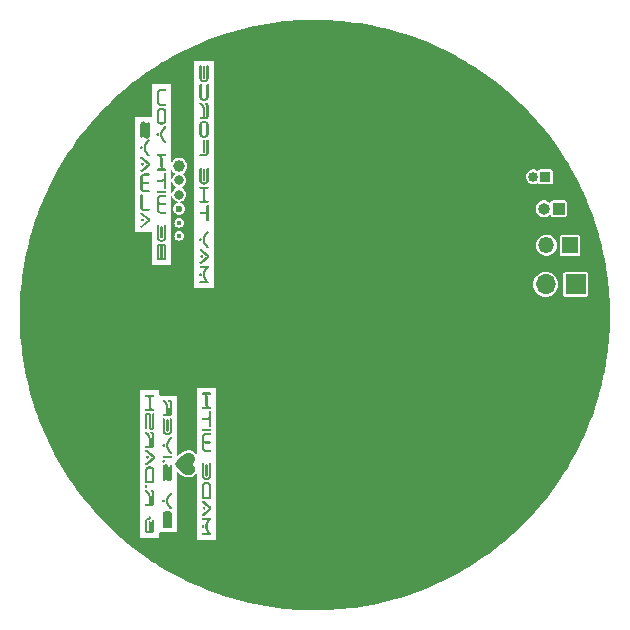
<source format=gbr>
%TF.GenerationSoftware,KiCad,Pcbnew,(7.0.0)*%
%TF.CreationDate,2024-12-03T23:26:00+05:30*%
%TF.ProjectId,IEEE CAS Logo,49454545-2043-4415-9320-4c6f676f2e6b,rev?*%
%TF.SameCoordinates,Original*%
%TF.FileFunction,Copper,L2,Bot*%
%TF.FilePolarity,Positive*%
%FSLAX46Y46*%
G04 Gerber Fmt 4.6, Leading zero omitted, Abs format (unit mm)*
G04 Created by KiCad (PCBNEW (7.0.0)) date 2024-12-03 23:26:00*
%MOMM*%
%LPD*%
G01*
G04 APERTURE LIST*
%ADD10C,0.250000*%
%TA.AperFunction,NonConductor*%
%ADD11C,0.250000*%
%TD*%
%TA.AperFunction,ComponentPad*%
%ADD12R,1.350000X1.350000*%
%TD*%
%TA.AperFunction,ComponentPad*%
%ADD13O,1.350000X1.350000*%
%TD*%
%TA.AperFunction,ComponentPad*%
%ADD14R,1.000000X1.000000*%
%TD*%
%TA.AperFunction,ComponentPad*%
%ADD15O,1.000000X1.000000*%
%TD*%
%TA.AperFunction,ComponentPad*%
%ADD16R,0.850000X0.850000*%
%TD*%
%TA.AperFunction,ComponentPad*%
%ADD17O,0.850000X0.850000*%
%TD*%
%TA.AperFunction,ComponentPad*%
%ADD18R,1.700000X1.700000*%
%TD*%
%TA.AperFunction,ComponentPad*%
%ADD19O,1.700000X1.700000*%
%TD*%
%TA.AperFunction,ViaPad*%
%ADD20C,0.400000*%
%TD*%
%TA.AperFunction,ViaPad*%
%ADD21C,0.800000*%
%TD*%
%TA.AperFunction,ViaPad*%
%ADD22C,1.000000*%
%TD*%
%TA.AperFunction,ViaPad*%
%ADD23C,0.600000*%
%TD*%
G04 APERTURE END LIST*
D10*
D11*
G36*
X128167802Y-94954058D02*
G01*
X128180145Y-94954810D01*
X128195293Y-94956594D01*
X128210127Y-94959318D01*
X128224648Y-94962981D01*
X128238856Y-94967582D01*
X128252752Y-94973124D01*
X128258239Y-94975548D01*
X128271550Y-94982121D01*
X128284279Y-94989424D01*
X128296427Y-94997457D01*
X128307994Y-95006222D01*
X128318979Y-95015716D01*
X128329383Y-95025941D01*
X128333376Y-95030183D01*
X128342898Y-95041174D01*
X128351765Y-95052717D01*
X128359976Y-95064812D01*
X128367531Y-95077457D01*
X128374431Y-95090655D01*
X128380674Y-95104404D01*
X128381838Y-95107196D01*
X128387107Y-95121345D01*
X128391451Y-95135807D01*
X128394870Y-95150581D01*
X128396941Y-95162626D01*
X128398420Y-95174872D01*
X128399307Y-95187318D01*
X128399603Y-95199964D01*
X128399603Y-96247461D01*
X128399495Y-96252300D01*
X128397885Y-96266275D01*
X128394343Y-96279434D01*
X128388869Y-96291777D01*
X128381463Y-96303305D01*
X128372125Y-96314017D01*
X128368682Y-96317307D01*
X128357795Y-96325905D01*
X128346071Y-96332591D01*
X128333509Y-96337368D01*
X128320110Y-96340234D01*
X128305874Y-96341189D01*
X127711754Y-96341189D01*
X127706914Y-96341083D01*
X127692939Y-96339491D01*
X127679780Y-96335988D01*
X127667437Y-96330575D01*
X127655909Y-96323251D01*
X127645198Y-96314017D01*
X127641907Y-96310537D01*
X127633310Y-96299553D01*
X127626623Y-96287754D01*
X127621847Y-96275138D01*
X127618981Y-96261707D01*
X127618025Y-96247461D01*
X127618025Y-96158923D01*
X127805177Y-96158923D01*
X127919360Y-96158923D01*
X128106511Y-96158923D01*
X128212452Y-96158923D01*
X128212452Y-95193247D01*
X128212189Y-95187752D01*
X128209237Y-95174681D01*
X128203777Y-95163733D01*
X128195660Y-95153558D01*
X128192477Y-95150448D01*
X128182508Y-95142953D01*
X128170695Y-95137855D01*
X128158107Y-95136156D01*
X128155279Y-95136220D01*
X128142136Y-95138474D01*
X128130664Y-95143948D01*
X128120860Y-95152642D01*
X128118296Y-95155732D01*
X128111570Y-95166847D01*
X128107646Y-95179214D01*
X128106511Y-95191416D01*
X128106511Y-96158923D01*
X127919360Y-96158923D01*
X127919360Y-95193247D01*
X127919218Y-95189111D01*
X127916690Y-95175945D01*
X127911001Y-95163733D01*
X127903179Y-95153558D01*
X127897914Y-95148545D01*
X127887384Y-95141662D01*
X127875503Y-95137532D01*
X127862268Y-95136156D01*
X127855254Y-95136581D01*
X127843343Y-95139487D01*
X127832349Y-95145146D01*
X127822274Y-95153558D01*
X127818266Y-95157985D01*
X127811204Y-95168504D01*
X127806529Y-95181097D01*
X127805177Y-95193247D01*
X127805177Y-96158923D01*
X127618025Y-96158923D01*
X127618025Y-95199964D01*
X127618044Y-95196765D01*
X127618495Y-95184100D01*
X127619547Y-95171644D01*
X127621200Y-95159399D01*
X127623454Y-95147363D01*
X127627117Y-95132614D01*
X127631719Y-95118192D01*
X127637260Y-95104099D01*
X127639755Y-95098570D01*
X127646451Y-95085123D01*
X127653803Y-95072214D01*
X127661812Y-95059840D01*
X127670476Y-95048004D01*
X127679796Y-95036704D01*
X127689772Y-95025941D01*
X127693973Y-95021763D01*
X127704842Y-95011831D01*
X127716233Y-95002628D01*
X127728146Y-94994156D01*
X127740580Y-94986415D01*
X127753536Y-94979404D01*
X127767014Y-94973124D01*
X127769769Y-94971940D01*
X127783779Y-94966587D01*
X127798177Y-94962173D01*
X127812962Y-94958698D01*
X127825069Y-94956594D01*
X127837424Y-94955092D01*
X127850028Y-94954190D01*
X127862879Y-94953889D01*
X127868393Y-94953950D01*
X127882013Y-94954634D01*
X127895394Y-94956079D01*
X127908536Y-94958284D01*
X127921440Y-94961249D01*
X127934105Y-94964974D01*
X127946532Y-94969460D01*
X127953845Y-94972368D01*
X127965461Y-94977417D01*
X127978455Y-94983810D01*
X127990420Y-94990569D01*
X128001353Y-94997692D01*
X128011256Y-95005180D01*
X128015908Y-95001391D01*
X128025983Y-94994085D01*
X128037088Y-94987144D01*
X128049224Y-94980568D01*
X128062390Y-94974357D01*
X128074149Y-94969460D01*
X128079058Y-94967574D01*
X128091538Y-94963393D01*
X128104317Y-94959972D01*
X128117394Y-94957311D01*
X128130769Y-94955410D01*
X128144442Y-94954270D01*
X128158413Y-94953889D01*
X128167802Y-94954058D01*
G37*
G36*
X128106511Y-93542776D02*
G01*
X128105556Y-93528540D01*
X128102690Y-93515142D01*
X128097914Y-93502580D01*
X128091227Y-93490856D01*
X128082630Y-93479969D01*
X128079339Y-93476525D01*
X128068731Y-93467291D01*
X128057286Y-93459968D01*
X128045003Y-93454554D01*
X128031884Y-93451052D01*
X128017927Y-93449460D01*
X128013088Y-93449353D01*
X127998842Y-93450309D01*
X127985411Y-93453175D01*
X127972795Y-93457951D01*
X127960996Y-93464638D01*
X127950012Y-93473235D01*
X127946532Y-93476525D01*
X127937298Y-93487134D01*
X127929974Y-93498579D01*
X127924561Y-93510861D01*
X127921058Y-93523981D01*
X127919466Y-93537938D01*
X127919360Y-93542776D01*
X127919360Y-94411060D01*
X127920315Y-94425203D01*
X127923181Y-94438551D01*
X127927958Y-94451106D01*
X127934644Y-94462866D01*
X127943242Y-94473832D01*
X127946532Y-94477311D01*
X127957244Y-94486545D01*
X127968772Y-94493869D01*
X127981115Y-94499282D01*
X127994274Y-94502784D01*
X128008249Y-94504376D01*
X128013088Y-94504483D01*
X128027324Y-94503527D01*
X128040723Y-94500662D01*
X128053285Y-94495885D01*
X128065009Y-94489198D01*
X128075896Y-94480601D01*
X128079339Y-94477311D01*
X128088573Y-94466609D01*
X128095897Y-94455114D01*
X128101310Y-94442824D01*
X128104813Y-94429740D01*
X128106405Y-94415862D01*
X128106511Y-94411060D01*
X128106511Y-93542776D01*
G37*
G36*
X128212452Y-94429073D02*
G01*
X128212127Y-94443298D01*
X128211154Y-94456817D01*
X128209532Y-94469630D01*
X128207261Y-94481737D01*
X128203511Y-94495879D01*
X128198746Y-94508917D01*
X128192968Y-94520852D01*
X128191691Y-94523106D01*
X128185068Y-94533904D01*
X128177982Y-94543970D01*
X128168869Y-94555087D01*
X128159091Y-94565151D01*
X128148648Y-94574163D01*
X128141316Y-94579587D01*
X128129985Y-94586807D01*
X128118203Y-94593126D01*
X128105971Y-94598542D01*
X128093288Y-94603057D01*
X128080154Y-94606671D01*
X128075676Y-94607675D01*
X128062348Y-94610269D01*
X128049386Y-94612326D01*
X128036789Y-94613847D01*
X128024556Y-94614831D01*
X128010746Y-94615300D01*
X128008814Y-94615308D01*
X127995194Y-94614943D01*
X127981048Y-94613847D01*
X127968504Y-94612326D01*
X127955574Y-94610269D01*
X127942258Y-94607675D01*
X127928963Y-94604362D01*
X127916097Y-94600148D01*
X127903661Y-94595031D01*
X127891654Y-94589014D01*
X127880076Y-94582094D01*
X127876312Y-94579587D01*
X127865518Y-94571276D01*
X127855347Y-94561913D01*
X127845797Y-94551498D01*
X127836871Y-94540031D01*
X127829908Y-94529672D01*
X127825937Y-94523106D01*
X127819956Y-94511392D01*
X127814989Y-94498574D01*
X127811036Y-94484654D01*
X127808096Y-94469630D01*
X127806474Y-94456817D01*
X127805501Y-94443298D01*
X127805177Y-94429073D01*
X127805177Y-93464924D01*
X127804211Y-93450781D01*
X127801313Y-93437432D01*
X127796483Y-93424878D01*
X127789721Y-93413118D01*
X127781027Y-93402152D01*
X127777699Y-93398673D01*
X127767102Y-93389335D01*
X127755689Y-93381929D01*
X127743460Y-93376455D01*
X127730415Y-93372913D01*
X127716555Y-93371303D01*
X127711754Y-93371196D01*
X127697507Y-93372162D01*
X127684076Y-93375060D01*
X127671461Y-93379890D01*
X127659661Y-93386652D01*
X127648677Y-93395346D01*
X127645198Y-93398673D01*
X127635963Y-93409374D01*
X127628640Y-93420870D01*
X127623226Y-93433159D01*
X127619724Y-93446243D01*
X127618132Y-93460121D01*
X127618025Y-93464924D01*
X127618025Y-94483722D01*
X127618342Y-94497545D01*
X127619292Y-94511078D01*
X127620875Y-94524321D01*
X127623092Y-94537274D01*
X127625941Y-94549938D01*
X127629424Y-94562311D01*
X127633541Y-94574395D01*
X127638290Y-94586189D01*
X127643673Y-94597694D01*
X127649689Y-94608908D01*
X127654051Y-94616224D01*
X127661040Y-94626944D01*
X127668384Y-94637354D01*
X127676081Y-94647452D01*
X127684133Y-94657239D01*
X127692539Y-94666715D01*
X127701299Y-94675880D01*
X127710414Y-94684733D01*
X127719882Y-94693275D01*
X127729705Y-94701505D01*
X127739882Y-94709425D01*
X127746864Y-94714531D01*
X127757621Y-94721921D01*
X127768599Y-94728978D01*
X127779796Y-94735703D01*
X127791214Y-94742095D01*
X127802851Y-94748154D01*
X127814709Y-94753880D01*
X127826787Y-94759273D01*
X127839084Y-94764334D01*
X127851602Y-94769062D01*
X127864340Y-94773457D01*
X127872954Y-94776203D01*
X127885976Y-94780022D01*
X127898939Y-94783466D01*
X127911843Y-94786534D01*
X127924689Y-94789226D01*
X127937475Y-94791542D01*
X127950202Y-94793483D01*
X127962870Y-94795049D01*
X127975479Y-94796238D01*
X127988029Y-94797052D01*
X128000520Y-94797491D01*
X128008814Y-94797574D01*
X128021585Y-94797378D01*
X128034367Y-94796790D01*
X128047159Y-94795811D01*
X128059962Y-94794440D01*
X128072776Y-94792677D01*
X128085600Y-94790522D01*
X128098436Y-94787976D01*
X128111282Y-94785037D01*
X128124138Y-94781707D01*
X128137006Y-94777986D01*
X128145590Y-94775287D01*
X128158360Y-94770928D01*
X128170910Y-94766210D01*
X128183240Y-94761132D01*
X128195350Y-94755695D01*
X128207240Y-94749898D01*
X128218909Y-94743742D01*
X128230359Y-94737226D01*
X128241589Y-94730350D01*
X128252599Y-94723115D01*
X128263388Y-94715520D01*
X128270459Y-94710257D01*
X128280872Y-94702025D01*
X128290931Y-94693470D01*
X128300636Y-94684594D01*
X128309986Y-94675395D01*
X128318983Y-94665875D01*
X128327625Y-94656032D01*
X128335913Y-94645868D01*
X128343847Y-94635381D01*
X128351426Y-94624573D01*
X128358651Y-94613443D01*
X128363271Y-94605843D01*
X128369764Y-94594138D01*
X128375618Y-94582148D01*
X128380834Y-94569873D01*
X128385411Y-94557314D01*
X128389349Y-94544471D01*
X128392649Y-94531343D01*
X128395310Y-94517931D01*
X128397332Y-94504235D01*
X128398716Y-94490253D01*
X128399461Y-94475988D01*
X128399603Y-94466320D01*
X128399603Y-93464924D01*
X128398637Y-93450781D01*
X128395739Y-93437432D01*
X128390909Y-93424878D01*
X128384147Y-93413118D01*
X128375453Y-93402152D01*
X128372125Y-93398673D01*
X128361528Y-93389335D01*
X128350115Y-93381929D01*
X128337886Y-93376455D01*
X128324841Y-93372913D01*
X128310981Y-93371303D01*
X128306180Y-93371196D01*
X128291933Y-93372162D01*
X128278502Y-93375060D01*
X128265887Y-93379890D01*
X128254087Y-93386652D01*
X128243104Y-93395346D01*
X128239624Y-93398673D01*
X128230389Y-93409374D01*
X128223066Y-93420870D01*
X128217652Y-93433159D01*
X128214150Y-93446243D01*
X128212558Y-93460121D01*
X128212452Y-93464924D01*
X128212452Y-94429073D01*
G37*
G36*
X128305874Y-92428418D02*
G01*
X128320110Y-92427495D01*
X128333509Y-92424726D01*
X128346071Y-92420111D01*
X128357795Y-92413649D01*
X128368682Y-92405342D01*
X128372125Y-92402162D01*
X128381463Y-92391794D01*
X128388869Y-92380610D01*
X128394343Y-92368610D01*
X128397885Y-92355794D01*
X128399495Y-92342163D01*
X128399603Y-92337438D01*
X128398637Y-92323638D01*
X128395739Y-92310633D01*
X128390909Y-92298422D01*
X128384147Y-92287006D01*
X128375453Y-92276383D01*
X128372125Y-92273019D01*
X128361517Y-92263888D01*
X128350072Y-92256647D01*
X128337789Y-92251295D01*
X128324670Y-92247831D01*
X128310713Y-92246257D01*
X128305874Y-92246152D01*
X128008814Y-92246152D01*
X127995179Y-92245787D01*
X127980990Y-92244691D01*
X127968385Y-92243171D01*
X127955373Y-92241113D01*
X127941953Y-92238520D01*
X127928668Y-92235196D01*
X127915835Y-92230949D01*
X127903452Y-92225779D01*
X127891520Y-92219686D01*
X127880039Y-92212670D01*
X127876312Y-92210126D01*
X127865518Y-92201711D01*
X127855347Y-92192266D01*
X127845797Y-92181790D01*
X127836871Y-92170284D01*
X127829908Y-92159909D01*
X127825937Y-92153340D01*
X127819956Y-92141508D01*
X127814989Y-92128528D01*
X127811036Y-92114400D01*
X127808603Y-92102272D01*
X127806819Y-92089408D01*
X127805683Y-92075810D01*
X127805197Y-92061478D01*
X127805177Y-92057780D01*
X127805177Y-91664244D01*
X127816758Y-91670303D01*
X127829368Y-91676080D01*
X127843007Y-91681573D01*
X127854659Y-91685764D01*
X127866969Y-91689774D01*
X127879937Y-91693602D01*
X127893563Y-91697249D01*
X127897073Y-91698132D01*
X127911174Y-91701352D01*
X127925237Y-91704143D01*
X127939262Y-91706504D01*
X127953249Y-91708436D01*
X127967197Y-91709939D01*
X127981108Y-91711012D01*
X127994980Y-91711656D01*
X128008814Y-91711871D01*
X128305874Y-91711871D01*
X128320110Y-91710937D01*
X128333509Y-91708136D01*
X128346071Y-91703467D01*
X128357795Y-91696930D01*
X128368682Y-91688526D01*
X128372125Y-91685310D01*
X128381463Y-91674859D01*
X128388869Y-91663657D01*
X128394343Y-91651703D01*
X128397885Y-91638999D01*
X128399495Y-91625543D01*
X128399603Y-91620890D01*
X128398637Y-91607091D01*
X128395739Y-91594086D01*
X128390909Y-91581875D01*
X128384147Y-91570458D01*
X128375453Y-91559836D01*
X128372125Y-91556471D01*
X128361517Y-91547341D01*
X128350072Y-91540100D01*
X128337789Y-91534747D01*
X128324670Y-91531284D01*
X128310713Y-91529710D01*
X128305874Y-91529605D01*
X128008814Y-91529605D01*
X127995223Y-91529239D01*
X127981165Y-91528144D01*
X127968743Y-91526623D01*
X127955977Y-91524566D01*
X127942868Y-91521972D01*
X127929760Y-91518702D01*
X127916994Y-91514616D01*
X127904572Y-91509715D01*
X127892493Y-91503997D01*
X127880758Y-91497464D01*
X127876923Y-91495105D01*
X127865817Y-91487263D01*
X127855399Y-91478390D01*
X127845667Y-91468487D01*
X127836623Y-91457553D01*
X127828265Y-91445589D01*
X127825632Y-91441372D01*
X127819739Y-91430202D01*
X127814845Y-91418063D01*
X127810950Y-91404955D01*
X127808053Y-91390878D01*
X127806155Y-91375832D01*
X127805356Y-91363097D01*
X127805177Y-91353139D01*
X127805177Y-91184306D01*
X127805501Y-91170138D01*
X127806474Y-91156638D01*
X127808096Y-91143806D01*
X127810367Y-91131642D01*
X127814117Y-91117375D01*
X127818882Y-91104152D01*
X127824660Y-91091973D01*
X127825937Y-91089662D01*
X127832641Y-91078513D01*
X127839777Y-91068154D01*
X127848911Y-91056766D01*
X127858668Y-91046515D01*
X127869047Y-91037403D01*
X127876312Y-91031960D01*
X127887643Y-91024532D01*
X127899425Y-91018050D01*
X127911657Y-91012511D01*
X127924340Y-91007917D01*
X127937474Y-91004268D01*
X127941953Y-91003261D01*
X127955373Y-91000564D01*
X127968385Y-90998424D01*
X127980990Y-90996843D01*
X127993186Y-90995820D01*
X128006900Y-90995331D01*
X128008814Y-90995323D01*
X128305874Y-90995323D01*
X128320110Y-90994400D01*
X128333509Y-90991631D01*
X128346071Y-90987016D01*
X128357795Y-90980554D01*
X128368682Y-90972247D01*
X128372125Y-90969067D01*
X128381463Y-90958699D01*
X128388869Y-90947515D01*
X128394343Y-90935515D01*
X128397885Y-90922699D01*
X128399495Y-90909068D01*
X128399603Y-90904343D01*
X128398637Y-90890347D01*
X128395739Y-90877209D01*
X128390909Y-90864930D01*
X128384147Y-90853510D01*
X128375453Y-90842948D01*
X128372125Y-90839619D01*
X128361517Y-90830592D01*
X128350072Y-90823433D01*
X128337789Y-90818141D01*
X128324670Y-90814717D01*
X128310713Y-90813161D01*
X128305874Y-90813057D01*
X128008814Y-90813057D01*
X127996043Y-90813253D01*
X127983262Y-90813841D01*
X127970469Y-90814820D01*
X127957666Y-90816191D01*
X127944852Y-90817954D01*
X127932028Y-90820109D01*
X127919193Y-90822656D01*
X127906347Y-90825594D01*
X127893490Y-90828924D01*
X127880622Y-90832646D01*
X127872038Y-90835344D01*
X127859265Y-90839706D01*
X127846707Y-90844432D01*
X127834364Y-90849523D01*
X127822235Y-90854979D01*
X127810321Y-90860800D01*
X127798622Y-90866986D01*
X127787137Y-90873537D01*
X127775867Y-90880453D01*
X127764812Y-90887734D01*
X127753971Y-90895379D01*
X127746864Y-90900679D01*
X127736450Y-90908915D01*
X127726392Y-90917477D01*
X127716687Y-90926367D01*
X127707336Y-90935584D01*
X127698340Y-90945129D01*
X127689698Y-90955001D01*
X127681410Y-90965200D01*
X127673476Y-90975727D01*
X127665897Y-90986581D01*
X127658671Y-90997762D01*
X127654051Y-91005398D01*
X127647613Y-91017052D01*
X127641808Y-91029001D01*
X127636636Y-91041245D01*
X127632098Y-91053784D01*
X127628193Y-91066619D01*
X127624921Y-91079748D01*
X127622282Y-91093173D01*
X127620277Y-91106893D01*
X127618905Y-91120908D01*
X127618166Y-91135218D01*
X127618025Y-91144922D01*
X127618025Y-92114261D01*
X127618342Y-92128084D01*
X127619292Y-92141617D01*
X127620875Y-92154860D01*
X127623092Y-92167813D01*
X127625941Y-92180477D01*
X127629424Y-92192850D01*
X127633541Y-92204934D01*
X127638290Y-92216729D01*
X127643673Y-92228233D01*
X127649689Y-92239447D01*
X127654051Y-92246763D01*
X127661040Y-92257486D01*
X127668384Y-92267904D01*
X127676081Y-92278016D01*
X127684133Y-92287821D01*
X127692539Y-92297321D01*
X127701299Y-92306515D01*
X127710414Y-92315403D01*
X127719882Y-92323985D01*
X127729705Y-92332262D01*
X127739882Y-92340232D01*
X127746864Y-92345376D01*
X127757621Y-92352766D01*
X127768599Y-92359823D01*
X127779796Y-92366547D01*
X127791214Y-92372939D01*
X127802851Y-92378998D01*
X127814709Y-92384724D01*
X127826787Y-92390118D01*
X127839084Y-92395178D01*
X127851602Y-92399906D01*
X127864340Y-92404302D01*
X127872954Y-92407047D01*
X127885976Y-92410866D01*
X127898939Y-92414310D01*
X127911843Y-92417378D01*
X127924689Y-92420070D01*
X127937475Y-92422387D01*
X127950202Y-92424328D01*
X127962870Y-92425893D01*
X127975479Y-92427083D01*
X127988029Y-92427897D01*
X128000520Y-92428335D01*
X128008814Y-92428418D01*
X128305874Y-92428418D01*
G37*
G36*
X127711754Y-90475392D02*
G01*
X127697507Y-90476336D01*
X127684076Y-90479170D01*
X127671461Y-90483892D01*
X127659661Y-90490504D01*
X127648677Y-90499005D01*
X127645198Y-90502258D01*
X127635963Y-90512616D01*
X127628640Y-90523768D01*
X127623226Y-90535714D01*
X127619724Y-90548454D01*
X127618132Y-90561989D01*
X127618025Y-90566677D01*
X127618981Y-90580581D01*
X127621847Y-90593668D01*
X127626623Y-90605940D01*
X127633310Y-90617396D01*
X127641907Y-90628036D01*
X127645198Y-90631402D01*
X127655909Y-90640325D01*
X127667437Y-90647401D01*
X127679780Y-90652632D01*
X127692939Y-90656017D01*
X127706914Y-90657555D01*
X127711754Y-90657658D01*
X128305874Y-90657658D01*
X128320110Y-90656735D01*
X128333509Y-90653965D01*
X128346071Y-90649350D01*
X128357795Y-90642889D01*
X128368682Y-90634581D01*
X128372125Y-90631402D01*
X128381463Y-90621033D01*
X128388869Y-90609849D01*
X128394343Y-90597849D01*
X128397885Y-90585034D01*
X128399495Y-90571402D01*
X128399603Y-90566677D01*
X128398637Y-90552878D01*
X128395739Y-90539873D01*
X128390909Y-90527662D01*
X128384147Y-90516245D01*
X128375453Y-90505623D01*
X128372125Y-90502258D01*
X128361517Y-90493128D01*
X128350072Y-90485886D01*
X128337789Y-90480534D01*
X128324670Y-90477071D01*
X128310713Y-90475496D01*
X128305874Y-90475392D01*
X127711754Y-90475392D01*
G37*
G36*
X128399603Y-89021841D02*
G01*
X128398637Y-89007709D01*
X128395739Y-88994393D01*
X128390909Y-88981892D01*
X128384147Y-88970207D01*
X128375453Y-88959338D01*
X128372125Y-88955896D01*
X128361528Y-88946558D01*
X128350115Y-88939152D01*
X128337886Y-88933678D01*
X128324841Y-88930136D01*
X128310981Y-88928526D01*
X128306180Y-88928418D01*
X128292598Y-88929309D01*
X128279790Y-88931982D01*
X128267754Y-88936436D01*
X128256492Y-88942672D01*
X128246002Y-88950690D01*
X128242677Y-88953759D01*
X128233707Y-88963512D01*
X128226262Y-88973994D01*
X128220341Y-88985207D01*
X128215943Y-88997150D01*
X128213070Y-89009822D01*
X128212452Y-89014209D01*
X128212452Y-89365002D01*
X128211945Y-89380114D01*
X128210424Y-89394346D01*
X128207890Y-89407699D01*
X128204342Y-89420172D01*
X128199780Y-89431765D01*
X128192968Y-89444516D01*
X128191691Y-89446519D01*
X128183677Y-89457849D01*
X128174976Y-89468257D01*
X128165587Y-89477742D01*
X128155512Y-89486303D01*
X128144750Y-89493942D01*
X128141010Y-89496283D01*
X128129587Y-89502641D01*
X128117755Y-89508204D01*
X128105515Y-89512973D01*
X128092868Y-89516948D01*
X128079813Y-89520129D01*
X128075370Y-89521013D01*
X128062326Y-89523295D01*
X128049753Y-89525106D01*
X128035683Y-89526621D01*
X128022255Y-89527493D01*
X128011256Y-89527729D01*
X127712364Y-89527729D01*
X127698014Y-89528663D01*
X127684501Y-89531464D01*
X127671825Y-89536133D01*
X127659986Y-89542670D01*
X127648984Y-89551074D01*
X127645503Y-89554291D01*
X127636165Y-89564648D01*
X127628759Y-89575800D01*
X127623285Y-89587746D01*
X127619743Y-89600487D01*
X127618133Y-89614022D01*
X127618025Y-89618710D01*
X127618981Y-89632520D01*
X127621847Y-89645557D01*
X127626623Y-89657822D01*
X127633310Y-89669314D01*
X127641907Y-89680033D01*
X127645198Y-89683434D01*
X127655909Y-89692461D01*
X127667437Y-89699620D01*
X127679780Y-89704911D01*
X127692939Y-89708335D01*
X127706914Y-89709892D01*
X127711754Y-89709995D01*
X128009119Y-89709995D01*
X128022949Y-89709781D01*
X128036807Y-89709137D01*
X128050693Y-89708063D01*
X128064608Y-89706561D01*
X128078552Y-89704629D01*
X128092524Y-89702267D01*
X128106525Y-89699477D01*
X128120555Y-89696257D01*
X128134346Y-89692655D01*
X128147479Y-89688872D01*
X128159954Y-89684908D01*
X128171770Y-89680763D01*
X128185614Y-89675326D01*
X128198430Y-89669606D01*
X128210218Y-89663603D01*
X128212452Y-89662368D01*
X128212452Y-90221684D01*
X128213407Y-90235931D01*
X128216273Y-90249362D01*
X128221049Y-90261977D01*
X128227736Y-90273777D01*
X128236333Y-90284760D01*
X128239624Y-90288240D01*
X128250335Y-90297578D01*
X128261863Y-90304984D01*
X128274206Y-90310458D01*
X128287365Y-90314000D01*
X128301340Y-90315610D01*
X128306180Y-90315718D01*
X128320312Y-90314762D01*
X128333628Y-90311897D01*
X128346129Y-90307120D01*
X128357814Y-90300433D01*
X128368683Y-90291836D01*
X128372125Y-90288546D01*
X128381463Y-90277845D01*
X128388869Y-90266349D01*
X128394343Y-90254060D01*
X128397885Y-90240976D01*
X128399495Y-90227097D01*
X128399603Y-90222295D01*
X128399603Y-89021841D01*
G37*
G36*
X127711754Y-87382361D02*
G01*
X127697507Y-87383295D01*
X127684076Y-87386096D01*
X127671461Y-87390765D01*
X127659661Y-87397302D01*
X127648677Y-87405706D01*
X127645198Y-87408923D01*
X127635963Y-87419198D01*
X127628640Y-87430332D01*
X127623226Y-87442325D01*
X127619724Y-87455176D01*
X127618132Y-87468886D01*
X127618025Y-87473647D01*
X127619002Y-87487550D01*
X127621932Y-87500638D01*
X127626816Y-87512909D01*
X127633653Y-87524365D01*
X127642444Y-87535006D01*
X127645808Y-87538371D01*
X127656634Y-87547294D01*
X127668277Y-87554371D01*
X127680734Y-87559602D01*
X127694008Y-87562986D01*
X127708097Y-87564525D01*
X127712975Y-87564627D01*
X127753886Y-87564627D01*
X127769012Y-87565157D01*
X127783289Y-87566744D01*
X127796716Y-87569390D01*
X127809293Y-87573095D01*
X127821021Y-87577858D01*
X127831899Y-87583679D01*
X127836012Y-87586304D01*
X127847769Y-87594629D01*
X127858538Y-87603577D01*
X127868320Y-87613148D01*
X127877114Y-87623341D01*
X127884920Y-87634157D01*
X127887303Y-87637900D01*
X127893868Y-87649335D01*
X127899596Y-87661199D01*
X127904487Y-87673492D01*
X127908541Y-87686215D01*
X127911757Y-87699366D01*
X127912643Y-87703846D01*
X127914926Y-87717016D01*
X127916736Y-87729735D01*
X127918074Y-87742003D01*
X127919039Y-87755746D01*
X127919360Y-87768875D01*
X127919360Y-88068989D01*
X127919360Y-88074179D01*
X127919360Y-88081201D01*
X127919360Y-88381620D01*
X127919584Y-88395602D01*
X127920257Y-88409612D01*
X127921378Y-88423651D01*
X127922947Y-88437719D01*
X127924965Y-88451816D01*
X127927432Y-88465941D01*
X127930346Y-88480094D01*
X127933709Y-88494277D01*
X127937387Y-88508154D01*
X127941247Y-88521391D01*
X127945287Y-88533990D01*
X127949509Y-88545949D01*
X127955041Y-88560000D01*
X127960856Y-88573051D01*
X127966955Y-88585104D01*
X127968209Y-88587394D01*
X127712670Y-88587394D01*
X127698308Y-88588328D01*
X127684763Y-88591130D01*
X127672033Y-88595798D01*
X127660119Y-88602335D01*
X127649021Y-88610739D01*
X127645503Y-88613956D01*
X127636165Y-88624231D01*
X127628759Y-88635365D01*
X127623285Y-88647358D01*
X127619743Y-88660209D01*
X127618133Y-88673919D01*
X127618025Y-88678680D01*
X127618981Y-88692583D01*
X127621847Y-88705671D01*
X127626623Y-88717943D01*
X127633310Y-88729399D01*
X127641907Y-88740039D01*
X127645198Y-88743404D01*
X127655909Y-88752327D01*
X127667437Y-88759404D01*
X127679780Y-88764635D01*
X127692939Y-88768020D01*
X127706914Y-88769558D01*
X127711754Y-88769661D01*
X128305874Y-88769661D01*
X128320110Y-88768737D01*
X128333509Y-88765968D01*
X128346071Y-88761353D01*
X128357795Y-88754891D01*
X128368682Y-88746584D01*
X128372125Y-88743404D01*
X128381463Y-88733036D01*
X128388869Y-88721852D01*
X128394343Y-88709852D01*
X128397885Y-88697036D01*
X128399495Y-88683405D01*
X128399603Y-88678680D01*
X128398647Y-88664777D01*
X128395782Y-88651689D01*
X128391005Y-88639418D01*
X128384318Y-88627962D01*
X128375721Y-88617321D01*
X128372431Y-88613956D01*
X128361948Y-88604929D01*
X128350649Y-88597770D01*
X128338535Y-88592478D01*
X128325605Y-88589054D01*
X128311859Y-88587498D01*
X128307096Y-88587394D01*
X128277786Y-88587394D01*
X128265031Y-88587075D01*
X128249917Y-88585776D01*
X128235729Y-88583479D01*
X128222464Y-88580183D01*
X128210124Y-88575888D01*
X128198707Y-88570595D01*
X128192301Y-88566939D01*
X128180337Y-88558789D01*
X128169404Y-88549909D01*
X128159500Y-88540299D01*
X128150628Y-88529959D01*
X128142785Y-88518889D01*
X128140400Y-88515037D01*
X128133802Y-88503209D01*
X128127978Y-88491081D01*
X128122926Y-88478651D01*
X128118647Y-88465922D01*
X128115141Y-88452891D01*
X128114144Y-88448481D01*
X128111550Y-88435268D01*
X128109493Y-88422421D01*
X128107972Y-88409938D01*
X128106876Y-88395836D01*
X128106511Y-88382230D01*
X128106511Y-88076927D01*
X128106511Y-88075095D01*
X128106511Y-88069905D01*
X128106511Y-87770097D01*
X128106287Y-87756115D01*
X128105614Y-87742104D01*
X128104493Y-87728065D01*
X128102924Y-87713997D01*
X128100906Y-87699901D01*
X128098440Y-87685776D01*
X128095525Y-87671622D01*
X128092162Y-87657440D01*
X128088551Y-87643567D01*
X128084739Y-87630344D01*
X128080727Y-87617769D01*
X128076515Y-87605843D01*
X128070968Y-87591848D01*
X128065108Y-87578867D01*
X128058935Y-87566899D01*
X128057663Y-87564627D01*
X128306790Y-87564627D01*
X128320912Y-87563694D01*
X128334196Y-87560892D01*
X128346643Y-87556223D01*
X128358253Y-87549687D01*
X128369026Y-87541282D01*
X128372431Y-87538066D01*
X128381665Y-87527708D01*
X128388989Y-87516556D01*
X128394402Y-87504610D01*
X128397904Y-87491870D01*
X128399496Y-87478335D01*
X128399603Y-87473647D01*
X128398637Y-87459651D01*
X128395739Y-87446513D01*
X128390909Y-87434234D01*
X128384147Y-87422814D01*
X128375453Y-87412252D01*
X128372125Y-87408923D01*
X128361517Y-87399896D01*
X128350072Y-87392737D01*
X128337789Y-87387445D01*
X128324670Y-87384021D01*
X128310713Y-87382465D01*
X128305874Y-87382361D01*
X127711754Y-87382361D01*
G37*
G36*
X127696183Y-85832640D02*
G01*
X127711171Y-85831805D01*
X127725414Y-85829301D01*
X127738911Y-85825127D01*
X127751663Y-85819283D01*
X127763669Y-85811770D01*
X127774930Y-85802587D01*
X127779226Y-85798446D01*
X127789077Y-85787403D01*
X127797258Y-85775644D01*
X127803769Y-85763169D01*
X127808611Y-85749979D01*
X127811784Y-85736074D01*
X127813286Y-85721453D01*
X127813420Y-85715404D01*
X127812585Y-85700416D01*
X127810081Y-85686173D01*
X127805906Y-85672676D01*
X127800063Y-85659924D01*
X127792549Y-85647918D01*
X127783366Y-85636657D01*
X127779226Y-85632361D01*
X127768263Y-85622510D01*
X127756555Y-85614329D01*
X127744101Y-85607818D01*
X127730902Y-85602976D01*
X127716958Y-85599803D01*
X127702268Y-85598301D01*
X127696183Y-85598167D01*
X127681188Y-85599002D01*
X127666923Y-85601506D01*
X127653389Y-85605680D01*
X127640585Y-85611524D01*
X127628511Y-85619038D01*
X127617168Y-85628220D01*
X127612835Y-85632361D01*
X127603072Y-85643324D01*
X127594964Y-85655032D01*
X127588511Y-85667486D01*
X127583712Y-85680685D01*
X127580568Y-85694629D01*
X127579079Y-85709319D01*
X127578947Y-85715404D01*
X127579774Y-85730311D01*
X127582256Y-85744503D01*
X127586393Y-85757979D01*
X127592184Y-85770740D01*
X127599631Y-85782785D01*
X127608732Y-85794115D01*
X127612835Y-85798446D01*
X127623886Y-85808297D01*
X127635668Y-85816478D01*
X127648179Y-85822990D01*
X127661422Y-85827832D01*
X127675394Y-85831004D01*
X127690097Y-85832507D01*
X127696183Y-85832640D01*
G37*
G36*
X128086972Y-85723342D02*
G01*
X128087025Y-85710833D01*
X128087186Y-85698608D01*
X128087568Y-85682752D01*
X128088141Y-85667401D01*
X128088904Y-85652555D01*
X128089858Y-85638216D01*
X128091003Y-85624382D01*
X128092338Y-85611053D01*
X128093078Y-85604579D01*
X128095019Y-85591575D01*
X128097638Y-85578361D01*
X128100935Y-85564937D01*
X128104908Y-85551303D01*
X128109559Y-85537459D01*
X128114888Y-85523406D01*
X128120894Y-85509143D01*
X128127577Y-85494669D01*
X128133099Y-85483583D01*
X128139130Y-85472190D01*
X128145671Y-85460492D01*
X128152722Y-85448487D01*
X128160282Y-85436177D01*
X128168353Y-85423561D01*
X128176933Y-85410639D01*
X128186024Y-85397411D01*
X128195624Y-85383877D01*
X128205734Y-85370037D01*
X128212757Y-85360641D01*
X128223859Y-85346114D01*
X128231701Y-85336063D01*
X128239897Y-85325719D01*
X128248445Y-85315081D01*
X128257347Y-85304149D01*
X128266601Y-85292925D01*
X128276209Y-85281407D01*
X128286169Y-85269595D01*
X128296483Y-85257490D01*
X128307149Y-85245092D01*
X128318169Y-85232401D01*
X128329541Y-85219416D01*
X128341267Y-85206137D01*
X128353346Y-85192566D01*
X128365777Y-85178701D01*
X128372125Y-85171658D01*
X128380041Y-85161435D01*
X128387769Y-85149127D01*
X128393565Y-85136777D01*
X128397429Y-85124383D01*
X128399361Y-85111947D01*
X128399603Y-85105713D01*
X128398626Y-85091477D01*
X128395696Y-85078078D01*
X128390812Y-85065516D01*
X128383975Y-85053792D01*
X128375184Y-85042905D01*
X128371820Y-85039462D01*
X128361087Y-85030124D01*
X128349495Y-85022718D01*
X128337044Y-85017244D01*
X128323735Y-85013702D01*
X128309567Y-85012092D01*
X128304653Y-85011984D01*
X128291153Y-85013028D01*
X128278130Y-85016158D01*
X128266817Y-85020760D01*
X128263132Y-85022670D01*
X128251647Y-85029796D01*
X128241236Y-85037816D01*
X128231898Y-85046730D01*
X128230159Y-85048621D01*
X128217854Y-85062344D01*
X128205821Y-85075883D01*
X128194059Y-85089239D01*
X128182570Y-85102411D01*
X128171352Y-85115400D01*
X128160407Y-85128205D01*
X128149733Y-85140826D01*
X128139331Y-85153264D01*
X128129201Y-85165517D01*
X128119343Y-85177588D01*
X128109757Y-85189474D01*
X128100443Y-85201177D01*
X128091401Y-85212696D01*
X128082631Y-85224032D01*
X128074132Y-85235184D01*
X128065906Y-85246152D01*
X128057918Y-85256994D01*
X128050135Y-85267767D01*
X128042557Y-85278470D01*
X128035185Y-85289105D01*
X128028017Y-85299670D01*
X128021055Y-85310166D01*
X128014298Y-85320593D01*
X128007745Y-85330950D01*
X127998302Y-85346357D01*
X127989320Y-85361608D01*
X127980799Y-85376704D01*
X127972741Y-85391644D01*
X127965143Y-85406428D01*
X127962713Y-85411321D01*
X127955694Y-85425892D01*
X127949060Y-85440409D01*
X127942814Y-85454872D01*
X127936953Y-85469281D01*
X127931479Y-85483637D01*
X127926392Y-85497939D01*
X127921690Y-85512188D01*
X127917376Y-85526383D01*
X127913447Y-85540524D01*
X127909905Y-85554611D01*
X127907759Y-85563973D01*
X127904867Y-85578032D01*
X127902260Y-85592273D01*
X127899937Y-85606697D01*
X127897898Y-85621303D01*
X127896144Y-85636092D01*
X127894675Y-85651063D01*
X127893490Y-85666217D01*
X127892589Y-85681553D01*
X127891973Y-85697072D01*
X127891641Y-85712773D01*
X127891577Y-85723342D01*
X127891712Y-85740157D01*
X127892114Y-85756715D01*
X127892785Y-85773015D01*
X127893724Y-85789058D01*
X127894932Y-85804843D01*
X127896407Y-85820371D01*
X127898152Y-85835641D01*
X127900164Y-85850653D01*
X127902445Y-85865408D01*
X127904994Y-85879905D01*
X127906843Y-85889427D01*
X127909971Y-85903574D01*
X127913519Y-85917738D01*
X127917485Y-85931917D01*
X127921869Y-85946113D01*
X127926672Y-85960325D01*
X127931894Y-85974553D01*
X127937535Y-85988797D01*
X127943594Y-86003057D01*
X127950071Y-86017333D01*
X127956967Y-86031625D01*
X127961797Y-86041163D01*
X127969405Y-86055508D01*
X127977457Y-86070035D01*
X127985955Y-86084745D01*
X127994899Y-86099638D01*
X128004288Y-86114713D01*
X128014122Y-86129970D01*
X128020926Y-86140243D01*
X128027928Y-86150597D01*
X128035127Y-86161032D01*
X128042525Y-86171549D01*
X128050121Y-86182146D01*
X128057914Y-86192825D01*
X128065906Y-86203584D01*
X128074132Y-86214447D01*
X128082631Y-86225513D01*
X128091401Y-86236782D01*
X128100443Y-86248254D01*
X128109757Y-86259928D01*
X128119343Y-86271805D01*
X128129201Y-86283885D01*
X128139331Y-86296167D01*
X128149733Y-86308653D01*
X128160407Y-86321341D01*
X128171352Y-86334231D01*
X128182570Y-86347325D01*
X128194059Y-86360621D01*
X128205821Y-86374120D01*
X128217854Y-86387822D01*
X128230159Y-86401726D01*
X128239282Y-86410820D01*
X128249479Y-86419019D01*
X128260749Y-86426323D01*
X128263132Y-86427677D01*
X128274316Y-86432842D01*
X128287196Y-86436599D01*
X128300553Y-86438269D01*
X128304653Y-86438363D01*
X128319107Y-86437407D01*
X128332703Y-86434541D01*
X128345440Y-86429765D01*
X128357318Y-86423078D01*
X128368338Y-86414481D01*
X128371820Y-86411191D01*
X128381262Y-86400479D01*
X128388750Y-86388951D01*
X128394285Y-86376608D01*
X128397866Y-86363449D01*
X128399494Y-86349474D01*
X128399603Y-86344634D01*
X128398629Y-86331532D01*
X128395706Y-86319512D01*
X128391359Y-86309524D01*
X128384977Y-86297932D01*
X128378371Y-86287457D01*
X128372431Y-86278994D01*
X128360007Y-86265167D01*
X128347925Y-86251622D01*
X128336184Y-86238358D01*
X128324784Y-86225375D01*
X128313725Y-86212674D01*
X128303007Y-86200254D01*
X128292631Y-86188116D01*
X128282595Y-86176259D01*
X128272900Y-86164684D01*
X128263547Y-86153390D01*
X128254535Y-86142378D01*
X128245863Y-86131647D01*
X128237533Y-86121197D01*
X128229544Y-86111029D01*
X128221896Y-86101143D01*
X128214589Y-86091538D01*
X128204191Y-86077486D01*
X128194292Y-86063724D01*
X128184892Y-86050252D01*
X128175992Y-86037070D01*
X128167590Y-86024177D01*
X128159688Y-86011574D01*
X128152284Y-85999261D01*
X128145380Y-85987238D01*
X128138975Y-85975505D01*
X128133069Y-85964062D01*
X128129409Y-85956594D01*
X128122711Y-85941882D01*
X128116663Y-85927361D01*
X128111262Y-85913031D01*
X128106511Y-85898891D01*
X128102409Y-85884943D01*
X128098955Y-85871185D01*
X128096150Y-85857618D01*
X128093994Y-85844242D01*
X128092348Y-85830732D01*
X128090922Y-85816765D01*
X128089715Y-85802339D01*
X128088727Y-85787455D01*
X128087959Y-85772114D01*
X128087411Y-85756314D01*
X128087081Y-85740057D01*
X128086979Y-85727563D01*
X128086972Y-85723342D01*
G37*
G36*
X128018971Y-83433038D02*
G01*
X128031482Y-83433476D01*
X128044019Y-83434290D01*
X128056584Y-83435480D01*
X128069175Y-83437045D01*
X128081793Y-83438986D01*
X128094437Y-83441302D01*
X128107109Y-83443995D01*
X128119807Y-83447063D01*
X128132533Y-83450506D01*
X128145285Y-83454326D01*
X128153747Y-83457072D01*
X128166262Y-83461474D01*
X128178563Y-83466213D01*
X128190649Y-83471291D01*
X128202520Y-83476707D01*
X128214176Y-83482461D01*
X128225618Y-83488553D01*
X128236845Y-83494983D01*
X128247857Y-83501751D01*
X128258655Y-83508858D01*
X128269238Y-83516302D01*
X128276149Y-83521446D01*
X128286243Y-83529416D01*
X128296009Y-83537693D01*
X128305448Y-83546275D01*
X128314560Y-83555163D01*
X128323344Y-83564357D01*
X128331801Y-83573857D01*
X128339931Y-83583662D01*
X128347733Y-83593774D01*
X128355208Y-83604192D01*
X128362356Y-83614915D01*
X128366866Y-83622232D01*
X128373086Y-83633453D01*
X128378651Y-83644969D01*
X128383562Y-83656780D01*
X128387817Y-83668886D01*
X128391418Y-83681287D01*
X128394365Y-83693984D01*
X128396656Y-83706976D01*
X128398293Y-83720263D01*
X128399275Y-83733845D01*
X128399603Y-83747722D01*
X128399603Y-84546702D01*
X128399459Y-84556407D01*
X128398708Y-84570723D01*
X128397313Y-84584750D01*
X128395273Y-84598487D01*
X128392590Y-84611934D01*
X128389263Y-84625091D01*
X128385292Y-84637959D01*
X128380676Y-84650537D01*
X128375417Y-84662824D01*
X128369514Y-84674822D01*
X128362966Y-84686531D01*
X128358345Y-84694131D01*
X128351113Y-84705268D01*
X128343522Y-84716088D01*
X128335571Y-84726591D01*
X128327261Y-84736778D01*
X128318591Y-84746648D01*
X128309562Y-84756202D01*
X128300173Y-84765439D01*
X128290424Y-84774359D01*
X128280316Y-84782963D01*
X128269849Y-84791250D01*
X128262740Y-84796550D01*
X128251893Y-84804195D01*
X128240826Y-84811476D01*
X128229539Y-84818392D01*
X128218032Y-84824943D01*
X128206305Y-84831129D01*
X128194358Y-84836950D01*
X128182190Y-84842406D01*
X128169803Y-84847497D01*
X128157196Y-84852224D01*
X128144369Y-84856585D01*
X128135746Y-84859284D01*
X128122822Y-84863005D01*
X128109908Y-84866335D01*
X128097004Y-84869274D01*
X128084112Y-84871820D01*
X128071230Y-84873975D01*
X128058359Y-84875738D01*
X128045499Y-84877109D01*
X128032649Y-84878088D01*
X128019810Y-84878676D01*
X128006982Y-84878872D01*
X127998656Y-84878788D01*
X127986139Y-84878350D01*
X127973590Y-84877536D01*
X127961008Y-84876347D01*
X127948395Y-84874781D01*
X127935749Y-84872840D01*
X127923071Y-84870524D01*
X127910361Y-84867832D01*
X127897619Y-84864764D01*
X127884845Y-84861320D01*
X127872038Y-84857501D01*
X127863575Y-84854754D01*
X127851060Y-84850353D01*
X127838760Y-84845613D01*
X127826674Y-84840535D01*
X127814803Y-84835119D01*
X127803147Y-84829365D01*
X127791705Y-84823273D01*
X127780478Y-84816843D01*
X127769466Y-84810075D01*
X127758668Y-84802969D01*
X127748085Y-84795524D01*
X127741211Y-84790380D01*
X127731168Y-84782410D01*
X127721447Y-84774134D01*
X127712048Y-84765552D01*
X127702971Y-84756663D01*
X127694217Y-84747469D01*
X127685784Y-84737970D01*
X127677673Y-84728164D01*
X127669884Y-84718052D01*
X127662417Y-84707635D01*
X127655273Y-84696911D01*
X127650762Y-84689596D01*
X127644542Y-84678381D01*
X127638977Y-84666877D01*
X127634066Y-84655083D01*
X127629811Y-84642999D01*
X127626210Y-84630625D01*
X127623263Y-84617961D01*
X127620972Y-84605008D01*
X127619335Y-84591765D01*
X127618353Y-84578232D01*
X127618025Y-84564409D01*
X127618025Y-84510065D01*
X127805177Y-84510065D01*
X127805197Y-84513707D01*
X127805683Y-84527824D01*
X127806819Y-84541227D01*
X127808603Y-84553914D01*
X127811036Y-84565885D01*
X127814989Y-84579843D01*
X127819956Y-84592682D01*
X127825937Y-84604404D01*
X127829908Y-84610970D01*
X127836871Y-84621329D01*
X127845797Y-84632796D01*
X127855347Y-84643211D01*
X127865518Y-84652574D01*
X127876312Y-84660885D01*
X127880076Y-84663429D01*
X127891654Y-84670445D01*
X127903661Y-84676538D01*
X127916097Y-84681708D01*
X127928963Y-84685955D01*
X127942258Y-84689278D01*
X127955574Y-84691769D01*
X127968504Y-84693744D01*
X127981048Y-84695203D01*
X127995194Y-84696255D01*
X128008814Y-84696606D01*
X128010746Y-84696599D01*
X128024556Y-84696148D01*
X128036789Y-84695203D01*
X128049386Y-84693744D01*
X128062348Y-84691769D01*
X128075676Y-84689278D01*
X128080154Y-84688273D01*
X128093288Y-84684642D01*
X128105971Y-84680087D01*
X128118203Y-84674610D01*
X128129985Y-84668209D01*
X128141316Y-84660885D01*
X128148648Y-84655461D01*
X128159091Y-84646449D01*
X128168869Y-84636385D01*
X128177982Y-84625268D01*
X128185068Y-84615202D01*
X128191691Y-84604404D01*
X128192968Y-84602149D01*
X128198746Y-84590204D01*
X128203511Y-84577141D01*
X128207261Y-84562959D01*
X128209532Y-84550809D01*
X128211154Y-84537943D01*
X128212127Y-84524362D01*
X128212452Y-84510065D01*
X128212452Y-83801761D01*
X128212127Y-83787812D01*
X128211154Y-83774513D01*
X128209532Y-83761862D01*
X128206592Y-83746960D01*
X128202639Y-83733072D01*
X128197672Y-83720198D01*
X128191691Y-83708338D01*
X128187772Y-83701608D01*
X128180872Y-83691012D01*
X128171981Y-83679320D01*
X128162425Y-83668744D01*
X128152203Y-83659284D01*
X128141316Y-83650941D01*
X128137589Y-83648398D01*
X128126108Y-83641400D01*
X128114176Y-83635347D01*
X128101793Y-83630238D01*
X128088960Y-83626073D01*
X128075676Y-83622853D01*
X128062348Y-83620259D01*
X128049386Y-83618202D01*
X128036789Y-83616681D01*
X128022553Y-83615586D01*
X128008814Y-83615221D01*
X127995194Y-83615586D01*
X127981048Y-83616681D01*
X127968504Y-83618202D01*
X127955574Y-83620259D01*
X127942258Y-83622853D01*
X127937778Y-83623822D01*
X127924627Y-83627356D01*
X127911904Y-83631836D01*
X127899611Y-83637260D01*
X127887747Y-83643628D01*
X127876312Y-83650941D01*
X127869047Y-83656379D01*
X127858668Y-83665467D01*
X127848911Y-83675671D01*
X127839777Y-83686991D01*
X127832641Y-83697277D01*
X127825937Y-83708338D01*
X127824660Y-83710629D01*
X127818882Y-83722692D01*
X127814117Y-83735769D01*
X127810367Y-83749859D01*
X127808096Y-83761862D01*
X127806474Y-83774513D01*
X127805501Y-83787812D01*
X127805177Y-83801761D01*
X127805177Y-84510065D01*
X127618025Y-84510065D01*
X127618025Y-83765125D01*
X127618167Y-83755420D01*
X127618912Y-83741110D01*
X127620296Y-83727095D01*
X127622319Y-83713375D01*
X127624979Y-83699951D01*
X127628279Y-83686821D01*
X127632217Y-83673987D01*
X127636794Y-83661447D01*
X127642010Y-83649203D01*
X127647864Y-83637255D01*
X127654357Y-83625601D01*
X127658978Y-83617965D01*
X127666209Y-83606783D01*
X127673801Y-83595929D01*
X127681751Y-83585402D01*
X127690062Y-83575203D01*
X127698731Y-83565331D01*
X127707761Y-83555787D01*
X127717150Y-83546569D01*
X127726898Y-83537679D01*
X127737007Y-83529117D01*
X127747474Y-83520882D01*
X127754620Y-83515545D01*
X127765518Y-83507848D01*
X127776631Y-83500522D01*
X127787958Y-83493566D01*
X127799500Y-83486980D01*
X127811256Y-83480764D01*
X127823228Y-83474919D01*
X127835414Y-83469444D01*
X127847814Y-83464340D01*
X127860429Y-83459605D01*
X127873259Y-83455241D01*
X127881882Y-83452543D01*
X127894806Y-83448821D01*
X127907720Y-83445491D01*
X127920624Y-83442553D01*
X127933516Y-83440006D01*
X127946398Y-83437851D01*
X127959269Y-83436088D01*
X127972129Y-83434717D01*
X127984979Y-83433738D01*
X127997818Y-83433150D01*
X128010646Y-83432954D01*
X128018971Y-83433038D01*
G37*
G36*
X128008814Y-83118797D02*
G01*
X127995179Y-83118432D01*
X127980990Y-83117336D01*
X127968385Y-83115815D01*
X127955373Y-83113758D01*
X127941953Y-83111164D01*
X127928668Y-83107841D01*
X127915835Y-83103594D01*
X127903452Y-83098424D01*
X127891520Y-83092331D01*
X127880039Y-83085315D01*
X127876312Y-83082771D01*
X127865518Y-83074345D01*
X127855347Y-83064868D01*
X127845797Y-83054339D01*
X127836871Y-83042757D01*
X127829908Y-83032303D01*
X127825937Y-83025679D01*
X127819956Y-83013855D01*
X127814989Y-83000897D01*
X127811036Y-82986807D01*
X127808603Y-82974719D01*
X127806819Y-82961906D01*
X127805683Y-82948367D01*
X127805197Y-82934104D01*
X127805177Y-82930425D01*
X127805177Y-82225784D01*
X127805501Y-82211688D01*
X127806474Y-82198249D01*
X127808096Y-82185470D01*
X127810367Y-82173348D01*
X127814117Y-82159122D01*
X127818882Y-82145925D01*
X127824660Y-82133756D01*
X127825937Y-82131445D01*
X127832641Y-82120296D01*
X127839777Y-82109937D01*
X127848911Y-82098549D01*
X127858668Y-82088298D01*
X127869047Y-82079186D01*
X127876312Y-82073743D01*
X127887643Y-82066315D01*
X127899425Y-82059832D01*
X127911657Y-82054294D01*
X127924340Y-82049700D01*
X127937474Y-82046051D01*
X127941953Y-82045044D01*
X127955373Y-82042450D01*
X127968385Y-82040393D01*
X127980990Y-82038873D01*
X127993186Y-82037889D01*
X128006900Y-82037419D01*
X128008814Y-82037412D01*
X128305874Y-82037412D01*
X128320110Y-82036478D01*
X128333509Y-82033677D01*
X128346071Y-82029008D01*
X128357795Y-82022471D01*
X128368682Y-82014067D01*
X128372125Y-82010850D01*
X128381463Y-82000400D01*
X128388869Y-81989198D01*
X128394343Y-81977244D01*
X128397885Y-81964540D01*
X128399495Y-81951084D01*
X128399603Y-81946431D01*
X128398637Y-81932435D01*
X128395739Y-81919297D01*
X128390909Y-81907019D01*
X128384147Y-81895598D01*
X128375453Y-81885037D01*
X128372125Y-81881707D01*
X128361517Y-81872680D01*
X128350072Y-81865521D01*
X128337789Y-81860230D01*
X128324670Y-81856806D01*
X128310713Y-81855249D01*
X128305874Y-81855146D01*
X128008814Y-81855146D01*
X127996043Y-81855341D01*
X127983262Y-81855929D01*
X127970469Y-81856908D01*
X127957666Y-81858280D01*
X127944852Y-81860043D01*
X127932028Y-81862197D01*
X127919193Y-81864744D01*
X127906347Y-81867682D01*
X127893490Y-81871012D01*
X127880622Y-81874734D01*
X127872038Y-81877433D01*
X127859265Y-81881797D01*
X127846707Y-81886531D01*
X127834364Y-81891636D01*
X127822235Y-81897110D01*
X127810321Y-81902956D01*
X127798622Y-81909171D01*
X127787137Y-81915757D01*
X127775867Y-81922713D01*
X127764812Y-81930039D01*
X127753971Y-81937736D01*
X127746864Y-81943073D01*
X127736450Y-81951308D01*
X127726392Y-81959871D01*
X127716687Y-81968760D01*
X127707336Y-81977978D01*
X127698340Y-81987522D01*
X127689698Y-81997394D01*
X127681410Y-82007594D01*
X127673476Y-82018120D01*
X127665897Y-82028974D01*
X127658671Y-82040156D01*
X127654051Y-82047792D01*
X127647613Y-82059446D01*
X127641808Y-82071395D01*
X127636636Y-82083639D01*
X127632098Y-82096178D01*
X127628193Y-82109012D01*
X127624921Y-82122142D01*
X127622282Y-82135567D01*
X127620277Y-82149286D01*
X127618905Y-82163301D01*
X127618166Y-82177612D01*
X127618025Y-82187316D01*
X127618025Y-82986601D01*
X127618353Y-83000423D01*
X127619335Y-83013956D01*
X127620972Y-83027199D01*
X127623263Y-83040153D01*
X127626210Y-83052816D01*
X127629811Y-83065190D01*
X127634066Y-83077274D01*
X127638977Y-83089068D01*
X127644542Y-83100572D01*
X127650762Y-83111787D01*
X127655273Y-83119102D01*
X127662417Y-83129826D01*
X127669884Y-83140243D01*
X127677673Y-83150355D01*
X127685784Y-83160161D01*
X127694217Y-83169661D01*
X127702971Y-83178855D01*
X127712048Y-83187743D01*
X127721447Y-83196325D01*
X127731168Y-83204601D01*
X127741211Y-83212572D01*
X127748085Y-83217715D01*
X127758668Y-83225160D01*
X127769466Y-83232266D01*
X127780478Y-83239034D01*
X127791705Y-83245465D01*
X127803147Y-83251557D01*
X127814803Y-83257311D01*
X127826674Y-83262726D01*
X127838760Y-83267804D01*
X127851060Y-83272544D01*
X127863575Y-83276945D01*
X127872038Y-83279692D01*
X127884845Y-83283511D01*
X127897619Y-83286955D01*
X127910361Y-83290023D01*
X127923071Y-83292715D01*
X127935749Y-83295032D01*
X127948395Y-83296973D01*
X127961008Y-83298538D01*
X127973590Y-83299727D01*
X127986139Y-83300541D01*
X127998656Y-83300980D01*
X128006982Y-83301063D01*
X128305569Y-83301063D01*
X128319816Y-83300140D01*
X128333247Y-83297371D01*
X128345862Y-83292756D01*
X128357662Y-83286294D01*
X128368645Y-83277987D01*
X128372125Y-83274807D01*
X128381463Y-83264439D01*
X128388869Y-83253255D01*
X128394343Y-83241255D01*
X128397885Y-83228439D01*
X128399495Y-83214808D01*
X128399603Y-83210083D01*
X128398637Y-83196283D01*
X128395739Y-83183278D01*
X128390909Y-83171067D01*
X128384147Y-83159650D01*
X128375453Y-83149028D01*
X128372125Y-83145664D01*
X128361517Y-83136533D01*
X128350072Y-83129292D01*
X128337789Y-83123939D01*
X128324670Y-83120476D01*
X128310713Y-83118902D01*
X128305874Y-83118797D01*
X128008814Y-83118797D01*
G37*
D10*
D11*
G36*
X126859521Y-118376168D02*
G01*
X126872248Y-118375886D01*
X126884784Y-118375042D01*
X126897130Y-118373635D01*
X126909285Y-118371665D01*
X126921249Y-118369132D01*
X126935936Y-118365174D01*
X126950325Y-118360336D01*
X126955997Y-118358155D01*
X126969914Y-118352088D01*
X126983235Y-118345335D01*
X126995960Y-118337896D01*
X127008089Y-118329771D01*
X127019621Y-118320961D01*
X127030557Y-118311465D01*
X127034765Y-118307475D01*
X127044821Y-118297005D01*
X127054192Y-118286014D01*
X127062877Y-118274501D01*
X127070877Y-118262466D01*
X127078190Y-118249910D01*
X127084818Y-118236831D01*
X127087277Y-118231454D01*
X127092818Y-118217720D01*
X127097420Y-118203613D01*
X127101083Y-118189133D01*
X127103806Y-118174281D01*
X127105309Y-118162131D01*
X127106211Y-118149742D01*
X127106511Y-118137115D01*
X127105556Y-118123087D01*
X127102690Y-118109852D01*
X127097914Y-118097413D01*
X127091227Y-118085767D01*
X127082630Y-118074916D01*
X127079339Y-118071475D01*
X127068731Y-118062137D01*
X127057286Y-118054731D01*
X127045003Y-118049257D01*
X127031884Y-118045715D01*
X127017927Y-118044105D01*
X127013088Y-118043998D01*
X126998842Y-118044985D01*
X126985411Y-118047947D01*
X126972795Y-118052885D01*
X126960996Y-118059797D01*
X126950012Y-118068684D01*
X126946532Y-118072085D01*
X126937298Y-118082912D01*
X126929974Y-118094554D01*
X126924561Y-118107012D01*
X126921058Y-118120285D01*
X126919466Y-118134375D01*
X126919360Y-118139252D01*
X126918032Y-118151453D01*
X126913440Y-118163821D01*
X126906504Y-118173880D01*
X126902568Y-118178026D01*
X126892812Y-118185700D01*
X126880838Y-118191281D01*
X126867672Y-118193762D01*
X126863490Y-118193902D01*
X126861963Y-118193902D01*
X126849107Y-118194202D01*
X126836489Y-118195104D01*
X126824110Y-118196606D01*
X126811970Y-118198710D01*
X126797129Y-118202185D01*
X126782662Y-118206599D01*
X126768567Y-118211952D01*
X126765792Y-118213136D01*
X126752227Y-118219394D01*
X126739198Y-118226338D01*
X126726705Y-118233967D01*
X126714749Y-118242283D01*
X126703330Y-118251284D01*
X126692448Y-118260971D01*
X126688245Y-118265037D01*
X126678204Y-118275625D01*
X126668878Y-118286778D01*
X126660267Y-118298498D01*
X126652372Y-118310785D01*
X126645193Y-118323638D01*
X126638729Y-118337058D01*
X126636344Y-118342584D01*
X126631066Y-118356670D01*
X126626684Y-118371070D01*
X126623195Y-118385782D01*
X126620601Y-118400807D01*
X126619170Y-118413052D01*
X126618312Y-118425498D01*
X126618025Y-118438144D01*
X126618025Y-119224606D01*
X126618326Y-119237253D01*
X126619228Y-119249699D01*
X126620730Y-119261944D01*
X126622834Y-119273989D01*
X126626309Y-119288764D01*
X126630723Y-119303226D01*
X126636076Y-119317374D01*
X126637260Y-119320166D01*
X126643694Y-119333835D01*
X126650784Y-119346982D01*
X126658529Y-119359607D01*
X126666931Y-119371710D01*
X126675989Y-119383292D01*
X126685703Y-119394352D01*
X126689772Y-119398629D01*
X126700454Y-119408774D01*
X126711704Y-119418218D01*
X126723519Y-119426961D01*
X126735901Y-119435004D01*
X126748850Y-119442345D01*
X126762365Y-119448987D01*
X126767930Y-119451447D01*
X126782118Y-119456900D01*
X126796635Y-119461429D01*
X126808485Y-119464387D01*
X126820544Y-119466753D01*
X126832814Y-119468527D01*
X126845293Y-119469710D01*
X126857982Y-119470302D01*
X126864405Y-119470376D01*
X126878648Y-119469996D01*
X126892563Y-119468855D01*
X126906149Y-119466955D01*
X126919408Y-119464294D01*
X126932338Y-119460872D01*
X126944941Y-119456691D01*
X126949890Y-119454805D01*
X126961855Y-119449820D01*
X126973134Y-119444597D01*
X126985764Y-119438014D01*
X126997406Y-119431087D01*
X127008060Y-119423817D01*
X127014615Y-119418779D01*
X127025868Y-119427495D01*
X127036630Y-119434593D01*
X127048422Y-119441348D01*
X127061245Y-119447759D01*
X127072718Y-119452840D01*
X127077507Y-119454805D01*
X127089816Y-119459291D01*
X127102319Y-119463016D01*
X127115016Y-119465981D01*
X127127906Y-119468186D01*
X127140991Y-119469631D01*
X127154269Y-119470315D01*
X127159634Y-119470376D01*
X127172190Y-119470080D01*
X127184516Y-119469193D01*
X127199603Y-119467252D01*
X127214331Y-119464387D01*
X127228702Y-119460597D01*
X127242715Y-119455883D01*
X127253668Y-119451447D01*
X127266947Y-119445079D01*
X127279690Y-119437995D01*
X127291896Y-119430195D01*
X127303566Y-119421680D01*
X127314698Y-119412449D01*
X127325295Y-119402503D01*
X127329383Y-119398324D01*
X127339168Y-119387466D01*
X127348297Y-119376070D01*
X127356771Y-119364138D01*
X127364588Y-119351670D01*
X127371750Y-119338665D01*
X127378255Y-119325123D01*
X127380674Y-119319556D01*
X127386127Y-119305382D01*
X127390656Y-119290910D01*
X127394260Y-119276140D01*
X127396479Y-119264109D01*
X127398105Y-119251887D01*
X127399140Y-119239474D01*
X127399584Y-119226871D01*
X127399603Y-119223691D01*
X127399603Y-118406698D01*
X127398637Y-118392555D01*
X127395739Y-118379207D01*
X127390909Y-118366652D01*
X127384147Y-118354892D01*
X127375453Y-118343926D01*
X127372125Y-118340447D01*
X127361528Y-118331006D01*
X127350115Y-118323517D01*
X127337886Y-118317982D01*
X127324841Y-118314401D01*
X127310981Y-118312773D01*
X127306180Y-118312665D01*
X127291933Y-118313641D01*
X127278502Y-118316572D01*
X127265887Y-118321455D01*
X127254087Y-118328292D01*
X127243104Y-118337083D01*
X127239624Y-118340447D01*
X127230389Y-118351148D01*
X127223066Y-118362644D01*
X127217652Y-118374934D01*
X127214150Y-118388017D01*
X127212558Y-118401896D01*
X127212452Y-118406698D01*
X127212452Y-119231323D01*
X127211196Y-119243473D01*
X127206855Y-119256067D01*
X127200297Y-119266586D01*
X127196576Y-119271013D01*
X127187235Y-119279277D01*
X127175894Y-119285288D01*
X127163538Y-119287959D01*
X127159634Y-119288110D01*
X127147358Y-119286757D01*
X127135134Y-119282082D01*
X127124400Y-119274068D01*
X127121471Y-119271013D01*
X127114239Y-119260837D01*
X127108980Y-119248625D01*
X127106643Y-119235459D01*
X127106511Y-119231323D01*
X127106511Y-118549580D01*
X127105556Y-118535334D01*
X127102690Y-118521903D01*
X127097914Y-118509287D01*
X127091227Y-118497488D01*
X127082630Y-118486504D01*
X127079339Y-118483024D01*
X127068731Y-118473582D01*
X127057286Y-118466094D01*
X127045003Y-118460559D01*
X127031884Y-118456978D01*
X127017927Y-118455350D01*
X127013088Y-118455241D01*
X126998842Y-118456218D01*
X126985411Y-118459148D01*
X126972795Y-118464032D01*
X126960996Y-118470869D01*
X126950012Y-118479660D01*
X126946532Y-118483024D01*
X126937298Y-118493736D01*
X126929974Y-118505264D01*
X126924561Y-118517607D01*
X126921058Y-118530766D01*
X126919466Y-118544741D01*
X126919360Y-118549580D01*
X126919360Y-119232850D01*
X126917869Y-119246213D01*
X126913397Y-119258443D01*
X126905943Y-119269540D01*
X126904095Y-119271623D01*
X126894760Y-119279593D01*
X126882631Y-119285389D01*
X126870135Y-119287852D01*
X126864100Y-119288110D01*
X126851459Y-119286733D01*
X126839639Y-119282603D01*
X126828640Y-119275721D01*
X126822884Y-119270707D01*
X126814324Y-119260556D01*
X126808566Y-119249681D01*
X126805453Y-119236747D01*
X126805177Y-119231323D01*
X126805177Y-118431428D01*
X126806727Y-118418065D01*
X126811378Y-118405835D01*
X126819130Y-118394738D01*
X126821052Y-118392654D01*
X126830514Y-118384685D01*
X126842273Y-118378889D01*
X126855344Y-118376313D01*
X126859521Y-118376168D01*
G37*
G36*
X126712670Y-115800627D02*
G01*
X126698308Y-115801593D01*
X126684763Y-115804491D01*
X126672033Y-115809321D01*
X126660119Y-115816083D01*
X126649021Y-115824777D01*
X126645503Y-115828104D01*
X126636165Y-115838816D01*
X126628759Y-115850344D01*
X126623285Y-115862687D01*
X126619743Y-115875846D01*
X126618133Y-115889821D01*
X126618025Y-115894661D01*
X126619000Y-115907835D01*
X126621922Y-115920071D01*
X126626269Y-115930381D01*
X126632405Y-115940971D01*
X126640169Y-115951783D01*
X126646724Y-115959385D01*
X126656174Y-115968367D01*
X126665764Y-115976132D01*
X126666263Y-115976482D01*
X126677745Y-115985354D01*
X126688908Y-115994261D01*
X126699755Y-116003204D01*
X126710284Y-116012183D01*
X126720497Y-116021198D01*
X126730392Y-116030249D01*
X126739969Y-116039335D01*
X126749230Y-116048457D01*
X126758173Y-116057615D01*
X126766799Y-116066809D01*
X126775108Y-116076038D01*
X126783099Y-116085303D01*
X126794492Y-116099268D01*
X126805171Y-116113314D01*
X126811893Y-116122722D01*
X126821571Y-116136874D01*
X126830798Y-116151166D01*
X126839575Y-116165597D01*
X126847900Y-116180167D01*
X126855775Y-116194877D01*
X126863199Y-116209727D01*
X126870172Y-116224716D01*
X126876694Y-116239844D01*
X126882765Y-116255113D01*
X126888386Y-116270520D01*
X126891883Y-116280870D01*
X126896793Y-116296474D01*
X126901221Y-116312261D01*
X126905165Y-116328230D01*
X126908627Y-116344382D01*
X126911605Y-116360717D01*
X126914101Y-116377233D01*
X126916113Y-116393933D01*
X126917643Y-116410814D01*
X126918689Y-116427879D01*
X126919253Y-116445125D01*
X126919360Y-116456724D01*
X126919360Y-116474310D01*
X126919360Y-116492148D01*
X126919360Y-116510238D01*
X126919360Y-116528580D01*
X126919360Y-116540949D01*
X126919360Y-116553429D01*
X126919360Y-116566022D01*
X126919360Y-116578727D01*
X126919360Y-116591543D01*
X126919360Y-116604472D01*
X126919360Y-116617513D01*
X126919360Y-116630666D01*
X126919360Y-116643931D01*
X126919360Y-116657309D01*
X126919360Y-117005660D01*
X126712975Y-117005660D01*
X126698614Y-117006626D01*
X126685068Y-117009524D01*
X126672339Y-117014354D01*
X126660425Y-117021116D01*
X126649326Y-117029810D01*
X126645808Y-117033137D01*
X126636366Y-117043753D01*
X126628878Y-117054991D01*
X126623343Y-117066851D01*
X126619762Y-117079334D01*
X126618134Y-117092439D01*
X126618025Y-117096946D01*
X126618981Y-117110849D01*
X126621847Y-117123937D01*
X126626623Y-117136208D01*
X126633310Y-117147664D01*
X126641907Y-117158305D01*
X126645198Y-117161670D01*
X126655909Y-117170593D01*
X126667437Y-117177670D01*
X126679780Y-117182901D01*
X126692939Y-117186285D01*
X126706914Y-117187824D01*
X126711754Y-117187926D01*
X127160855Y-117187926D01*
X127174274Y-117187616D01*
X127187359Y-117186686D01*
X127200111Y-117185136D01*
X127212528Y-117182965D01*
X127224611Y-117180175D01*
X127236361Y-117176764D01*
X127250578Y-117171628D01*
X127258858Y-117168082D01*
X127272276Y-117161516D01*
X127285053Y-117154415D01*
X127297189Y-117146776D01*
X127308684Y-117138601D01*
X127319538Y-117129889D01*
X127329751Y-117120640D01*
X127333657Y-117116791D01*
X127343053Y-117106843D01*
X127351778Y-117096463D01*
X127359833Y-117085651D01*
X127367217Y-117074406D01*
X127373929Y-117062729D01*
X127379971Y-117050620D01*
X127382200Y-117045655D01*
X127387214Y-117033054D01*
X127391377Y-117020438D01*
X127394691Y-117007807D01*
X127397155Y-116995161D01*
X127398770Y-116982500D01*
X127399535Y-116969824D01*
X127399603Y-116964749D01*
X127399603Y-116051892D01*
X127399307Y-116039231D01*
X127398420Y-116026742D01*
X127396941Y-116014425D01*
X127394870Y-116002280D01*
X127392209Y-115990306D01*
X127388955Y-115978504D01*
X127385110Y-115966874D01*
X127380674Y-115955416D01*
X127375736Y-115944215D01*
X127368988Y-115930697D01*
X127361598Y-115917716D01*
X127353568Y-115905271D01*
X127344896Y-115893363D01*
X127335583Y-115881992D01*
X127329688Y-115875426D01*
X127319395Y-115864996D01*
X127308549Y-115855266D01*
X127297153Y-115846236D01*
X127285204Y-115837907D01*
X127272705Y-115830279D01*
X127259653Y-115823352D01*
X127254278Y-115820777D01*
X127240647Y-115814972D01*
X127226658Y-115810151D01*
X127212311Y-115806314D01*
X127197606Y-115803461D01*
X127182544Y-115801591D01*
X127170236Y-115800804D01*
X127160855Y-115800627D01*
X127146931Y-115801561D01*
X127133779Y-115804362D01*
X127121400Y-115809031D01*
X127109793Y-115815568D01*
X127098960Y-115823972D01*
X127095520Y-115827188D01*
X127086390Y-115837557D01*
X127079148Y-115848741D01*
X127073796Y-115860741D01*
X127070333Y-115873556D01*
X127068758Y-115887188D01*
X127068654Y-115891913D01*
X127069587Y-115905712D01*
X127072389Y-115918717D01*
X127077058Y-115930928D01*
X127083594Y-115942345D01*
X127091999Y-115952968D01*
X127095215Y-115956332D01*
X127105573Y-115965359D01*
X127116725Y-115972518D01*
X127128671Y-115977809D01*
X127141411Y-115981233D01*
X127154946Y-115982789D01*
X127159634Y-115982893D01*
X127172144Y-115984444D01*
X127184390Y-115989730D01*
X127194146Y-115997792D01*
X127195049Y-115998769D01*
X127203046Y-116009198D01*
X127208716Y-116020641D01*
X127212062Y-116033098D01*
X127212452Y-116035711D01*
X127212452Y-116960475D01*
X127211405Y-116973144D01*
X127207471Y-116985606D01*
X127203598Y-116991921D01*
X127194895Y-117000566D01*
X127184058Y-117005660D01*
X127106511Y-117005660D01*
X127106511Y-116657309D01*
X127106442Y-116638001D01*
X127106235Y-116618926D01*
X127105889Y-116600086D01*
X127105404Y-116581479D01*
X127104782Y-116563106D01*
X127104021Y-116544967D01*
X127103122Y-116527061D01*
X127102084Y-116509389D01*
X127100908Y-116491951D01*
X127099594Y-116474747D01*
X127098142Y-116457776D01*
X127096551Y-116441039D01*
X127094821Y-116424536D01*
X127092954Y-116408267D01*
X127090948Y-116392231D01*
X127088804Y-116376430D01*
X127086502Y-116360798D01*
X127084024Y-116345351D01*
X127081369Y-116330087D01*
X127078538Y-116315006D01*
X127075530Y-116300110D01*
X127072346Y-116285397D01*
X127068985Y-116270867D01*
X127065448Y-116256522D01*
X127061734Y-116242360D01*
X127057844Y-116228381D01*
X127053777Y-116214586D01*
X127049534Y-116200975D01*
X127045114Y-116187548D01*
X127040518Y-116174304D01*
X127035745Y-116161244D01*
X127030796Y-116148368D01*
X127025698Y-116135667D01*
X127020401Y-116123133D01*
X127014907Y-116110765D01*
X127009215Y-116098565D01*
X127003325Y-116086532D01*
X126997236Y-116074666D01*
X126990950Y-116062966D01*
X126984466Y-116051434D01*
X126977784Y-116040068D01*
X126970904Y-116028870D01*
X126963826Y-116017839D01*
X126956550Y-116006974D01*
X126949076Y-115996277D01*
X126941404Y-115985746D01*
X126933534Y-115975382D01*
X126925466Y-115965186D01*
X126917186Y-115955101D01*
X126908679Y-115945150D01*
X126899946Y-115935333D01*
X126890986Y-115925649D01*
X126881799Y-115916099D01*
X126872386Y-115906682D01*
X126862747Y-115897399D01*
X126852880Y-115888249D01*
X126842787Y-115879233D01*
X126832468Y-115870351D01*
X126821922Y-115861602D01*
X126811149Y-115852987D01*
X126800150Y-115844505D01*
X126788924Y-115836157D01*
X126777471Y-115827942D01*
X126765792Y-115819861D01*
X126754694Y-115812367D01*
X126743303Y-115806713D01*
X126731619Y-115802900D01*
X126717909Y-115800796D01*
X126712670Y-115800627D01*
G37*
G36*
X126696183Y-115644312D02*
G01*
X126711171Y-115643484D01*
X126725414Y-115641002D01*
X126738911Y-115636865D01*
X126751663Y-115631074D01*
X126763669Y-115623628D01*
X126774930Y-115614527D01*
X126779226Y-115610423D01*
X126789077Y-115599372D01*
X126797258Y-115587591D01*
X126803769Y-115575079D01*
X126808611Y-115561837D01*
X126811784Y-115547864D01*
X126813286Y-115533161D01*
X126813420Y-115527075D01*
X126812585Y-115512087D01*
X126810081Y-115497845D01*
X126805906Y-115484347D01*
X126800063Y-115471596D01*
X126792549Y-115459589D01*
X126783366Y-115448328D01*
X126779226Y-115444032D01*
X126768263Y-115434182D01*
X126756555Y-115426000D01*
X126744101Y-115419489D01*
X126730902Y-115414647D01*
X126716958Y-115411475D01*
X126702268Y-115409972D01*
X126696183Y-115409838D01*
X126681188Y-115410673D01*
X126666923Y-115413178D01*
X126653389Y-115417352D01*
X126640585Y-115423195D01*
X126628511Y-115430709D01*
X126617168Y-115439892D01*
X126612835Y-115444032D01*
X126603072Y-115454995D01*
X126594964Y-115466704D01*
X126588511Y-115479157D01*
X126583712Y-115492356D01*
X126580568Y-115506301D01*
X126579079Y-115520990D01*
X126578947Y-115527075D01*
X126579774Y-115542070D01*
X126582256Y-115556335D01*
X126586393Y-115569870D01*
X126592184Y-115582674D01*
X126599631Y-115594747D01*
X126608732Y-115606090D01*
X126612835Y-115610423D01*
X126623886Y-115620186D01*
X126635668Y-115628294D01*
X126648179Y-115634747D01*
X126661422Y-115639546D01*
X126675394Y-115642690D01*
X126690097Y-115644179D01*
X126696183Y-115644312D01*
G37*
G36*
X127015533Y-113806471D02*
G01*
X127028368Y-113806928D01*
X127041214Y-113807777D01*
X127054071Y-113809018D01*
X127066939Y-113810650D01*
X127079817Y-113812674D01*
X127092706Y-113815090D01*
X127105605Y-113817898D01*
X127118516Y-113821097D01*
X127131437Y-113824688D01*
X127144369Y-113828671D01*
X127152945Y-113831538D01*
X127165625Y-113836143D01*
X127178086Y-113841112D01*
X127190326Y-113846447D01*
X127202347Y-113852146D01*
X127214147Y-113858211D01*
X127225727Y-113864640D01*
X127237088Y-113871434D01*
X127248228Y-113878593D01*
X127259148Y-113886117D01*
X127269849Y-113894006D01*
X127276867Y-113899460D01*
X127287095Y-113907913D01*
X127296963Y-113916694D01*
X127306472Y-113925802D01*
X127315621Y-113935238D01*
X127324411Y-113945001D01*
X127332841Y-113955091D01*
X127340912Y-113965508D01*
X127348623Y-113976253D01*
X127355974Y-113987326D01*
X127362966Y-113998725D01*
X127367403Y-114006462D01*
X127373521Y-114018312D01*
X127378995Y-114030458D01*
X127383825Y-114042899D01*
X127388011Y-114055635D01*
X127391553Y-114068666D01*
X127394451Y-114081992D01*
X127396705Y-114095614D01*
X127398315Y-114109530D01*
X127399281Y-114123742D01*
X127399603Y-114138249D01*
X127399603Y-115158574D01*
X127399495Y-115163413D01*
X127397885Y-115177388D01*
X127394343Y-115190547D01*
X127388869Y-115202890D01*
X127381463Y-115214418D01*
X127372125Y-115225130D01*
X127368682Y-115228420D01*
X127357795Y-115237018D01*
X127346071Y-115243704D01*
X127333509Y-115248481D01*
X127320110Y-115251347D01*
X127305874Y-115252302D01*
X126711754Y-115252302D01*
X126706914Y-115252196D01*
X126692939Y-115250604D01*
X126679780Y-115247101D01*
X126667437Y-115241688D01*
X126655909Y-115234364D01*
X126645198Y-115225130D01*
X126641907Y-115221650D01*
X126633310Y-115210666D01*
X126626623Y-115198867D01*
X126621847Y-115186251D01*
X126618981Y-115172820D01*
X126618025Y-115158574D01*
X126618025Y-115070036D01*
X126805177Y-115070036D01*
X127212452Y-115070036D01*
X127212452Y-114175801D01*
X127212127Y-114161781D01*
X127211154Y-114148420D01*
X127209532Y-114135716D01*
X127206592Y-114120762D01*
X127202639Y-114106837D01*
X127197672Y-114093941D01*
X127191691Y-114082073D01*
X127187772Y-114075343D01*
X127180872Y-114064747D01*
X127171981Y-114053055D01*
X127162425Y-114042479D01*
X127152203Y-114033020D01*
X127141316Y-114024676D01*
X127137589Y-114022097D01*
X127126108Y-114015002D01*
X127114176Y-114008873D01*
X127101793Y-114003710D01*
X127088960Y-113999514D01*
X127075676Y-113996283D01*
X127062348Y-113993689D01*
X127049386Y-113991632D01*
X127036789Y-113990111D01*
X127022553Y-113989016D01*
X127008814Y-113988650D01*
X126995194Y-113989016D01*
X126981048Y-113990111D01*
X126968504Y-113991632D01*
X126955574Y-113993689D01*
X126942258Y-113996283D01*
X126937778Y-113997253D01*
X126924627Y-114000805D01*
X126911904Y-114005324D01*
X126899611Y-114010809D01*
X126887747Y-114017259D01*
X126876312Y-114024676D01*
X126869047Y-114030114D01*
X126858668Y-114039202D01*
X126848911Y-114049406D01*
X126839777Y-114060726D01*
X126832641Y-114071012D01*
X126825937Y-114082073D01*
X126824660Y-114084365D01*
X126818882Y-114096438D01*
X126814117Y-114109540D01*
X126810367Y-114123671D01*
X126808096Y-114135716D01*
X126806474Y-114148420D01*
X126805501Y-114161781D01*
X126805177Y-114175801D01*
X126805177Y-115070036D01*
X126618025Y-115070036D01*
X126618025Y-114120542D01*
X126618171Y-114111294D01*
X126618935Y-114097665D01*
X126620353Y-114084325D01*
X126622427Y-114071275D01*
X126625155Y-114058515D01*
X126628538Y-114046044D01*
X126632575Y-114033864D01*
X126637267Y-114021973D01*
X126642614Y-114010372D01*
X126648616Y-113999061D01*
X126655273Y-113988040D01*
X126660000Y-113980858D01*
X126667359Y-113970345D01*
X126675041Y-113960143D01*
X126683044Y-113950252D01*
X126691370Y-113940672D01*
X126700017Y-113931404D01*
X126708987Y-113922447D01*
X126718278Y-113913802D01*
X126727892Y-113905467D01*
X126737827Y-113897444D01*
X126748085Y-113889732D01*
X126755116Y-113884731D01*
X126765843Y-113877512D01*
X126776783Y-113870631D01*
X126787939Y-113864089D01*
X126799309Y-113857884D01*
X126810894Y-113852017D01*
X126822693Y-113846489D01*
X126834708Y-113841298D01*
X126846936Y-113836446D01*
X126859380Y-113831932D01*
X126872038Y-113827755D01*
X126880579Y-113825167D01*
X126893365Y-113821599D01*
X126906118Y-113818405D01*
X126918838Y-113815588D01*
X126931527Y-113813146D01*
X126944183Y-113811080D01*
X126956807Y-113809389D01*
X126969399Y-113808075D01*
X126981959Y-113807135D01*
X126994487Y-113806572D01*
X127006982Y-113806384D01*
X127015533Y-113806471D01*
G37*
G36*
X126813420Y-113145707D02*
G01*
X126828408Y-113144872D01*
X126842650Y-113142368D01*
X126856147Y-113138194D01*
X126868899Y-113132350D01*
X126880906Y-113124837D01*
X126892167Y-113115654D01*
X126896462Y-113111513D01*
X126906313Y-113100470D01*
X126914494Y-113088711D01*
X126921006Y-113076236D01*
X126925848Y-113063046D01*
X126929020Y-113049141D01*
X126930523Y-113034520D01*
X126930656Y-113028471D01*
X126929822Y-113013483D01*
X126927317Y-112999240D01*
X126923143Y-112985743D01*
X126917299Y-112972991D01*
X126909786Y-112960985D01*
X126900603Y-112949724D01*
X126896462Y-112945428D01*
X126885499Y-112935577D01*
X126873791Y-112927396D01*
X126861338Y-112920885D01*
X126848139Y-112916043D01*
X126834194Y-112912870D01*
X126819504Y-112911368D01*
X126813420Y-112911234D01*
X126798424Y-112912069D01*
X126784160Y-112914573D01*
X126770625Y-112918747D01*
X126757821Y-112924591D01*
X126745748Y-112932104D01*
X126734405Y-112941287D01*
X126730072Y-112945428D01*
X126720309Y-112956391D01*
X126712201Y-112968099D01*
X126705747Y-112980553D01*
X126700949Y-112993752D01*
X126697805Y-113007696D01*
X126696316Y-113022386D01*
X126696183Y-113028471D01*
X126697011Y-113043378D01*
X126699493Y-113057570D01*
X126703629Y-113071046D01*
X126709421Y-113083807D01*
X126716867Y-113095852D01*
X126725968Y-113107182D01*
X126730072Y-113111513D01*
X126741123Y-113121364D01*
X126752904Y-113129545D01*
X126765416Y-113136057D01*
X126778658Y-113140899D01*
X126792631Y-113144071D01*
X126807334Y-113145574D01*
X126813420Y-113145707D01*
G37*
G36*
X126653746Y-113507492D02*
G01*
X126643455Y-113516987D01*
X126634909Y-113527152D01*
X126628107Y-113537988D01*
X126623049Y-113549495D01*
X126619735Y-113561673D01*
X126618165Y-113574522D01*
X126618025Y-113579849D01*
X126618991Y-113593992D01*
X126621889Y-113607341D01*
X126626719Y-113619895D01*
X126633481Y-113631655D01*
X126642175Y-113642621D01*
X126645503Y-113646100D01*
X126656225Y-113655334D01*
X126667785Y-113662658D01*
X126680182Y-113668071D01*
X126693416Y-113671574D01*
X126707488Y-113673166D01*
X126712364Y-113673272D01*
X126725058Y-113672585D01*
X126738674Y-113670047D01*
X126751004Y-113665639D01*
X126762049Y-113659361D01*
X126769151Y-113653732D01*
X127343427Y-113229666D01*
X127353783Y-113221575D01*
X127363634Y-113212874D01*
X127372979Y-113203562D01*
X127381819Y-113193640D01*
X127390153Y-113183107D01*
X127397981Y-113171963D01*
X127405303Y-113160209D01*
X127412120Y-113147844D01*
X127418345Y-113134979D01*
X127423741Y-113121875D01*
X127428306Y-113108532D01*
X127432041Y-113094951D01*
X127434946Y-113081131D01*
X127437021Y-113067073D01*
X127438266Y-113052776D01*
X127438681Y-113038240D01*
X127438309Y-113024664D01*
X127437193Y-113011259D01*
X127435333Y-112998026D01*
X127432728Y-112984965D01*
X127429379Y-112972075D01*
X127425286Y-112959358D01*
X127420449Y-112946812D01*
X127414868Y-112934437D01*
X127408623Y-112922425D01*
X127401797Y-112910967D01*
X127394389Y-112900062D01*
X127386398Y-112889710D01*
X127377826Y-112879912D01*
X127368672Y-112870667D01*
X127358935Y-112861975D01*
X127348617Y-112853837D01*
X126778005Y-112430076D01*
X126767829Y-112422119D01*
X126756538Y-112415192D01*
X126748390Y-112411147D01*
X126736695Y-112406628D01*
X126724278Y-112403984D01*
X126712364Y-112403209D01*
X126698014Y-112404175D01*
X126684501Y-112407073D01*
X126671825Y-112411903D01*
X126659986Y-112418665D01*
X126648984Y-112427359D01*
X126645503Y-112430686D01*
X126636165Y-112441377D01*
X126628759Y-112452840D01*
X126623285Y-112465076D01*
X126619743Y-112478085D01*
X126618133Y-112491866D01*
X126618025Y-112496632D01*
X126618950Y-112510848D01*
X126621723Y-112524109D01*
X126626344Y-112536417D01*
X126632814Y-112547770D01*
X126641132Y-112558170D01*
X126651299Y-112567615D01*
X126655883Y-112571126D01*
X127207261Y-112977790D01*
X127216713Y-112986380D01*
X127225682Y-112995253D01*
X127235008Y-113005139D01*
X127235960Y-113006184D01*
X127244171Y-113016529D01*
X127249691Y-113027565D01*
X127251530Y-113038240D01*
X127249011Y-113051093D01*
X127242944Y-113062283D01*
X127236265Y-113070603D01*
X127226903Y-113080251D01*
X127217899Y-113088587D01*
X127207567Y-113096859D01*
X126653746Y-113507492D01*
G37*
G36*
X126712670Y-110880355D02*
G01*
X126698308Y-110881321D01*
X126684763Y-110884219D01*
X126672033Y-110889049D01*
X126660119Y-110895811D01*
X126649021Y-110904505D01*
X126645503Y-110907832D01*
X126636165Y-110918544D01*
X126628759Y-110930072D01*
X126623285Y-110942415D01*
X126619743Y-110955574D01*
X126618133Y-110969549D01*
X126618025Y-110974388D01*
X126619000Y-110987563D01*
X126621922Y-110999799D01*
X126626269Y-111010109D01*
X126632405Y-111020699D01*
X126640169Y-111031511D01*
X126646724Y-111039113D01*
X126656174Y-111048095D01*
X126665764Y-111055860D01*
X126666263Y-111056210D01*
X126677745Y-111065081D01*
X126688908Y-111073989D01*
X126699755Y-111082932D01*
X126710284Y-111091911D01*
X126720497Y-111100926D01*
X126730392Y-111109977D01*
X126739969Y-111119063D01*
X126749230Y-111128185D01*
X126758173Y-111137343D01*
X126766799Y-111146537D01*
X126775108Y-111155766D01*
X126783099Y-111165031D01*
X126794492Y-111178996D01*
X126805171Y-111193042D01*
X126811893Y-111202450D01*
X126821571Y-111216602D01*
X126830798Y-111230893D01*
X126839575Y-111245324D01*
X126847900Y-111259895D01*
X126855775Y-111274605D01*
X126863199Y-111289454D01*
X126870172Y-111304444D01*
X126876694Y-111319572D01*
X126882765Y-111334840D01*
X126888386Y-111350248D01*
X126891883Y-111360597D01*
X126896793Y-111376202D01*
X126901221Y-111391989D01*
X126905165Y-111407958D01*
X126908627Y-111424110D01*
X126911605Y-111440444D01*
X126914101Y-111456961D01*
X126916113Y-111473660D01*
X126917643Y-111490542D01*
X126918689Y-111507606D01*
X126919253Y-111524853D01*
X126919360Y-111536452D01*
X126919360Y-111554038D01*
X126919360Y-111571876D01*
X126919360Y-111589966D01*
X126919360Y-111608308D01*
X126919360Y-111620677D01*
X126919360Y-111633157D01*
X126919360Y-111645750D01*
X126919360Y-111658454D01*
X126919360Y-111671271D01*
X126919360Y-111684200D01*
X126919360Y-111697241D01*
X126919360Y-111710394D01*
X126919360Y-111723659D01*
X126919360Y-111737037D01*
X126919360Y-112085388D01*
X126712975Y-112085388D01*
X126698614Y-112086354D01*
X126685068Y-112089252D01*
X126672339Y-112094082D01*
X126660425Y-112100844D01*
X126649326Y-112109538D01*
X126645808Y-112112865D01*
X126636366Y-112123481D01*
X126628878Y-112134718D01*
X126623343Y-112146579D01*
X126619762Y-112159062D01*
X126618134Y-112172167D01*
X126618025Y-112176674D01*
X126618981Y-112190577D01*
X126621847Y-112203665D01*
X126626623Y-112215936D01*
X126633310Y-112227392D01*
X126641907Y-112238033D01*
X126645198Y-112241398D01*
X126655909Y-112250321D01*
X126667437Y-112257398D01*
X126679780Y-112262629D01*
X126692939Y-112266013D01*
X126706914Y-112267552D01*
X126711754Y-112267654D01*
X127160855Y-112267654D01*
X127174274Y-112267344D01*
X127187359Y-112266414D01*
X127200111Y-112264864D01*
X127212528Y-112262693D01*
X127224611Y-112259902D01*
X127236361Y-112256492D01*
X127250578Y-112251356D01*
X127258858Y-112247809D01*
X127272276Y-112241244D01*
X127285053Y-112234142D01*
X127297189Y-112226504D01*
X127308684Y-112218329D01*
X127319538Y-112209617D01*
X127329751Y-112200368D01*
X127333657Y-112196518D01*
X127343053Y-112186571D01*
X127351778Y-112176191D01*
X127359833Y-112165378D01*
X127367217Y-112154134D01*
X127373929Y-112142457D01*
X127379971Y-112130348D01*
X127382200Y-112125383D01*
X127387214Y-112112782D01*
X127391377Y-112100165D01*
X127394691Y-112087534D01*
X127397155Y-112074888D01*
X127398770Y-112062228D01*
X127399535Y-112049552D01*
X127399603Y-112044477D01*
X127399603Y-111131620D01*
X127399307Y-111118959D01*
X127398420Y-111106470D01*
X127396941Y-111094153D01*
X127394870Y-111082008D01*
X127392209Y-111070034D01*
X127388955Y-111058232D01*
X127385110Y-111046602D01*
X127380674Y-111035144D01*
X127375736Y-111023943D01*
X127368988Y-111010425D01*
X127361598Y-110997444D01*
X127353568Y-110984999D01*
X127344896Y-110973091D01*
X127335583Y-110961719D01*
X127329688Y-110955154D01*
X127319395Y-110944724D01*
X127308549Y-110934993D01*
X127297153Y-110925964D01*
X127285204Y-110917635D01*
X127272705Y-110910007D01*
X127259653Y-110903080D01*
X127254278Y-110900505D01*
X127240647Y-110894700D01*
X127226658Y-110889879D01*
X127212311Y-110886042D01*
X127197606Y-110883188D01*
X127182544Y-110881319D01*
X127170236Y-110880532D01*
X127160855Y-110880355D01*
X127146931Y-110881289D01*
X127133779Y-110884090D01*
X127121400Y-110888759D01*
X127109793Y-110895296D01*
X127098960Y-110903700D01*
X127095520Y-110906916D01*
X127086390Y-110917285D01*
X127079148Y-110928469D01*
X127073796Y-110940469D01*
X127070333Y-110953284D01*
X127068758Y-110966916D01*
X127068654Y-110971641D01*
X127069587Y-110985440D01*
X127072389Y-110998445D01*
X127077058Y-111010656D01*
X127083594Y-111022073D01*
X127091999Y-111032695D01*
X127095215Y-111036060D01*
X127105573Y-111045086D01*
X127116725Y-111052246D01*
X127128671Y-111057537D01*
X127141411Y-111060961D01*
X127154946Y-111062517D01*
X127159634Y-111062621D01*
X127172144Y-111064171D01*
X127184390Y-111069458D01*
X127194146Y-111077520D01*
X127195049Y-111078497D01*
X127203046Y-111088926D01*
X127208716Y-111100369D01*
X127212062Y-111112826D01*
X127212452Y-111115439D01*
X127212452Y-112040203D01*
X127211405Y-112052872D01*
X127207471Y-112065333D01*
X127203598Y-112071649D01*
X127194895Y-112080294D01*
X127184058Y-112085388D01*
X127106511Y-112085388D01*
X127106511Y-111737037D01*
X127106442Y-111717729D01*
X127106235Y-111698654D01*
X127105889Y-111679814D01*
X127105404Y-111661207D01*
X127104782Y-111642834D01*
X127104021Y-111624694D01*
X127103122Y-111606789D01*
X127102084Y-111589117D01*
X127100908Y-111571679D01*
X127099594Y-111554475D01*
X127098142Y-111537504D01*
X127096551Y-111520767D01*
X127094821Y-111504264D01*
X127092954Y-111487995D01*
X127090948Y-111471959D01*
X127088804Y-111456157D01*
X127086502Y-111440526D01*
X127084024Y-111425078D01*
X127081369Y-111409814D01*
X127078538Y-111394734D01*
X127075530Y-111379837D01*
X127072346Y-111365124D01*
X127068985Y-111350595D01*
X127065448Y-111336249D01*
X127061734Y-111322087D01*
X127057844Y-111308109D01*
X127053777Y-111294314D01*
X127049534Y-111280703D01*
X127045114Y-111267276D01*
X127040518Y-111254032D01*
X127035745Y-111240972D01*
X127030796Y-111228096D01*
X127025698Y-111215395D01*
X127020401Y-111202860D01*
X127014907Y-111190493D01*
X127009215Y-111178293D01*
X127003325Y-111166260D01*
X126997236Y-111154393D01*
X126990950Y-111142694D01*
X126984466Y-111131162D01*
X126977784Y-111119796D01*
X126970904Y-111108598D01*
X126963826Y-111097566D01*
X126956550Y-111086702D01*
X126949076Y-111076004D01*
X126941404Y-111065474D01*
X126933534Y-111055110D01*
X126925466Y-111044913D01*
X126917186Y-111034829D01*
X126908679Y-111024878D01*
X126899946Y-111015061D01*
X126890986Y-111005377D01*
X126881799Y-110995826D01*
X126872386Y-110986410D01*
X126862747Y-110977127D01*
X126852880Y-110967977D01*
X126842787Y-110958961D01*
X126832468Y-110950079D01*
X126821922Y-110941330D01*
X126811149Y-110932714D01*
X126800150Y-110924233D01*
X126788924Y-110915885D01*
X126777471Y-110907670D01*
X126765792Y-110899589D01*
X126754694Y-110892094D01*
X126743303Y-110886441D01*
X126731619Y-110882628D01*
X126717909Y-110880524D01*
X126712670Y-110880355D01*
G37*
G36*
X126919360Y-110481323D02*
G01*
X126919656Y-110494031D01*
X126920543Y-110506511D01*
X126922022Y-110518761D01*
X126924702Y-110533752D01*
X126928307Y-110548385D01*
X126932836Y-110562660D01*
X126938289Y-110576578D01*
X126944620Y-110589960D01*
X126951592Y-110602821D01*
X126959206Y-110615160D01*
X126967460Y-110626977D01*
X126976355Y-110638272D01*
X126985891Y-110649046D01*
X126989885Y-110653209D01*
X127000347Y-110663090D01*
X127011316Y-110672314D01*
X127022792Y-110680883D01*
X127034774Y-110688796D01*
X127047264Y-110696053D01*
X127060260Y-110702654D01*
X127065601Y-110705111D01*
X127079320Y-110710564D01*
X127093382Y-110715093D01*
X127107787Y-110718697D01*
X127122535Y-110721378D01*
X127137626Y-110723134D01*
X127149945Y-110723873D01*
X127159329Y-110724039D01*
X127171880Y-110723744D01*
X127184192Y-110722856D01*
X127199247Y-110720915D01*
X127213929Y-110718050D01*
X127228239Y-110714261D01*
X127242176Y-110709547D01*
X127253057Y-110705111D01*
X127266336Y-110698772D01*
X127279079Y-110691777D01*
X127291285Y-110684127D01*
X127302955Y-110675821D01*
X127314088Y-110666858D01*
X127324684Y-110657240D01*
X127328772Y-110653209D01*
X127338645Y-110642644D01*
X127347848Y-110631557D01*
X127356379Y-110619949D01*
X127364240Y-110607819D01*
X127371430Y-110595167D01*
X127377949Y-110581993D01*
X127380368Y-110576578D01*
X127385910Y-110562660D01*
X127390511Y-110548385D01*
X127394174Y-110533752D01*
X127396898Y-110518761D01*
X127398400Y-110506511D01*
X127399302Y-110494031D01*
X127399603Y-110481323D01*
X127399603Y-109417951D01*
X127398637Y-109403715D01*
X127395739Y-109390316D01*
X127390909Y-109377754D01*
X127384147Y-109366030D01*
X127375453Y-109355143D01*
X127372125Y-109351700D01*
X127361528Y-109342362D01*
X127350115Y-109334956D01*
X127337886Y-109329482D01*
X127324841Y-109325940D01*
X127310981Y-109324330D01*
X127306180Y-109324223D01*
X127291933Y-109325189D01*
X127278502Y-109328087D01*
X127265887Y-109332917D01*
X127254087Y-109339679D01*
X127243104Y-109348373D01*
X127239624Y-109351700D01*
X127230389Y-109362308D01*
X127223066Y-109373753D01*
X127217652Y-109386036D01*
X127214150Y-109399156D01*
X127212558Y-109413112D01*
X127212452Y-109417951D01*
X127212452Y-110485292D01*
X127210991Y-110498715D01*
X127206608Y-110511124D01*
X127199303Y-110522519D01*
X127197492Y-110524676D01*
X127188449Y-110532941D01*
X127176928Y-110538952D01*
X127163858Y-110541623D01*
X127159634Y-110541773D01*
X127146945Y-110540104D01*
X127135210Y-110535095D01*
X127125464Y-110527732D01*
X127122387Y-110524676D01*
X127114713Y-110514525D01*
X127109131Y-110502397D01*
X127106651Y-110489373D01*
X127106511Y-110485292D01*
X127106511Y-109516259D01*
X127106211Y-109503541D01*
X127105309Y-109491033D01*
X127103806Y-109478735D01*
X127101703Y-109466647D01*
X127098228Y-109451832D01*
X127093814Y-109437345D01*
X127088460Y-109423186D01*
X127087277Y-109420393D01*
X127080924Y-109406667D01*
X127073884Y-109393536D01*
X127066159Y-109381002D01*
X127057748Y-109369064D01*
X127048652Y-109357723D01*
X127038870Y-109346977D01*
X127034765Y-109342846D01*
X127024170Y-109332885D01*
X127012994Y-109323610D01*
X127001237Y-109315020D01*
X126988898Y-109307116D01*
X126975978Y-109299898D01*
X126962476Y-109293365D01*
X126956912Y-109290945D01*
X126942731Y-109285403D01*
X126928237Y-109280802D01*
X126913429Y-109277139D01*
X126901358Y-109274885D01*
X126889086Y-109273232D01*
X126876614Y-109272180D01*
X126863941Y-109271729D01*
X126860742Y-109271710D01*
X126847962Y-109272011D01*
X126835421Y-109272913D01*
X126823118Y-109274415D01*
X126811054Y-109276519D01*
X126796309Y-109279994D01*
X126781937Y-109284408D01*
X126767937Y-109289761D01*
X126765182Y-109290945D01*
X126751704Y-109297203D01*
X126738748Y-109304147D01*
X126726314Y-109311776D01*
X126714401Y-109320091D01*
X126703010Y-109329093D01*
X126692142Y-109338779D01*
X126687940Y-109342846D01*
X126677986Y-109353353D01*
X126668733Y-109364456D01*
X126660181Y-109376155D01*
X126652329Y-109388451D01*
X126645178Y-109401343D01*
X126638728Y-109414831D01*
X126636344Y-109420393D01*
X126631066Y-109434567D01*
X126626684Y-109449039D01*
X126623195Y-109463810D01*
X126621049Y-109475840D01*
X126619474Y-109488062D01*
X126618473Y-109500475D01*
X126618043Y-109513078D01*
X126618025Y-109516259D01*
X126618025Y-110577799D01*
X126618981Y-110592046D01*
X126621847Y-110605477D01*
X126626623Y-110618092D01*
X126633310Y-110629891D01*
X126641907Y-110640875D01*
X126645198Y-110644355D01*
X126655909Y-110653589D01*
X126667437Y-110660913D01*
X126679780Y-110666326D01*
X126692939Y-110669829D01*
X126706914Y-110671421D01*
X126711754Y-110671527D01*
X126725886Y-110670572D01*
X126739202Y-110667706D01*
X126751703Y-110662930D01*
X126763388Y-110656243D01*
X126774257Y-110647646D01*
X126777699Y-110644355D01*
X126787037Y-110633643D01*
X126794443Y-110622116D01*
X126799917Y-110609772D01*
X126803459Y-110596613D01*
X126805069Y-110582639D01*
X126805177Y-110577799D01*
X126805177Y-109508931D01*
X126806757Y-109495598D01*
X126811497Y-109483458D01*
X126819398Y-109472510D01*
X126821358Y-109470463D01*
X126831015Y-109462494D01*
X126843048Y-109456698D01*
X126855051Y-109454234D01*
X126860742Y-109453977D01*
X126874024Y-109455281D01*
X126886051Y-109459193D01*
X126896822Y-109465714D01*
X126902263Y-109470463D01*
X126910528Y-109480171D01*
X126916538Y-109491978D01*
X126919210Y-109504858D01*
X126919360Y-109508931D01*
X126919360Y-110481323D01*
G37*
G36*
X126711754Y-107730843D02*
G01*
X126697507Y-107731777D01*
X126684076Y-107734579D01*
X126671461Y-107739248D01*
X126659661Y-107745784D01*
X126648677Y-107754188D01*
X126645198Y-107757405D01*
X126635963Y-107767680D01*
X126628640Y-107778814D01*
X126623226Y-107790807D01*
X126619724Y-107803658D01*
X126618132Y-107817368D01*
X126618025Y-107822129D01*
X126619002Y-107836032D01*
X126621932Y-107849120D01*
X126626816Y-107861392D01*
X126633653Y-107872848D01*
X126642444Y-107883488D01*
X126645808Y-107886853D01*
X126656634Y-107895776D01*
X126668277Y-107902853D01*
X126680734Y-107908084D01*
X126694008Y-107911469D01*
X126708097Y-107913007D01*
X126712975Y-107913110D01*
X126753886Y-107913110D01*
X126769012Y-107913639D01*
X126783289Y-107915226D01*
X126796716Y-107917872D01*
X126809293Y-107921577D01*
X126821021Y-107926340D01*
X126831899Y-107932161D01*
X126836012Y-107934786D01*
X126847769Y-107943112D01*
X126858538Y-107952060D01*
X126868320Y-107961630D01*
X126877114Y-107971823D01*
X126884920Y-107982639D01*
X126887303Y-107986382D01*
X126893868Y-107997817D01*
X126899596Y-108009681D01*
X126904487Y-108021974D01*
X126908541Y-108034697D01*
X126911757Y-108047849D01*
X126912643Y-108052328D01*
X126914926Y-108065498D01*
X126916736Y-108078217D01*
X126918074Y-108090485D01*
X126919039Y-108104228D01*
X126919360Y-108117358D01*
X126919360Y-108417471D01*
X126919360Y-108422661D01*
X126919360Y-108429683D01*
X126919360Y-108730102D01*
X126919584Y-108744084D01*
X126920257Y-108758094D01*
X126921378Y-108772134D01*
X126922947Y-108786201D01*
X126924965Y-108800298D01*
X126927432Y-108814423D01*
X126930346Y-108828577D01*
X126933709Y-108842759D01*
X126937387Y-108856636D01*
X126941247Y-108869874D01*
X126945287Y-108882472D01*
X126949509Y-108894432D01*
X126955041Y-108908482D01*
X126960856Y-108921533D01*
X126966955Y-108933586D01*
X126968209Y-108935876D01*
X126712670Y-108935876D01*
X126698308Y-108936810D01*
X126684763Y-108939612D01*
X126672033Y-108944281D01*
X126660119Y-108950817D01*
X126649021Y-108959221D01*
X126645503Y-108962438D01*
X126636165Y-108972713D01*
X126628759Y-108983847D01*
X126623285Y-108995840D01*
X126619743Y-109008691D01*
X126618133Y-109022401D01*
X126618025Y-109027162D01*
X126618981Y-109041065D01*
X126621847Y-109054153D01*
X126626623Y-109066425D01*
X126633310Y-109077881D01*
X126641907Y-109088521D01*
X126645198Y-109091887D01*
X126655909Y-109100810D01*
X126667437Y-109107886D01*
X126679780Y-109113117D01*
X126692939Y-109116502D01*
X126706914Y-109118040D01*
X126711754Y-109118143D01*
X127305874Y-109118143D01*
X127320110Y-109117220D01*
X127333509Y-109114450D01*
X127346071Y-109109835D01*
X127357795Y-109103374D01*
X127368682Y-109095066D01*
X127372125Y-109091887D01*
X127381463Y-109081518D01*
X127388869Y-109070334D01*
X127394343Y-109058334D01*
X127397885Y-109045519D01*
X127399495Y-109031887D01*
X127399603Y-109027162D01*
X127398647Y-109013259D01*
X127395782Y-109000172D01*
X127391005Y-108987900D01*
X127384318Y-108976444D01*
X127375721Y-108965803D01*
X127372431Y-108962438D01*
X127361948Y-108953411D01*
X127350649Y-108946252D01*
X127338535Y-108940961D01*
X127325605Y-108937537D01*
X127311859Y-108935980D01*
X127307096Y-108935876D01*
X127277786Y-108935876D01*
X127265031Y-108935557D01*
X127249917Y-108934258D01*
X127235729Y-108931961D01*
X127222464Y-108928665D01*
X127210124Y-108924370D01*
X127198707Y-108919077D01*
X127192301Y-108915421D01*
X127180337Y-108907271D01*
X127169404Y-108898391D01*
X127159500Y-108888781D01*
X127150628Y-108878441D01*
X127142785Y-108867372D01*
X127140400Y-108863520D01*
X127133802Y-108851691D01*
X127127978Y-108839563D01*
X127122926Y-108827134D01*
X127118647Y-108814404D01*
X127115141Y-108801374D01*
X127114144Y-108796963D01*
X127111550Y-108783751D01*
X127109493Y-108770903D01*
X127107972Y-108758420D01*
X127106876Y-108744318D01*
X127106511Y-108730712D01*
X127106511Y-108425409D01*
X127106511Y-108423577D01*
X127106511Y-108418387D01*
X127106511Y-108118579D01*
X127106287Y-108104597D01*
X127105614Y-108090586D01*
X127104493Y-108076547D01*
X127102924Y-108062479D01*
X127100906Y-108048383D01*
X127098440Y-108034258D01*
X127095525Y-108020104D01*
X127092162Y-108005922D01*
X127088551Y-107992050D01*
X127084739Y-107978826D01*
X127080727Y-107966251D01*
X127076515Y-107954326D01*
X127070968Y-107940330D01*
X127065108Y-107927349D01*
X127058935Y-107915381D01*
X127057663Y-107913110D01*
X127306790Y-107913110D01*
X127320912Y-107912176D01*
X127334196Y-107909374D01*
X127346643Y-107904705D01*
X127358253Y-107898169D01*
X127369026Y-107889765D01*
X127372431Y-107886548D01*
X127381665Y-107876190D01*
X127388989Y-107865039D01*
X127394402Y-107853092D01*
X127397904Y-107840352D01*
X127399496Y-107826817D01*
X127399603Y-107822129D01*
X127398637Y-107808133D01*
X127395739Y-107794995D01*
X127390909Y-107782716D01*
X127384147Y-107771296D01*
X127375453Y-107760734D01*
X127372125Y-107757405D01*
X127361517Y-107748378D01*
X127350072Y-107741219D01*
X127337789Y-107735927D01*
X127324670Y-107732503D01*
X127310713Y-107730947D01*
X127305874Y-107730843D01*
X126711754Y-107730843D01*
G37*
D10*
D11*
G36*
X128667802Y-117614299D02*
G01*
X128680145Y-117615051D01*
X128695293Y-117616835D01*
X128710127Y-117619559D01*
X128724648Y-117623222D01*
X128738856Y-117627823D01*
X128752752Y-117633365D01*
X128758239Y-117635789D01*
X128771550Y-117642362D01*
X128784279Y-117649665D01*
X128796427Y-117657698D01*
X128807994Y-117666463D01*
X128818979Y-117675957D01*
X128829383Y-117686182D01*
X128833376Y-117690424D01*
X128842898Y-117701415D01*
X128851765Y-117712958D01*
X128859976Y-117725053D01*
X128867531Y-117737698D01*
X128874431Y-117750896D01*
X128880674Y-117764645D01*
X128881838Y-117767437D01*
X128887107Y-117781586D01*
X128891451Y-117796048D01*
X128894870Y-117810822D01*
X128896941Y-117822867D01*
X128898420Y-117835113D01*
X128899307Y-117847559D01*
X128899603Y-117860205D01*
X128899603Y-118907702D01*
X128899495Y-118912541D01*
X128897885Y-118926516D01*
X128894343Y-118939675D01*
X128888869Y-118952018D01*
X128881463Y-118963546D01*
X128872125Y-118974258D01*
X128868682Y-118977548D01*
X128857795Y-118986146D01*
X128846071Y-118992832D01*
X128833509Y-118997609D01*
X128820110Y-119000475D01*
X128805874Y-119001430D01*
X128211754Y-119001430D01*
X128206914Y-119001324D01*
X128192939Y-118999732D01*
X128179780Y-118996229D01*
X128167437Y-118990816D01*
X128155909Y-118983492D01*
X128145198Y-118974258D01*
X128141907Y-118970778D01*
X128133310Y-118959794D01*
X128126623Y-118947995D01*
X128121847Y-118935379D01*
X128118981Y-118921948D01*
X128118025Y-118907702D01*
X128118025Y-118819164D01*
X128305177Y-118819164D01*
X128419360Y-118819164D01*
X128606511Y-118819164D01*
X128712452Y-118819164D01*
X128712452Y-117853488D01*
X128712189Y-117847993D01*
X128709237Y-117834922D01*
X128703777Y-117823974D01*
X128695660Y-117813799D01*
X128692477Y-117810689D01*
X128682508Y-117803194D01*
X128670695Y-117798096D01*
X128658107Y-117796397D01*
X128655279Y-117796461D01*
X128642136Y-117798715D01*
X128630664Y-117804189D01*
X128620860Y-117812883D01*
X128618296Y-117815973D01*
X128611570Y-117827088D01*
X128607646Y-117839455D01*
X128606511Y-117851657D01*
X128606511Y-118819164D01*
X128419360Y-118819164D01*
X128419360Y-117853488D01*
X128419218Y-117849352D01*
X128416690Y-117836186D01*
X128411001Y-117823974D01*
X128403179Y-117813799D01*
X128397914Y-117808786D01*
X128387384Y-117801903D01*
X128375503Y-117797773D01*
X128362268Y-117796397D01*
X128355254Y-117796822D01*
X128343343Y-117799728D01*
X128332349Y-117805387D01*
X128322274Y-117813799D01*
X128318266Y-117818226D01*
X128311204Y-117828745D01*
X128306529Y-117841338D01*
X128305177Y-117853488D01*
X128305177Y-118819164D01*
X128118025Y-118819164D01*
X128118025Y-117860205D01*
X128118044Y-117857006D01*
X128118495Y-117844341D01*
X128119547Y-117831885D01*
X128121200Y-117819640D01*
X128123454Y-117807604D01*
X128127117Y-117792855D01*
X128131719Y-117778433D01*
X128137260Y-117764340D01*
X128139755Y-117758811D01*
X128146451Y-117745364D01*
X128153803Y-117732455D01*
X128161812Y-117720081D01*
X128170476Y-117708245D01*
X128179796Y-117696945D01*
X128189772Y-117686182D01*
X128193973Y-117682004D01*
X128204842Y-117672072D01*
X128216233Y-117662869D01*
X128228146Y-117654397D01*
X128240580Y-117646656D01*
X128253536Y-117639645D01*
X128267014Y-117633365D01*
X128269769Y-117632181D01*
X128283779Y-117626828D01*
X128298177Y-117622414D01*
X128312962Y-117618939D01*
X128325069Y-117616835D01*
X128337424Y-117615333D01*
X128350028Y-117614431D01*
X128362879Y-117614130D01*
X128368393Y-117614191D01*
X128382013Y-117614875D01*
X128395394Y-117616320D01*
X128408536Y-117618525D01*
X128421440Y-117621490D01*
X128434105Y-117625215D01*
X128446532Y-117629701D01*
X128453845Y-117632609D01*
X128465461Y-117637658D01*
X128478455Y-117644051D01*
X128490420Y-117650810D01*
X128501353Y-117657933D01*
X128511256Y-117665421D01*
X128515908Y-117661632D01*
X128525983Y-117654326D01*
X128537088Y-117647385D01*
X128549224Y-117640809D01*
X128562390Y-117634598D01*
X128574149Y-117629701D01*
X128579058Y-117627815D01*
X128591538Y-117623634D01*
X128604317Y-117620213D01*
X128617394Y-117617552D01*
X128630769Y-117615651D01*
X128644442Y-117614511D01*
X128658413Y-117614130D01*
X128667802Y-117614299D01*
G37*
G36*
X128196183Y-116852093D02*
G01*
X128211171Y-116851258D01*
X128225414Y-116848753D01*
X128238911Y-116844579D01*
X128251663Y-116838736D01*
X128263669Y-116831222D01*
X128274930Y-116822039D01*
X128279226Y-116817899D01*
X128289077Y-116806855D01*
X128297258Y-116795096D01*
X128303769Y-116782622D01*
X128308611Y-116769432D01*
X128311784Y-116755526D01*
X128313286Y-116740905D01*
X128313420Y-116734856D01*
X128312585Y-116719868D01*
X128310081Y-116705626D01*
X128305906Y-116692129D01*
X128300063Y-116679377D01*
X128292549Y-116667370D01*
X128283366Y-116656109D01*
X128279226Y-116651814D01*
X128268263Y-116641963D01*
X128256555Y-116633782D01*
X128244101Y-116627270D01*
X128230902Y-116622428D01*
X128216958Y-116619256D01*
X128202268Y-116617753D01*
X128196183Y-116617620D01*
X128181188Y-116618454D01*
X128166923Y-116620959D01*
X128153389Y-116625133D01*
X128140585Y-116630977D01*
X128128511Y-116638490D01*
X128117168Y-116647673D01*
X128112835Y-116651814D01*
X128103072Y-116662777D01*
X128094964Y-116674485D01*
X128088511Y-116686938D01*
X128083712Y-116700137D01*
X128080568Y-116714082D01*
X128079079Y-116728772D01*
X128078947Y-116734856D01*
X128079774Y-116749764D01*
X128082256Y-116763955D01*
X128086393Y-116777432D01*
X128092184Y-116790192D01*
X128099631Y-116802238D01*
X128108732Y-116813567D01*
X128112835Y-116817899D01*
X128123886Y-116827750D01*
X128135668Y-116835931D01*
X128148179Y-116842442D01*
X128161422Y-116847284D01*
X128175394Y-116850456D01*
X128190097Y-116851959D01*
X128196183Y-116852093D01*
G37*
G36*
X128586972Y-116742794D02*
G01*
X128587025Y-116730285D01*
X128587186Y-116718061D01*
X128587568Y-116702204D01*
X128588141Y-116686853D01*
X128588904Y-116672008D01*
X128589858Y-116657668D01*
X128591003Y-116643834D01*
X128592338Y-116630506D01*
X128593078Y-116624031D01*
X128595019Y-116611027D01*
X128597638Y-116597813D01*
X128600935Y-116584389D01*
X128604908Y-116570756D01*
X128609559Y-116556912D01*
X128614888Y-116542858D01*
X128620894Y-116528595D01*
X128627577Y-116514122D01*
X128633099Y-116503035D01*
X128639130Y-116491643D01*
X128645671Y-116479944D01*
X128652722Y-116467940D01*
X128660282Y-116455630D01*
X128668353Y-116443013D01*
X128676933Y-116430091D01*
X128686024Y-116416863D01*
X128695624Y-116403330D01*
X128705734Y-116389490D01*
X128712757Y-116380093D01*
X128723859Y-116365567D01*
X128731701Y-116355516D01*
X128739897Y-116345171D01*
X128748445Y-116334533D01*
X128757347Y-116323602D01*
X128766601Y-116312377D01*
X128776209Y-116300859D01*
X128786169Y-116289048D01*
X128796483Y-116276943D01*
X128807149Y-116264545D01*
X128818169Y-116251853D01*
X128829541Y-116238868D01*
X128841267Y-116225590D01*
X128853346Y-116212018D01*
X128865777Y-116198153D01*
X128872125Y-116191111D01*
X128880041Y-116180887D01*
X128887769Y-116168579D01*
X128893565Y-116156229D01*
X128897429Y-116143836D01*
X128899361Y-116131399D01*
X128899603Y-116125165D01*
X128898626Y-116110929D01*
X128895696Y-116097530D01*
X128890812Y-116084969D01*
X128883975Y-116073244D01*
X128875184Y-116062357D01*
X128871820Y-116058914D01*
X128861087Y-116049576D01*
X128849495Y-116042170D01*
X128837044Y-116036696D01*
X128823735Y-116033154D01*
X128809567Y-116031544D01*
X128804653Y-116031437D01*
X128791153Y-116032480D01*
X128778130Y-116035611D01*
X128766817Y-116040213D01*
X128763132Y-116042122D01*
X128751647Y-116049248D01*
X128741236Y-116057268D01*
X128731898Y-116066183D01*
X128730159Y-116068073D01*
X128717854Y-116081796D01*
X128705821Y-116095336D01*
X128694059Y-116108692D01*
X128682570Y-116121864D01*
X128671352Y-116134852D01*
X128660407Y-116147657D01*
X128649733Y-116160278D01*
X128639331Y-116172716D01*
X128629201Y-116184970D01*
X128619343Y-116197040D01*
X128609757Y-116208927D01*
X128600443Y-116220630D01*
X128591401Y-116232149D01*
X128582631Y-116243484D01*
X128574132Y-116254636D01*
X128565906Y-116265605D01*
X128557918Y-116276446D01*
X128550135Y-116287219D01*
X128542557Y-116297923D01*
X128535185Y-116308557D01*
X128528017Y-116319122D01*
X128521055Y-116329618D01*
X128514298Y-116340045D01*
X128507745Y-116350403D01*
X128498302Y-116365809D01*
X128489320Y-116381061D01*
X128480799Y-116396156D01*
X128472741Y-116411096D01*
X128465143Y-116425880D01*
X128462713Y-116430774D01*
X128455694Y-116445344D01*
X128449060Y-116459861D01*
X128442814Y-116474324D01*
X128436953Y-116488734D01*
X128431479Y-116503090D01*
X128426392Y-116517392D01*
X128421690Y-116531640D01*
X128417376Y-116545835D01*
X128413447Y-116559976D01*
X128409905Y-116574064D01*
X128407759Y-116583426D01*
X128404867Y-116597484D01*
X128402260Y-116611726D01*
X128399937Y-116626150D01*
X128397898Y-116640756D01*
X128396144Y-116655545D01*
X128394675Y-116670516D01*
X128393490Y-116685669D01*
X128392589Y-116701006D01*
X128391973Y-116716524D01*
X128391641Y-116732225D01*
X128391577Y-116742794D01*
X128391712Y-116759610D01*
X128392114Y-116776168D01*
X128392785Y-116792468D01*
X128393724Y-116808511D01*
X128394932Y-116824296D01*
X128396407Y-116839823D01*
X128398152Y-116855093D01*
X128400164Y-116870106D01*
X128402445Y-116884860D01*
X128404994Y-116899358D01*
X128406843Y-116908879D01*
X128409971Y-116923027D01*
X128413519Y-116937190D01*
X128417485Y-116951370D01*
X128421869Y-116965565D01*
X128426672Y-116979777D01*
X128431894Y-116994005D01*
X128437535Y-117008249D01*
X128443594Y-117022509D01*
X128450071Y-117036786D01*
X128456967Y-117051078D01*
X128461797Y-117060615D01*
X128469405Y-117074960D01*
X128477457Y-117089488D01*
X128485955Y-117104198D01*
X128494899Y-117119090D01*
X128504288Y-117134165D01*
X128514122Y-117149423D01*
X128520926Y-117159696D01*
X128527928Y-117170050D01*
X128535127Y-117180485D01*
X128542525Y-117191001D01*
X128550121Y-117201599D01*
X128557914Y-117212277D01*
X128565906Y-117223037D01*
X128574132Y-117233900D01*
X128582631Y-117244966D01*
X128591401Y-117256235D01*
X128600443Y-117267706D01*
X128609757Y-117279381D01*
X128619343Y-117291258D01*
X128629201Y-117303337D01*
X128639331Y-117315620D01*
X128649733Y-117328105D01*
X128660407Y-117340793D01*
X128671352Y-117353684D01*
X128682570Y-117366777D01*
X128694059Y-117380073D01*
X128705821Y-117393572D01*
X128717854Y-117407274D01*
X128730159Y-117421179D01*
X128739282Y-117430272D01*
X128749479Y-117438471D01*
X128760749Y-117445776D01*
X128763132Y-117447129D01*
X128774316Y-117452295D01*
X128787196Y-117456051D01*
X128800553Y-117457721D01*
X128804653Y-117457815D01*
X128819107Y-117456860D01*
X128832703Y-117453994D01*
X128845440Y-117449218D01*
X128857318Y-117442531D01*
X128868338Y-117433933D01*
X128871820Y-117430643D01*
X128881262Y-117419931D01*
X128888750Y-117408404D01*
X128894285Y-117396060D01*
X128897866Y-117382901D01*
X128899494Y-117368926D01*
X128899603Y-117364087D01*
X128898629Y-117350985D01*
X128895706Y-117338965D01*
X128891359Y-117328977D01*
X128884977Y-117317385D01*
X128878371Y-117306910D01*
X128872431Y-117298447D01*
X128860007Y-117284620D01*
X128847925Y-117271074D01*
X128836184Y-117257810D01*
X128824784Y-117244828D01*
X128813725Y-117232126D01*
X128803007Y-117219707D01*
X128792631Y-117207569D01*
X128782595Y-117195712D01*
X128772900Y-117184137D01*
X128763547Y-117172843D01*
X128754535Y-117161830D01*
X128745863Y-117151099D01*
X128737533Y-117140650D01*
X128729544Y-117130482D01*
X128721896Y-117120595D01*
X128714589Y-117110990D01*
X128704191Y-117096938D01*
X128694292Y-117083177D01*
X128684892Y-117069704D01*
X128675992Y-117056522D01*
X128667590Y-117043630D01*
X128659688Y-117031027D01*
X128652284Y-117018714D01*
X128645380Y-117006691D01*
X128638975Y-116994958D01*
X128633069Y-116983514D01*
X128629409Y-116976046D01*
X128622711Y-116961334D01*
X128616663Y-116946813D01*
X128611262Y-116932483D01*
X128606511Y-116918344D01*
X128602409Y-116904395D01*
X128598955Y-116890637D01*
X128596150Y-116877070D01*
X128593994Y-116863694D01*
X128592348Y-116850185D01*
X128590922Y-116836217D01*
X128589715Y-116821791D01*
X128588727Y-116806908D01*
X128587959Y-116791566D01*
X128587411Y-116775767D01*
X128587081Y-116759509D01*
X128586979Y-116747016D01*
X128586972Y-116742794D01*
G37*
G36*
X128419360Y-114847164D02*
G01*
X128419656Y-114859873D01*
X128420543Y-114872352D01*
X128422022Y-114884602D01*
X128424702Y-114899593D01*
X128428307Y-114914226D01*
X128432836Y-114928501D01*
X128438289Y-114942419D01*
X128444620Y-114955801D01*
X128451592Y-114968662D01*
X128459206Y-114981001D01*
X128467460Y-114992818D01*
X128476355Y-115004113D01*
X128485891Y-115014887D01*
X128489885Y-115019050D01*
X128500347Y-115028931D01*
X128511316Y-115038155D01*
X128522792Y-115046724D01*
X128534774Y-115054637D01*
X128547264Y-115061894D01*
X128560260Y-115068495D01*
X128565601Y-115070952D01*
X128579320Y-115076405D01*
X128593382Y-115080934D01*
X128607787Y-115084538D01*
X128622535Y-115087219D01*
X128637626Y-115088975D01*
X128649945Y-115089714D01*
X128659329Y-115089881D01*
X128671880Y-115089585D01*
X128684192Y-115088698D01*
X128699247Y-115086757D01*
X128713929Y-115083891D01*
X128728239Y-115080102D01*
X128742176Y-115075388D01*
X128753057Y-115070952D01*
X128766336Y-115064613D01*
X128779079Y-115057619D01*
X128791285Y-115049968D01*
X128802955Y-115041662D01*
X128814088Y-115032699D01*
X128824684Y-115023081D01*
X128828772Y-115019050D01*
X128838645Y-115008485D01*
X128847848Y-114997399D01*
X128856379Y-114985790D01*
X128864240Y-114973660D01*
X128871430Y-114961008D01*
X128877949Y-114947835D01*
X128880368Y-114942419D01*
X128885910Y-114928501D01*
X128890511Y-114914226D01*
X128894174Y-114899593D01*
X128896898Y-114884602D01*
X128898400Y-114872352D01*
X128899302Y-114859873D01*
X128899603Y-114847164D01*
X128899603Y-113783792D01*
X128898637Y-113769556D01*
X128895739Y-113756157D01*
X128890909Y-113743596D01*
X128884147Y-113731871D01*
X128875453Y-113720984D01*
X128872125Y-113717541D01*
X128861528Y-113708203D01*
X128850115Y-113700797D01*
X128837886Y-113695323D01*
X128824841Y-113691781D01*
X128810981Y-113690171D01*
X128806180Y-113690064D01*
X128791933Y-113691030D01*
X128778502Y-113693928D01*
X128765887Y-113698758D01*
X128754087Y-113705520D01*
X128743104Y-113714214D01*
X128739624Y-113717541D01*
X128730389Y-113728149D01*
X128723066Y-113739595D01*
X128717652Y-113751877D01*
X128714150Y-113764997D01*
X128712558Y-113778954D01*
X128712452Y-113783792D01*
X128712452Y-114851133D01*
X128710991Y-114864556D01*
X128706608Y-114876965D01*
X128699303Y-114888360D01*
X128697492Y-114890517D01*
X128688449Y-114898782D01*
X128676928Y-114904793D01*
X128663858Y-114907464D01*
X128659634Y-114907614D01*
X128646945Y-114905945D01*
X128635210Y-114900936D01*
X128625464Y-114893573D01*
X128622387Y-114890517D01*
X128614713Y-114880366D01*
X128609131Y-114868238D01*
X128606651Y-114855215D01*
X128606511Y-114851133D01*
X128606511Y-113882100D01*
X128606211Y-113869382D01*
X128605309Y-113856874D01*
X128603806Y-113844576D01*
X128601703Y-113832488D01*
X128598228Y-113817673D01*
X128593814Y-113803186D01*
X128588460Y-113789027D01*
X128587277Y-113786234D01*
X128580924Y-113772508D01*
X128573884Y-113759377D01*
X128566159Y-113746843D01*
X128557748Y-113734905D01*
X128548652Y-113723564D01*
X128538870Y-113712818D01*
X128534765Y-113708687D01*
X128524170Y-113698726D01*
X128512994Y-113689451D01*
X128501237Y-113680861D01*
X128488898Y-113672957D01*
X128475978Y-113665739D01*
X128462476Y-113659207D01*
X128456912Y-113656786D01*
X128442731Y-113651245D01*
X128428237Y-113646643D01*
X128413429Y-113642980D01*
X128401358Y-113640726D01*
X128389086Y-113639073D01*
X128376614Y-113638021D01*
X128363941Y-113637570D01*
X128360742Y-113637552D01*
X128347962Y-113637852D01*
X128335421Y-113638754D01*
X128323118Y-113640256D01*
X128311054Y-113642360D01*
X128296309Y-113645835D01*
X128281937Y-113650249D01*
X128267937Y-113655602D01*
X128265182Y-113656786D01*
X128251704Y-113663044D01*
X128238748Y-113669988D01*
X128226314Y-113677617D01*
X128214401Y-113685933D01*
X128203010Y-113694934D01*
X128192142Y-113704621D01*
X128187940Y-113708687D01*
X128177986Y-113719194D01*
X128168733Y-113730297D01*
X128160181Y-113741996D01*
X128152329Y-113754292D01*
X128145178Y-113767184D01*
X128138728Y-113780672D01*
X128136344Y-113786234D01*
X128131066Y-113800408D01*
X128126684Y-113814880D01*
X128123195Y-113829651D01*
X128121049Y-113841682D01*
X128119474Y-113853903D01*
X128118473Y-113866316D01*
X128118043Y-113878919D01*
X128118025Y-113882100D01*
X128118025Y-114943640D01*
X128118981Y-114957887D01*
X128121847Y-114971318D01*
X128126623Y-114983933D01*
X128133310Y-114995733D01*
X128141907Y-115006716D01*
X128145198Y-115010196D01*
X128155909Y-115019431D01*
X128167437Y-115026754D01*
X128179780Y-115032167D01*
X128192939Y-115035670D01*
X128206914Y-115037262D01*
X128211754Y-115037368D01*
X128225886Y-115036413D01*
X128239202Y-115033547D01*
X128251703Y-115028771D01*
X128263388Y-115022084D01*
X128274257Y-115013487D01*
X128277699Y-115010196D01*
X128287037Y-114999485D01*
X128294443Y-114987957D01*
X128299917Y-114975614D01*
X128303459Y-114962455D01*
X128305069Y-114948480D01*
X128305177Y-114943640D01*
X128305177Y-113874772D01*
X128306757Y-113861439D01*
X128311497Y-113849299D01*
X128319398Y-113838351D01*
X128321358Y-113836304D01*
X128331015Y-113828335D01*
X128343048Y-113822539D01*
X128355051Y-113820075D01*
X128360742Y-113819818D01*
X128374024Y-113821122D01*
X128386051Y-113825034D01*
X128396822Y-113831555D01*
X128402263Y-113836304D01*
X128410528Y-113846012D01*
X128416538Y-113857819D01*
X128419210Y-113870699D01*
X128419360Y-113874772D01*
X128419360Y-114847164D01*
G37*
G36*
X128196183Y-113483984D02*
G01*
X128211171Y-113483157D01*
X128225414Y-113480674D01*
X128238911Y-113476538D01*
X128251663Y-113470746D01*
X128263669Y-113463300D01*
X128274930Y-113454199D01*
X128279226Y-113450095D01*
X128289077Y-113439044D01*
X128297258Y-113427263D01*
X128303769Y-113414751D01*
X128308611Y-113401509D01*
X128311784Y-113387536D01*
X128313286Y-113372833D01*
X128313420Y-113366747D01*
X128312585Y-113351759D01*
X128310081Y-113337517D01*
X128305906Y-113324020D01*
X128300063Y-113311268D01*
X128292549Y-113299262D01*
X128283366Y-113288000D01*
X128279226Y-113283705D01*
X128268263Y-113273854D01*
X128256555Y-113265673D01*
X128244101Y-113259161D01*
X128230902Y-113254319D01*
X128216958Y-113251147D01*
X128202268Y-113249644D01*
X128196183Y-113249511D01*
X128181188Y-113250346D01*
X128166923Y-113252850D01*
X128153389Y-113257024D01*
X128140585Y-113262868D01*
X128128511Y-113270381D01*
X128117168Y-113279564D01*
X128112835Y-113283705D01*
X128103072Y-113294668D01*
X128094964Y-113306376D01*
X128088511Y-113318830D01*
X128083712Y-113332029D01*
X128080568Y-113345973D01*
X128079079Y-113360663D01*
X128078947Y-113366747D01*
X128079774Y-113381743D01*
X128082256Y-113396008D01*
X128086393Y-113409542D01*
X128092184Y-113422346D01*
X128099631Y-113434419D01*
X128108732Y-113445762D01*
X128112835Y-113450095D01*
X128123886Y-113459858D01*
X128135668Y-113467966D01*
X128148179Y-113474420D01*
X128161422Y-113479218D01*
X128175394Y-113482362D01*
X128190097Y-113483851D01*
X128196183Y-113483984D01*
G37*
G36*
X128211754Y-112909708D02*
G01*
X128197507Y-112910652D01*
X128184076Y-112913486D01*
X128171461Y-112918209D01*
X128159661Y-112924820D01*
X128148677Y-112933321D01*
X128145198Y-112936575D01*
X128135963Y-112946932D01*
X128128640Y-112958084D01*
X128123226Y-112970030D01*
X128119724Y-112982771D01*
X128118132Y-112996306D01*
X128118025Y-113000994D01*
X128118981Y-113014897D01*
X128121847Y-113027984D01*
X128126623Y-113040256D01*
X128133310Y-113051712D01*
X128141907Y-113062353D01*
X128145198Y-113065718D01*
X128155909Y-113074641D01*
X128167437Y-113081718D01*
X128179780Y-113086949D01*
X128192939Y-113090333D01*
X128206914Y-113091872D01*
X128211754Y-113091974D01*
X128805874Y-113091974D01*
X128820110Y-113091051D01*
X128833509Y-113088282D01*
X128846071Y-113083667D01*
X128857795Y-113077205D01*
X128868682Y-113068897D01*
X128872125Y-113065718D01*
X128881463Y-113055350D01*
X128888869Y-113044165D01*
X128894343Y-113032166D01*
X128897885Y-113019350D01*
X128899495Y-113005719D01*
X128899603Y-113000994D01*
X128898637Y-112987194D01*
X128895739Y-112974189D01*
X128890909Y-112961978D01*
X128884147Y-112950561D01*
X128875453Y-112939939D01*
X128872125Y-112936575D01*
X128861517Y-112927444D01*
X128850072Y-112920203D01*
X128837789Y-112914850D01*
X128824670Y-112911387D01*
X128810713Y-112909813D01*
X128805874Y-112909708D01*
X128211754Y-112909708D01*
G37*
G36*
X128196183Y-112144312D02*
G01*
X128211171Y-112143477D01*
X128225414Y-112140973D01*
X128238911Y-112136799D01*
X128251663Y-112130955D01*
X128263669Y-112123441D01*
X128274930Y-112114259D01*
X128279226Y-112110118D01*
X128289077Y-112099074D01*
X128297258Y-112087315D01*
X128303769Y-112074841D01*
X128308611Y-112061651D01*
X128311784Y-112047745D01*
X128313286Y-112033124D01*
X128313420Y-112027075D01*
X128312585Y-112012087D01*
X128310081Y-111997845D01*
X128305906Y-111984348D01*
X128300063Y-111971596D01*
X128292549Y-111959589D01*
X128283366Y-111948328D01*
X128279226Y-111944033D01*
X128268263Y-111934182D01*
X128256555Y-111926001D01*
X128244101Y-111919489D01*
X128230902Y-111914647D01*
X128216958Y-111911475D01*
X128202268Y-111909972D01*
X128196183Y-111909839D01*
X128181188Y-111910674D01*
X128166923Y-111913178D01*
X128153389Y-111917352D01*
X128140585Y-111923196D01*
X128128511Y-111930709D01*
X128117168Y-111939892D01*
X128112835Y-111944033D01*
X128103072Y-111954996D01*
X128094964Y-111966704D01*
X128088511Y-111979158D01*
X128083712Y-111992357D01*
X128080568Y-112006301D01*
X128079079Y-112020991D01*
X128078947Y-112027075D01*
X128079774Y-112041983D01*
X128082256Y-112056175D01*
X128086393Y-112069651D01*
X128092184Y-112082412D01*
X128099631Y-112094457D01*
X128108732Y-112105786D01*
X128112835Y-112110118D01*
X128123886Y-112119969D01*
X128135668Y-112128150D01*
X128148179Y-112134661D01*
X128161422Y-112139503D01*
X128175394Y-112142676D01*
X128190097Y-112144178D01*
X128196183Y-112144312D01*
G37*
G36*
X128586972Y-112035013D02*
G01*
X128587025Y-112022504D01*
X128587186Y-112010280D01*
X128587568Y-111994423D01*
X128588141Y-111979072D01*
X128588904Y-111964227D01*
X128589858Y-111949887D01*
X128591003Y-111936053D01*
X128592338Y-111922725D01*
X128593078Y-111916250D01*
X128595019Y-111903246D01*
X128597638Y-111890032D01*
X128600935Y-111876608D01*
X128604908Y-111862975D01*
X128609559Y-111849131D01*
X128614888Y-111835078D01*
X128620894Y-111820814D01*
X128627577Y-111806341D01*
X128633099Y-111795254D01*
X128639130Y-111783862D01*
X128645671Y-111772163D01*
X128652722Y-111760159D01*
X128660282Y-111747849D01*
X128668353Y-111735233D01*
X128676933Y-111722310D01*
X128686024Y-111709083D01*
X128695624Y-111695549D01*
X128705734Y-111681709D01*
X128712757Y-111672313D01*
X128723859Y-111657786D01*
X128731701Y-111647735D01*
X128739897Y-111637390D01*
X128748445Y-111626752D01*
X128757347Y-111615821D01*
X128766601Y-111604596D01*
X128776209Y-111593078D01*
X128786169Y-111581267D01*
X128796483Y-111569162D01*
X128807149Y-111556764D01*
X128818169Y-111544072D01*
X128829541Y-111531087D01*
X128841267Y-111517809D01*
X128853346Y-111504237D01*
X128865777Y-111490372D01*
X128872125Y-111483330D01*
X128880041Y-111473106D01*
X128887769Y-111460799D01*
X128893565Y-111448448D01*
X128897429Y-111436055D01*
X128899361Y-111423618D01*
X128899603Y-111417384D01*
X128898626Y-111403148D01*
X128895696Y-111389749D01*
X128890812Y-111377188D01*
X128883975Y-111365463D01*
X128875184Y-111354576D01*
X128871820Y-111351133D01*
X128861087Y-111341795D01*
X128849495Y-111334389D01*
X128837044Y-111328915D01*
X128823735Y-111325373D01*
X128809567Y-111323763D01*
X128804653Y-111323656D01*
X128791153Y-111324699D01*
X128778130Y-111327830D01*
X128766817Y-111332432D01*
X128763132Y-111334342D01*
X128751647Y-111341467D01*
X128741236Y-111349487D01*
X128731898Y-111358402D01*
X128730159Y-111360292D01*
X128717854Y-111374015D01*
X128705821Y-111387555D01*
X128694059Y-111400911D01*
X128682570Y-111414083D01*
X128671352Y-111427072D01*
X128660407Y-111439876D01*
X128649733Y-111452498D01*
X128639331Y-111464935D01*
X128629201Y-111477189D01*
X128619343Y-111489259D01*
X128609757Y-111501146D01*
X128600443Y-111512849D01*
X128591401Y-111524368D01*
X128582631Y-111535704D01*
X128574132Y-111546855D01*
X128565906Y-111557824D01*
X128557918Y-111568666D01*
X128550135Y-111579438D01*
X128542557Y-111590142D01*
X128535185Y-111600776D01*
X128528017Y-111611341D01*
X128521055Y-111621837D01*
X128514298Y-111632264D01*
X128507745Y-111642622D01*
X128498302Y-111658029D01*
X128489320Y-111673280D01*
X128480799Y-111688375D01*
X128472741Y-111703315D01*
X128465143Y-111718099D01*
X128462713Y-111722993D01*
X128455694Y-111737563D01*
X128449060Y-111752080D01*
X128442814Y-111766543D01*
X128436953Y-111780953D01*
X128431479Y-111795309D01*
X128426392Y-111809611D01*
X128421690Y-111823859D01*
X128417376Y-111838054D01*
X128413447Y-111852195D01*
X128409905Y-111866283D01*
X128407759Y-111875645D01*
X128404867Y-111889704D01*
X128402260Y-111903945D01*
X128399937Y-111918369D01*
X128397898Y-111932975D01*
X128396144Y-111947764D01*
X128394675Y-111962735D01*
X128393490Y-111977889D01*
X128392589Y-111993225D01*
X128391973Y-112008743D01*
X128391641Y-112024444D01*
X128391577Y-112035013D01*
X128391712Y-112051829D01*
X128392114Y-112068387D01*
X128392785Y-112084687D01*
X128393724Y-112100730D01*
X128394932Y-112116515D01*
X128396407Y-112132042D01*
X128398152Y-112147312D01*
X128400164Y-112162325D01*
X128402445Y-112177080D01*
X128404994Y-112191577D01*
X128406843Y-112201098D01*
X128409971Y-112215246D01*
X128413519Y-112229409D01*
X128417485Y-112243589D01*
X128421869Y-112257785D01*
X128426672Y-112271996D01*
X128431894Y-112286224D01*
X128437535Y-112300468D01*
X128443594Y-112314728D01*
X128450071Y-112329005D01*
X128456967Y-112343297D01*
X128461797Y-112352834D01*
X128469405Y-112367179D01*
X128477457Y-112381707D01*
X128485955Y-112396417D01*
X128494899Y-112411309D01*
X128504288Y-112426384D01*
X128514122Y-112441642D01*
X128520926Y-112451915D01*
X128527928Y-112462269D01*
X128535127Y-112472704D01*
X128542525Y-112483220D01*
X128550121Y-112493818D01*
X128557914Y-112504496D01*
X128565906Y-112515256D01*
X128574132Y-112526119D01*
X128582631Y-112537185D01*
X128591401Y-112548454D01*
X128600443Y-112559925D01*
X128609757Y-112571600D01*
X128619343Y-112583477D01*
X128629201Y-112595556D01*
X128639331Y-112607839D01*
X128649733Y-112620324D01*
X128660407Y-112633012D01*
X128671352Y-112645903D01*
X128682570Y-112658996D01*
X128694059Y-112672293D01*
X128705821Y-112685792D01*
X128717854Y-112699493D01*
X128730159Y-112713398D01*
X128739282Y-112722491D01*
X128749479Y-112730690D01*
X128760749Y-112737995D01*
X128763132Y-112739348D01*
X128774316Y-112744514D01*
X128787196Y-112748271D01*
X128800553Y-112749940D01*
X128804653Y-112750034D01*
X128819107Y-112749079D01*
X128832703Y-112746213D01*
X128845440Y-112741437D01*
X128857318Y-112734750D01*
X128868338Y-112726152D01*
X128871820Y-112722862D01*
X128881262Y-112712150D01*
X128888750Y-112700623D01*
X128894285Y-112688279D01*
X128897866Y-112675120D01*
X128899494Y-112661145D01*
X128899603Y-112656306D01*
X128898629Y-112643204D01*
X128895706Y-112631184D01*
X128891359Y-112621196D01*
X128884977Y-112609604D01*
X128878371Y-112599129D01*
X128872431Y-112590666D01*
X128860007Y-112576839D01*
X128847925Y-112563293D01*
X128836184Y-112550029D01*
X128824784Y-112537047D01*
X128813725Y-112524346D01*
X128803007Y-112511926D01*
X128792631Y-112499788D01*
X128782595Y-112487931D01*
X128772900Y-112476356D01*
X128763547Y-112465062D01*
X128754535Y-112454049D01*
X128745863Y-112443319D01*
X128737533Y-112432869D01*
X128729544Y-112422701D01*
X128721896Y-112412814D01*
X128714589Y-112403209D01*
X128704191Y-112389158D01*
X128694292Y-112375396D01*
X128684892Y-112361924D01*
X128675992Y-112348741D01*
X128667590Y-112335849D01*
X128659688Y-112323246D01*
X128652284Y-112310933D01*
X128645380Y-112298910D01*
X128638975Y-112287177D01*
X128633069Y-112275733D01*
X128629409Y-112268265D01*
X128622711Y-112253553D01*
X128616663Y-112239032D01*
X128611262Y-112224702D01*
X128606511Y-112210563D01*
X128602409Y-112196614D01*
X128598955Y-112182856D01*
X128596150Y-112169290D01*
X128593994Y-112155913D01*
X128592348Y-112142404D01*
X128590922Y-112128436D01*
X128589715Y-112114010D01*
X128588727Y-112099127D01*
X128587959Y-112083785D01*
X128587411Y-112067986D01*
X128587081Y-112051729D01*
X128586979Y-112039235D01*
X128586972Y-112035013D01*
G37*
G36*
X128606511Y-109913764D02*
G01*
X128605556Y-109899528D01*
X128602690Y-109886129D01*
X128597914Y-109873568D01*
X128591227Y-109861843D01*
X128582630Y-109850956D01*
X128579339Y-109847513D01*
X128568731Y-109838279D01*
X128557286Y-109830955D01*
X128545003Y-109825542D01*
X128531884Y-109822039D01*
X128517927Y-109820447D01*
X128513088Y-109820341D01*
X128498842Y-109821296D01*
X128485411Y-109824162D01*
X128472795Y-109828939D01*
X128460996Y-109835625D01*
X128450012Y-109844223D01*
X128446532Y-109847513D01*
X128437298Y-109858121D01*
X128429974Y-109869567D01*
X128424561Y-109881849D01*
X128421058Y-109894969D01*
X128419466Y-109908926D01*
X128419360Y-109913764D01*
X128419360Y-110782047D01*
X128420315Y-110796190D01*
X128423181Y-110809539D01*
X128427958Y-110822093D01*
X128434644Y-110833854D01*
X128443242Y-110844819D01*
X128446532Y-110848298D01*
X128457244Y-110857532D01*
X128468772Y-110864856D01*
X128481115Y-110870269D01*
X128494274Y-110873772D01*
X128508249Y-110875364D01*
X128513088Y-110875470D01*
X128527324Y-110874515D01*
X128540723Y-110871649D01*
X128553285Y-110866873D01*
X128565009Y-110860186D01*
X128575896Y-110851589D01*
X128579339Y-110848298D01*
X128588573Y-110837597D01*
X128595897Y-110826102D01*
X128601310Y-110813812D01*
X128604813Y-110800728D01*
X128606405Y-110786850D01*
X128606511Y-110782047D01*
X128606511Y-109913764D01*
G37*
G36*
X128712452Y-110800060D02*
G01*
X128712127Y-110814286D01*
X128711154Y-110827805D01*
X128709532Y-110840618D01*
X128707261Y-110852725D01*
X128703511Y-110866866D01*
X128698746Y-110879904D01*
X128692968Y-110891839D01*
X128691691Y-110894094D01*
X128685068Y-110904891D01*
X128677982Y-110914958D01*
X128668869Y-110926074D01*
X128659091Y-110936139D01*
X128648648Y-110945151D01*
X128641316Y-110950575D01*
X128629985Y-110957795D01*
X128618203Y-110964113D01*
X128605971Y-110969530D01*
X128593288Y-110974045D01*
X128580154Y-110977659D01*
X128575676Y-110978663D01*
X128562348Y-110981257D01*
X128549386Y-110983314D01*
X128536789Y-110984835D01*
X128524556Y-110985818D01*
X128510746Y-110986288D01*
X128508814Y-110986295D01*
X128495194Y-110985930D01*
X128481048Y-110984835D01*
X128468504Y-110983314D01*
X128455574Y-110981257D01*
X128442258Y-110978663D01*
X128428963Y-110975350D01*
X128416097Y-110971135D01*
X128403661Y-110966019D01*
X128391654Y-110960001D01*
X128380076Y-110953082D01*
X128376312Y-110950575D01*
X128365518Y-110942264D01*
X128355347Y-110932901D01*
X128345797Y-110922486D01*
X128336871Y-110911019D01*
X128329908Y-110900660D01*
X128325937Y-110894094D01*
X128319956Y-110882380D01*
X128314989Y-110869562D01*
X128311036Y-110855642D01*
X128308096Y-110840618D01*
X128306474Y-110827805D01*
X128305501Y-110814286D01*
X128305177Y-110800060D01*
X128305177Y-109835912D01*
X128304211Y-109821769D01*
X128301313Y-109808420D01*
X128296483Y-109795866D01*
X128289721Y-109784105D01*
X128281027Y-109773140D01*
X128277699Y-109769661D01*
X128267102Y-109760323D01*
X128255689Y-109752917D01*
X128243460Y-109747443D01*
X128230415Y-109743901D01*
X128216555Y-109742291D01*
X128211754Y-109742183D01*
X128197507Y-109743149D01*
X128184076Y-109746047D01*
X128171461Y-109750877D01*
X128159661Y-109757639D01*
X128148677Y-109766333D01*
X128145198Y-109769661D01*
X128135963Y-109780362D01*
X128128640Y-109791857D01*
X128123226Y-109804147D01*
X128119724Y-109817231D01*
X128118132Y-109831109D01*
X128118025Y-109835912D01*
X128118025Y-110854710D01*
X128118342Y-110868532D01*
X128119292Y-110882065D01*
X128120875Y-110895308D01*
X128123092Y-110908262D01*
X128125941Y-110920925D01*
X128129424Y-110933299D01*
X128133541Y-110945383D01*
X128138290Y-110957177D01*
X128143673Y-110968681D01*
X128149689Y-110979896D01*
X128154051Y-110987211D01*
X128161040Y-110997932D01*
X128168384Y-111008342D01*
X128176081Y-111018440D01*
X128184133Y-111028227D01*
X128192539Y-111037703D01*
X128201299Y-111046867D01*
X128210414Y-111055720D01*
X128219882Y-111064262D01*
X128229705Y-111072493D01*
X128239882Y-111080412D01*
X128246864Y-111085519D01*
X128257621Y-111092909D01*
X128268599Y-111099966D01*
X128279796Y-111106691D01*
X128291214Y-111113082D01*
X128302851Y-111119141D01*
X128314709Y-111124867D01*
X128326787Y-111130261D01*
X128339084Y-111135322D01*
X128351602Y-111140050D01*
X128364340Y-111144445D01*
X128372954Y-111147190D01*
X128385976Y-111151010D01*
X128398939Y-111154453D01*
X128411843Y-111157521D01*
X128424689Y-111160214D01*
X128437475Y-111162530D01*
X128450202Y-111164471D01*
X128462870Y-111166036D01*
X128475479Y-111167226D01*
X128488029Y-111168040D01*
X128500520Y-111168478D01*
X128508814Y-111168562D01*
X128521585Y-111168366D01*
X128534367Y-111167778D01*
X128547159Y-111166799D01*
X128559962Y-111165428D01*
X128572776Y-111163665D01*
X128585600Y-111161510D01*
X128598436Y-111158963D01*
X128611282Y-111156025D01*
X128624138Y-111152695D01*
X128637006Y-111148973D01*
X128645590Y-111146275D01*
X128658360Y-111141916D01*
X128670910Y-111137198D01*
X128683240Y-111132120D01*
X128695350Y-111126683D01*
X128707240Y-111120886D01*
X128718909Y-111114729D01*
X128730359Y-111108213D01*
X128741589Y-111101338D01*
X128752599Y-111094102D01*
X128763388Y-111086508D01*
X128770459Y-111081245D01*
X128780872Y-111073012D01*
X128790931Y-111064458D01*
X128800636Y-111055581D01*
X128809986Y-111046383D01*
X128818983Y-111036863D01*
X128827625Y-111027020D01*
X128835913Y-111016856D01*
X128843847Y-111006369D01*
X128851426Y-110995561D01*
X128858651Y-110984430D01*
X128863271Y-110976831D01*
X128869764Y-110965125D01*
X128875618Y-110953135D01*
X128880834Y-110940861D01*
X128885411Y-110928302D01*
X128889349Y-110915459D01*
X128892649Y-110902331D01*
X128895310Y-110888919D01*
X128897332Y-110875222D01*
X128898716Y-110861241D01*
X128899461Y-110846976D01*
X128899603Y-110837307D01*
X128899603Y-109835912D01*
X128898637Y-109821769D01*
X128895739Y-109808420D01*
X128890909Y-109795866D01*
X128884147Y-109784105D01*
X128875453Y-109773140D01*
X128872125Y-109769661D01*
X128861528Y-109760323D01*
X128850115Y-109752917D01*
X128837886Y-109747443D01*
X128824841Y-109743901D01*
X128810981Y-109742291D01*
X128806180Y-109742183D01*
X128791933Y-109743149D01*
X128778502Y-109746047D01*
X128765887Y-109750877D01*
X128754087Y-109757639D01*
X128743104Y-109766333D01*
X128739624Y-109769661D01*
X128730389Y-109780362D01*
X128723066Y-109791857D01*
X128717652Y-109804147D01*
X128714150Y-109817231D01*
X128712558Y-109831109D01*
X128712452Y-109835912D01*
X128712452Y-110800060D01*
G37*
G36*
X128212670Y-108198569D02*
G01*
X128198308Y-108199535D01*
X128184763Y-108202433D01*
X128172033Y-108207263D01*
X128160119Y-108214025D01*
X128149021Y-108222719D01*
X128145503Y-108226046D01*
X128136165Y-108236758D01*
X128128759Y-108248285D01*
X128123285Y-108260629D01*
X128119743Y-108273788D01*
X128118133Y-108287763D01*
X128118025Y-108292602D01*
X128119000Y-108305776D01*
X128121922Y-108318013D01*
X128126269Y-108328323D01*
X128132405Y-108338913D01*
X128140169Y-108349725D01*
X128146724Y-108357327D01*
X128156174Y-108366309D01*
X128165764Y-108374074D01*
X128166263Y-108374424D01*
X128177745Y-108383295D01*
X128188908Y-108392203D01*
X128199755Y-108401146D01*
X128210284Y-108410125D01*
X128220497Y-108419140D01*
X128230392Y-108428190D01*
X128239969Y-108437277D01*
X128249230Y-108446399D01*
X128258173Y-108455557D01*
X128266799Y-108464750D01*
X128275108Y-108473980D01*
X128283099Y-108483245D01*
X128294492Y-108497210D01*
X128305171Y-108511256D01*
X128311893Y-108520664D01*
X128321571Y-108534816D01*
X128330798Y-108549107D01*
X128339575Y-108563538D01*
X128347900Y-108578109D01*
X128355775Y-108592819D01*
X128363199Y-108607668D01*
X128370172Y-108622657D01*
X128376694Y-108637786D01*
X128382765Y-108653054D01*
X128388386Y-108668462D01*
X128391883Y-108678811D01*
X128396793Y-108694416D01*
X128401221Y-108710203D01*
X128405165Y-108726172D01*
X128408627Y-108742324D01*
X128411605Y-108758658D01*
X128414101Y-108775175D01*
X128416113Y-108791874D01*
X128417643Y-108808756D01*
X128418689Y-108825820D01*
X128419253Y-108843067D01*
X128419360Y-108854666D01*
X128419360Y-108872252D01*
X128419360Y-108890090D01*
X128419360Y-108908180D01*
X128419360Y-108926522D01*
X128419360Y-108938890D01*
X128419360Y-108951371D01*
X128419360Y-108963963D01*
X128419360Y-108976668D01*
X128419360Y-108989485D01*
X128419360Y-109002414D01*
X128419360Y-109015455D01*
X128419360Y-109028608D01*
X128419360Y-109041873D01*
X128419360Y-109055250D01*
X128419360Y-109403602D01*
X128212975Y-109403602D01*
X128198614Y-109404568D01*
X128185068Y-109407466D01*
X128172339Y-109412296D01*
X128160425Y-109419058D01*
X128149326Y-109427752D01*
X128145808Y-109431079D01*
X128136366Y-109441694D01*
X128128878Y-109452932D01*
X128123343Y-109464793D01*
X128119762Y-109477275D01*
X128118134Y-109490381D01*
X128118025Y-109494888D01*
X128118981Y-109508791D01*
X128121847Y-109521878D01*
X128126623Y-109534150D01*
X128133310Y-109545606D01*
X128141907Y-109556246D01*
X128145198Y-109559612D01*
X128155909Y-109568535D01*
X128167437Y-109575612D01*
X128179780Y-109580842D01*
X128192939Y-109584227D01*
X128206914Y-109585765D01*
X128211754Y-109585868D01*
X128660855Y-109585868D01*
X128674274Y-109585558D01*
X128687359Y-109584628D01*
X128700111Y-109583077D01*
X128712528Y-109580907D01*
X128724611Y-109578116D01*
X128736361Y-109574705D01*
X128750578Y-109569570D01*
X128758858Y-109566023D01*
X128772276Y-109559458D01*
X128785053Y-109552356D01*
X128797189Y-109544718D01*
X128808684Y-109536542D01*
X128819538Y-109527831D01*
X128829751Y-109518582D01*
X128833657Y-109514732D01*
X128843053Y-109504785D01*
X128851778Y-109494405D01*
X128859833Y-109483592D01*
X128867217Y-109472348D01*
X128873929Y-109460671D01*
X128879971Y-109448561D01*
X128882200Y-109443597D01*
X128887214Y-109430995D01*
X128891377Y-109418379D01*
X128894691Y-109405748D01*
X128897155Y-109393102D01*
X128898770Y-109380441D01*
X128899535Y-109367766D01*
X128899603Y-109362691D01*
X128899603Y-108449833D01*
X128899307Y-108437173D01*
X128898420Y-108424684D01*
X128896941Y-108412367D01*
X128894870Y-108400222D01*
X128892209Y-108388248D01*
X128888955Y-108376446D01*
X128885110Y-108364816D01*
X128880674Y-108353358D01*
X128875736Y-108342157D01*
X128868988Y-108328639D01*
X128861598Y-108315657D01*
X128853568Y-108303213D01*
X128844896Y-108291305D01*
X128835583Y-108279933D01*
X128829688Y-108273368D01*
X128819395Y-108262937D01*
X128808549Y-108253207D01*
X128797153Y-108244178D01*
X128785204Y-108235849D01*
X128772705Y-108228221D01*
X128759653Y-108221293D01*
X128754278Y-108218719D01*
X128740647Y-108212914D01*
X128726658Y-108208093D01*
X128712311Y-108204256D01*
X128697606Y-108201402D01*
X128682544Y-108199533D01*
X128670236Y-108198746D01*
X128660855Y-108198569D01*
X128646931Y-108199502D01*
X128633779Y-108202304D01*
X128621400Y-108206973D01*
X128609793Y-108213509D01*
X128598960Y-108221914D01*
X128595520Y-108225130D01*
X128586390Y-108235498D01*
X128579148Y-108246683D01*
X128573796Y-108258682D01*
X128570333Y-108271498D01*
X128568758Y-108285129D01*
X128568654Y-108289854D01*
X128569587Y-108303654D01*
X128572389Y-108316659D01*
X128577058Y-108328870D01*
X128583594Y-108340287D01*
X128591999Y-108350909D01*
X128595215Y-108354273D01*
X128605573Y-108363300D01*
X128616725Y-108370459D01*
X128628671Y-108375751D01*
X128641411Y-108379175D01*
X128654946Y-108380731D01*
X128659634Y-108380835D01*
X128672144Y-108382385D01*
X128684390Y-108387672D01*
X128694146Y-108395734D01*
X128695049Y-108396711D01*
X128703046Y-108407140D01*
X128708716Y-108418583D01*
X128712062Y-108431039D01*
X128712452Y-108433652D01*
X128712452Y-109358417D01*
X128711405Y-109371086D01*
X128707471Y-109383547D01*
X128703598Y-109389863D01*
X128694895Y-109398508D01*
X128684058Y-109403602D01*
X128606511Y-109403602D01*
X128606511Y-109055250D01*
X128606442Y-109035942D01*
X128606235Y-109016868D01*
X128605889Y-108998027D01*
X128605404Y-108979421D01*
X128604782Y-108961048D01*
X128604021Y-108942908D01*
X128603122Y-108925003D01*
X128602084Y-108907331D01*
X128600908Y-108889893D01*
X128599594Y-108872688D01*
X128598142Y-108855718D01*
X128596551Y-108838981D01*
X128594821Y-108822478D01*
X128592954Y-108806209D01*
X128590948Y-108790173D01*
X128588804Y-108774371D01*
X128586502Y-108758740D01*
X128584024Y-108743292D01*
X128581369Y-108728028D01*
X128578538Y-108712948D01*
X128575530Y-108698051D01*
X128572346Y-108683338D01*
X128568985Y-108668809D01*
X128565448Y-108654463D01*
X128561734Y-108640301D01*
X128557844Y-108626323D01*
X128553777Y-108612528D01*
X128549534Y-108598917D01*
X128545114Y-108585490D01*
X128540518Y-108572246D01*
X128535745Y-108559186D01*
X128530796Y-108546309D01*
X128525698Y-108533608D01*
X128520401Y-108521074D01*
X128514907Y-108508707D01*
X128509215Y-108496507D01*
X128503325Y-108484474D01*
X128497236Y-108472607D01*
X128490950Y-108460908D01*
X128484466Y-108449376D01*
X128477784Y-108438010D01*
X128470904Y-108426812D01*
X128463826Y-108415780D01*
X128456550Y-108404916D01*
X128449076Y-108394218D01*
X128441404Y-108383688D01*
X128433534Y-108373324D01*
X128425466Y-108363127D01*
X128417186Y-108353043D01*
X128408679Y-108343092D01*
X128399946Y-108333274D01*
X128390986Y-108323590D01*
X128381799Y-108314040D01*
X128372386Y-108304623D01*
X128362747Y-108295340D01*
X128352880Y-108286191D01*
X128342787Y-108277175D01*
X128332468Y-108268292D01*
X128321922Y-108259544D01*
X128311149Y-108250928D01*
X128300150Y-108242447D01*
X128288924Y-108234098D01*
X128277471Y-108225884D01*
X128265792Y-108217803D01*
X128254694Y-108210308D01*
X128243303Y-108204654D01*
X128231619Y-108200841D01*
X128217909Y-108198738D01*
X128212670Y-108198569D01*
G37*
D10*
D11*
G36*
X126413420Y-93063450D02*
G01*
X126428408Y-93062615D01*
X126442650Y-93060111D01*
X126456147Y-93055937D01*
X126468899Y-93050093D01*
X126480906Y-93042580D01*
X126492167Y-93033397D01*
X126496462Y-93029256D01*
X126506313Y-93018213D01*
X126514494Y-93006454D01*
X126521006Y-92993979D01*
X126525848Y-92980789D01*
X126529020Y-92966884D01*
X126530523Y-92952262D01*
X126530656Y-92946214D01*
X126529822Y-92931226D01*
X126527317Y-92916983D01*
X126523143Y-92903486D01*
X126517299Y-92890734D01*
X126509786Y-92878728D01*
X126500603Y-92867467D01*
X126496462Y-92863171D01*
X126485499Y-92853320D01*
X126473791Y-92845139D01*
X126461338Y-92838628D01*
X126448139Y-92833786D01*
X126434194Y-92830613D01*
X126419504Y-92829111D01*
X126413420Y-92828977D01*
X126398424Y-92829812D01*
X126384160Y-92832316D01*
X126370625Y-92836490D01*
X126357821Y-92842334D01*
X126345748Y-92849847D01*
X126334405Y-92859030D01*
X126330072Y-92863171D01*
X126320309Y-92874134D01*
X126312201Y-92885842D01*
X126305747Y-92898296D01*
X126300949Y-92911495D01*
X126297805Y-92925439D01*
X126296316Y-92940129D01*
X126296183Y-92946214D01*
X126297011Y-92961121D01*
X126299493Y-92975313D01*
X126303629Y-92988789D01*
X126309421Y-93001550D01*
X126316867Y-93013595D01*
X126325968Y-93024925D01*
X126330072Y-93029256D01*
X126341123Y-93039107D01*
X126352904Y-93047288D01*
X126365416Y-93053800D01*
X126378658Y-93058642D01*
X126392631Y-93061814D01*
X126407334Y-93063317D01*
X126413420Y-93063450D01*
G37*
G36*
X126253746Y-93425235D02*
G01*
X126243455Y-93434729D01*
X126234909Y-93444895D01*
X126228107Y-93455731D01*
X126223049Y-93467238D01*
X126219735Y-93479416D01*
X126218165Y-93492265D01*
X126218025Y-93497592D01*
X126218991Y-93511735D01*
X126221889Y-93525084D01*
X126226719Y-93537638D01*
X126233481Y-93549398D01*
X126242175Y-93560364D01*
X126245503Y-93563843D01*
X126256225Y-93573077D01*
X126267785Y-93580401D01*
X126280182Y-93585814D01*
X126293416Y-93589317D01*
X126307488Y-93590909D01*
X126312364Y-93591015D01*
X126325058Y-93590328D01*
X126338674Y-93587790D01*
X126351004Y-93583382D01*
X126362049Y-93577104D01*
X126369151Y-93571475D01*
X126943427Y-93147409D01*
X126953783Y-93139318D01*
X126963634Y-93130617D01*
X126972979Y-93121305D01*
X126981819Y-93111383D01*
X126990153Y-93100850D01*
X126997981Y-93089706D01*
X127005303Y-93077952D01*
X127012120Y-93065587D01*
X127018345Y-93052722D01*
X127023741Y-93039617D01*
X127028306Y-93026275D01*
X127032041Y-93012694D01*
X127034946Y-92998874D01*
X127037021Y-92984815D01*
X127038266Y-92970519D01*
X127038681Y-92955983D01*
X127038309Y-92942407D01*
X127037193Y-92929002D01*
X127035333Y-92915769D01*
X127032728Y-92902708D01*
X127029379Y-92889818D01*
X127025286Y-92877101D01*
X127020449Y-92864555D01*
X127014868Y-92852180D01*
X127008623Y-92840168D01*
X127001797Y-92828710D01*
X126994389Y-92817805D01*
X126986398Y-92807453D01*
X126977826Y-92797655D01*
X126968672Y-92788410D01*
X126958935Y-92779718D01*
X126948617Y-92771580D01*
X126378005Y-92347819D01*
X126367829Y-92339862D01*
X126356538Y-92332935D01*
X126348390Y-92328890D01*
X126336695Y-92324371D01*
X126324278Y-92321727D01*
X126312364Y-92320952D01*
X126298014Y-92321918D01*
X126284501Y-92324816D01*
X126271825Y-92329646D01*
X126259986Y-92336408D01*
X126248984Y-92345102D01*
X126245503Y-92348429D01*
X126236165Y-92359120D01*
X126228759Y-92370583D01*
X126223285Y-92382819D01*
X126219743Y-92395828D01*
X126218133Y-92409609D01*
X126218025Y-92414375D01*
X126218950Y-92428591D01*
X126221723Y-92441852D01*
X126226344Y-92454160D01*
X126232814Y-92465513D01*
X126241132Y-92475913D01*
X126251299Y-92485358D01*
X126255883Y-92488869D01*
X126807261Y-92895533D01*
X126816713Y-92904123D01*
X126825682Y-92912996D01*
X126835008Y-92922882D01*
X126835960Y-92923927D01*
X126844171Y-92934272D01*
X126849691Y-92945308D01*
X126851530Y-92955983D01*
X126849011Y-92968836D01*
X126842944Y-92980026D01*
X126836265Y-92988346D01*
X126826903Y-92997994D01*
X126817899Y-93006330D01*
X126807567Y-93014602D01*
X126253746Y-93425235D01*
G37*
G36*
X126218025Y-91913982D02*
G01*
X126218326Y-91926643D01*
X126219228Y-91939132D01*
X126220730Y-91951449D01*
X126222834Y-91963594D01*
X126225539Y-91975568D01*
X126228845Y-91987370D01*
X126232752Y-91999000D01*
X126237260Y-92010458D01*
X126242278Y-92021650D01*
X126249141Y-92035129D01*
X126256661Y-92048042D01*
X126264836Y-92060388D01*
X126273667Y-92072168D01*
X126283154Y-92083381D01*
X126289161Y-92089837D01*
X126299638Y-92100004D01*
X126310652Y-92109515D01*
X126322202Y-92118370D01*
X126334289Y-92126569D01*
X126346912Y-92134112D01*
X126360073Y-92140999D01*
X126365487Y-92143571D01*
X126379309Y-92149288D01*
X126393489Y-92154036D01*
X126408027Y-92157815D01*
X126422922Y-92160625D01*
X126435096Y-92162175D01*
X126447499Y-92163105D01*
X126460131Y-92163415D01*
X126905874Y-92163415D01*
X126920110Y-92162492D01*
X126933509Y-92159723D01*
X126946071Y-92155108D01*
X126957795Y-92148646D01*
X126968682Y-92140339D01*
X126972125Y-92137159D01*
X126981463Y-92126791D01*
X126988869Y-92115607D01*
X126994343Y-92103607D01*
X126997885Y-92090791D01*
X126999495Y-92077160D01*
X126999603Y-92072435D01*
X126998637Y-92059122D01*
X126995739Y-92046432D01*
X126990909Y-92034364D01*
X126984147Y-92022918D01*
X126975453Y-92012096D01*
X126972125Y-92008626D01*
X126961517Y-91999288D01*
X126950072Y-91991882D01*
X126937789Y-91986408D01*
X126924670Y-91982866D01*
X126910713Y-91981256D01*
X126905874Y-91981149D01*
X126460131Y-91981149D01*
X126447060Y-91979450D01*
X126434944Y-91974351D01*
X126424854Y-91966857D01*
X126421663Y-91963747D01*
X126413693Y-91953572D01*
X126407897Y-91941359D01*
X126405321Y-91928193D01*
X126405177Y-91924057D01*
X126405177Y-90870149D01*
X126404211Y-90855903D01*
X126401313Y-90842472D01*
X126396483Y-90829857D01*
X126389721Y-90818057D01*
X126381027Y-90807073D01*
X126377699Y-90803593D01*
X126367102Y-90794255D01*
X126355689Y-90786849D01*
X126343460Y-90781375D01*
X126330415Y-90777833D01*
X126316555Y-90776223D01*
X126311754Y-90776116D01*
X126297507Y-90777082D01*
X126284076Y-90779980D01*
X126271461Y-90784810D01*
X126259661Y-90791572D01*
X126248677Y-90800266D01*
X126245198Y-90803593D01*
X126235963Y-90814201D01*
X126228640Y-90825647D01*
X126223226Y-90837929D01*
X126219724Y-90851049D01*
X126218132Y-90865006D01*
X126218025Y-90869844D01*
X126218025Y-91913982D01*
G37*
G36*
X126905874Y-90619801D02*
G01*
X126920110Y-90618877D01*
X126933509Y-90616108D01*
X126946071Y-90611493D01*
X126957795Y-90605031D01*
X126968682Y-90596724D01*
X126972125Y-90593544D01*
X126981463Y-90583176D01*
X126988869Y-90571992D01*
X126994343Y-90559992D01*
X126997885Y-90547176D01*
X126999495Y-90533545D01*
X126999603Y-90528820D01*
X126998637Y-90515021D01*
X126995739Y-90502015D01*
X126990909Y-90489804D01*
X126984147Y-90478388D01*
X126975453Y-90467765D01*
X126972125Y-90464401D01*
X126961517Y-90455271D01*
X126950072Y-90448029D01*
X126937789Y-90442677D01*
X126924670Y-90439213D01*
X126910713Y-90437639D01*
X126905874Y-90437534D01*
X126608814Y-90437534D01*
X126595179Y-90437169D01*
X126580990Y-90436073D01*
X126568385Y-90434553D01*
X126555373Y-90432496D01*
X126541953Y-90429902D01*
X126528668Y-90426578D01*
X126515835Y-90422331D01*
X126503452Y-90417161D01*
X126491520Y-90411068D01*
X126480039Y-90404052D01*
X126476312Y-90401509D01*
X126465518Y-90393094D01*
X126455347Y-90383648D01*
X126445797Y-90373173D01*
X126436871Y-90361666D01*
X126429908Y-90351291D01*
X126425937Y-90344722D01*
X126419956Y-90332890D01*
X126414989Y-90319910D01*
X126411036Y-90305782D01*
X126408603Y-90293654D01*
X126406819Y-90280790D01*
X126405683Y-90267193D01*
X126405197Y-90252860D01*
X126405177Y-90249162D01*
X126405177Y-89855626D01*
X126416758Y-89861686D01*
X126429368Y-89867462D01*
X126443007Y-89872956D01*
X126454659Y-89877146D01*
X126466969Y-89881156D01*
X126479937Y-89884984D01*
X126493563Y-89888631D01*
X126497073Y-89889514D01*
X126511174Y-89892734D01*
X126525237Y-89895525D01*
X126539262Y-89897886D01*
X126553249Y-89899818D01*
X126567197Y-89901321D01*
X126581108Y-89902394D01*
X126594980Y-89903038D01*
X126608814Y-89903253D01*
X126905874Y-89903253D01*
X126920110Y-89902319D01*
X126933509Y-89899518D01*
X126946071Y-89894849D01*
X126957795Y-89888312D01*
X126968682Y-89879908D01*
X126972125Y-89876692D01*
X126981463Y-89866241D01*
X126988869Y-89855039D01*
X126994343Y-89843086D01*
X126997885Y-89830381D01*
X126999495Y-89816925D01*
X126999603Y-89812273D01*
X126998637Y-89798473D01*
X126995739Y-89785468D01*
X126990909Y-89773257D01*
X126984147Y-89761840D01*
X126975453Y-89751218D01*
X126972125Y-89747854D01*
X126961517Y-89738723D01*
X126950072Y-89731482D01*
X126937789Y-89726129D01*
X126924670Y-89722666D01*
X126910713Y-89721092D01*
X126905874Y-89720987D01*
X126608814Y-89720987D01*
X126595223Y-89720622D01*
X126581165Y-89719526D01*
X126568743Y-89718005D01*
X126555977Y-89715948D01*
X126542868Y-89713354D01*
X126529760Y-89710084D01*
X126516994Y-89705998D01*
X126504572Y-89701097D01*
X126492493Y-89695380D01*
X126480758Y-89688847D01*
X126476923Y-89686488D01*
X126465817Y-89678645D01*
X126455399Y-89669772D01*
X126445667Y-89659869D01*
X126436623Y-89648935D01*
X126428265Y-89636971D01*
X126425632Y-89632754D01*
X126419739Y-89621584D01*
X126414845Y-89609445D01*
X126410950Y-89596337D01*
X126408053Y-89582260D01*
X126406155Y-89567214D01*
X126405356Y-89554479D01*
X126405177Y-89544521D01*
X126405177Y-89375689D01*
X126405501Y-89361521D01*
X126406474Y-89348020D01*
X126408096Y-89335188D01*
X126410367Y-89323024D01*
X126414117Y-89308757D01*
X126418882Y-89295534D01*
X126424660Y-89283355D01*
X126425937Y-89281044D01*
X126432641Y-89269895D01*
X126439777Y-89259536D01*
X126448911Y-89248148D01*
X126458668Y-89237898D01*
X126469047Y-89228785D01*
X126476312Y-89223342D01*
X126487643Y-89215915D01*
X126499425Y-89209432D01*
X126511657Y-89203893D01*
X126524340Y-89199299D01*
X126537474Y-89195650D01*
X126541953Y-89194644D01*
X126555373Y-89191946D01*
X126568385Y-89189806D01*
X126580990Y-89188225D01*
X126593186Y-89187202D01*
X126606900Y-89186713D01*
X126608814Y-89186706D01*
X126905874Y-89186706D01*
X126920110Y-89185783D01*
X126933509Y-89183013D01*
X126946071Y-89178398D01*
X126957795Y-89171937D01*
X126968682Y-89163629D01*
X126972125Y-89160450D01*
X126981463Y-89150081D01*
X126988869Y-89138897D01*
X126994343Y-89126897D01*
X126997885Y-89114082D01*
X126999495Y-89100450D01*
X126999603Y-89095725D01*
X126998637Y-89081729D01*
X126995739Y-89068591D01*
X126990909Y-89056312D01*
X126984147Y-89044892D01*
X126975453Y-89034331D01*
X126972125Y-89031001D01*
X126961517Y-89021974D01*
X126950072Y-89014815D01*
X126937789Y-89009523D01*
X126924670Y-89006100D01*
X126910713Y-89004543D01*
X126905874Y-89004439D01*
X126608814Y-89004439D01*
X126596043Y-89004635D01*
X126583262Y-89005223D01*
X126570469Y-89006202D01*
X126557666Y-89007574D01*
X126544852Y-89009337D01*
X126532028Y-89011491D01*
X126519193Y-89014038D01*
X126506347Y-89016976D01*
X126493490Y-89020306D01*
X126480622Y-89024028D01*
X126472038Y-89026727D01*
X126459265Y-89031088D01*
X126446707Y-89035814D01*
X126434364Y-89040905D01*
X126422235Y-89046361D01*
X126410321Y-89052182D01*
X126398622Y-89058368D01*
X126387137Y-89064919D01*
X126375867Y-89071835D01*
X126364812Y-89079116D01*
X126353971Y-89086762D01*
X126346864Y-89092062D01*
X126336450Y-89100297D01*
X126326392Y-89108859D01*
X126316687Y-89117749D01*
X126307336Y-89126966D01*
X126298340Y-89136511D01*
X126289698Y-89146383D01*
X126281410Y-89156582D01*
X126273476Y-89167109D01*
X126265897Y-89177963D01*
X126258671Y-89189144D01*
X126254051Y-89196781D01*
X126247613Y-89208434D01*
X126241808Y-89220383D01*
X126236636Y-89232627D01*
X126232098Y-89245167D01*
X126228193Y-89258001D01*
X126224921Y-89271130D01*
X126222282Y-89284555D01*
X126220277Y-89298275D01*
X126218905Y-89312290D01*
X126218166Y-89326600D01*
X126218025Y-89336304D01*
X126218025Y-90305643D01*
X126218342Y-90319466D01*
X126219292Y-90332999D01*
X126220875Y-90346242D01*
X126223092Y-90359195D01*
X126225941Y-90371859D01*
X126229424Y-90384233D01*
X126233541Y-90396317D01*
X126238290Y-90408111D01*
X126243673Y-90419615D01*
X126249689Y-90430830D01*
X126254051Y-90438145D01*
X126261040Y-90448868D01*
X126268384Y-90459286D01*
X126276081Y-90469398D01*
X126284133Y-90479203D01*
X126292539Y-90488703D01*
X126301299Y-90497897D01*
X126310414Y-90506785D01*
X126319882Y-90515368D01*
X126329705Y-90523644D01*
X126339882Y-90531614D01*
X126346864Y-90536758D01*
X126357621Y-90544148D01*
X126368599Y-90551205D01*
X126379796Y-90557929D01*
X126391214Y-90564321D01*
X126402851Y-90570380D01*
X126414709Y-90576106D01*
X126426787Y-90581500D01*
X126439084Y-90586561D01*
X126451602Y-90591289D01*
X126464340Y-90595684D01*
X126472954Y-90598429D01*
X126485976Y-90602249D01*
X126498939Y-90605692D01*
X126511843Y-90608760D01*
X126524689Y-90611452D01*
X126537475Y-90613769D01*
X126550202Y-90615710D01*
X126562870Y-90617275D01*
X126575479Y-90618465D01*
X126588029Y-90619279D01*
X126600520Y-90619717D01*
X126608814Y-90619801D01*
X126905874Y-90619801D01*
G37*
G36*
X126413420Y-88343457D02*
G01*
X126428408Y-88342622D01*
X126442650Y-88340118D01*
X126456147Y-88335944D01*
X126468899Y-88330100D01*
X126480906Y-88322587D01*
X126492167Y-88313404D01*
X126496462Y-88309263D01*
X126506313Y-88298220D01*
X126514494Y-88286461D01*
X126521006Y-88273986D01*
X126525848Y-88260796D01*
X126529020Y-88246891D01*
X126530523Y-88232269D01*
X126530656Y-88226221D01*
X126529822Y-88211233D01*
X126527317Y-88196990D01*
X126523143Y-88183493D01*
X126517299Y-88170741D01*
X126509786Y-88158735D01*
X126500603Y-88147474D01*
X126496462Y-88143178D01*
X126485499Y-88133327D01*
X126473791Y-88125146D01*
X126461338Y-88118635D01*
X126448139Y-88113793D01*
X126434194Y-88110620D01*
X126419504Y-88109118D01*
X126413420Y-88108984D01*
X126398424Y-88109819D01*
X126384160Y-88112323D01*
X126370625Y-88116497D01*
X126357821Y-88122341D01*
X126345748Y-88129854D01*
X126334405Y-88139037D01*
X126330072Y-88143178D01*
X126320309Y-88154141D01*
X126312201Y-88165849D01*
X126305747Y-88178303D01*
X126300949Y-88191502D01*
X126297805Y-88205446D01*
X126296316Y-88220136D01*
X126296183Y-88226221D01*
X126297011Y-88241128D01*
X126299493Y-88255320D01*
X126303629Y-88268796D01*
X126309421Y-88281557D01*
X126316867Y-88293602D01*
X126325968Y-88304932D01*
X126330072Y-88309263D01*
X126341123Y-88319114D01*
X126352904Y-88327295D01*
X126365416Y-88333807D01*
X126378658Y-88338649D01*
X126392631Y-88341821D01*
X126407334Y-88343324D01*
X126413420Y-88343457D01*
G37*
G36*
X126253746Y-88705242D02*
G01*
X126243455Y-88714736D01*
X126234909Y-88724902D01*
X126228107Y-88735738D01*
X126223049Y-88747245D01*
X126219735Y-88759423D01*
X126218165Y-88772272D01*
X126218025Y-88777599D01*
X126218991Y-88791742D01*
X126221889Y-88805091D01*
X126226719Y-88817645D01*
X126233481Y-88829405D01*
X126242175Y-88840371D01*
X126245503Y-88843850D01*
X126256225Y-88853084D01*
X126267785Y-88860408D01*
X126280182Y-88865821D01*
X126293416Y-88869324D01*
X126307488Y-88870916D01*
X126312364Y-88871022D01*
X126325058Y-88870335D01*
X126338674Y-88867797D01*
X126351004Y-88863389D01*
X126362049Y-88857111D01*
X126369151Y-88851482D01*
X126943427Y-88427416D01*
X126953783Y-88419325D01*
X126963634Y-88410624D01*
X126972979Y-88401312D01*
X126981819Y-88391390D01*
X126990153Y-88380857D01*
X126997981Y-88369713D01*
X127005303Y-88357959D01*
X127012120Y-88345594D01*
X127018345Y-88332729D01*
X127023741Y-88319624D01*
X127028306Y-88306282D01*
X127032041Y-88292701D01*
X127034946Y-88278881D01*
X127037021Y-88264822D01*
X127038266Y-88250526D01*
X127038681Y-88235990D01*
X127038309Y-88222414D01*
X127037193Y-88209009D01*
X127035333Y-88195776D01*
X127032728Y-88182715D01*
X127029379Y-88169825D01*
X127025286Y-88157108D01*
X127020449Y-88144561D01*
X127014868Y-88132187D01*
X127008623Y-88120175D01*
X127001797Y-88108717D01*
X126994389Y-88097812D01*
X126986398Y-88087460D01*
X126977826Y-88077662D01*
X126968672Y-88068417D01*
X126958935Y-88059725D01*
X126948617Y-88051587D01*
X126378005Y-87627826D01*
X126367829Y-87619869D01*
X126356538Y-87612942D01*
X126348390Y-87608897D01*
X126336695Y-87604378D01*
X126324278Y-87601734D01*
X126312364Y-87600959D01*
X126298014Y-87601925D01*
X126284501Y-87604823D01*
X126271825Y-87609653D01*
X126259986Y-87616415D01*
X126248984Y-87625109D01*
X126245503Y-87628436D01*
X126236165Y-87639127D01*
X126228759Y-87650590D01*
X126223285Y-87662826D01*
X126219743Y-87675835D01*
X126218133Y-87689616D01*
X126218025Y-87694382D01*
X126218950Y-87708598D01*
X126221723Y-87721859D01*
X126226344Y-87734167D01*
X126232814Y-87745520D01*
X126241132Y-87755920D01*
X126251299Y-87765365D01*
X126255883Y-87768876D01*
X126807261Y-88175540D01*
X126816713Y-88184130D01*
X126825682Y-88193002D01*
X126835008Y-88202889D01*
X126835960Y-88203933D01*
X126844171Y-88214279D01*
X126849691Y-88225315D01*
X126851530Y-88235990D01*
X126849011Y-88248843D01*
X126842944Y-88260033D01*
X126836265Y-88268353D01*
X126826903Y-88278001D01*
X126817899Y-88286337D01*
X126807567Y-88294609D01*
X126253746Y-88705242D01*
G37*
G36*
X126296183Y-86947609D02*
G01*
X126311171Y-86946775D01*
X126325414Y-86944270D01*
X126338911Y-86940096D01*
X126351663Y-86934252D01*
X126363669Y-86926739D01*
X126374930Y-86917556D01*
X126379226Y-86913415D01*
X126389077Y-86902372D01*
X126397258Y-86890613D01*
X126403769Y-86878138D01*
X126408611Y-86864948D01*
X126411784Y-86851043D01*
X126413286Y-86836422D01*
X126413420Y-86830373D01*
X126412585Y-86815385D01*
X126410081Y-86801142D01*
X126405906Y-86787645D01*
X126400063Y-86774893D01*
X126392549Y-86762887D01*
X126383366Y-86751626D01*
X126379226Y-86747330D01*
X126368263Y-86737479D01*
X126356555Y-86729298D01*
X126344101Y-86722787D01*
X126330902Y-86717945D01*
X126316958Y-86714772D01*
X126302268Y-86713270D01*
X126296183Y-86713136D01*
X126281188Y-86713971D01*
X126266923Y-86716475D01*
X126253389Y-86720650D01*
X126240585Y-86726493D01*
X126228511Y-86734007D01*
X126217168Y-86743190D01*
X126212835Y-86747330D01*
X126203072Y-86758293D01*
X126194964Y-86770001D01*
X126188511Y-86782455D01*
X126183712Y-86795654D01*
X126180568Y-86809598D01*
X126179079Y-86824288D01*
X126178947Y-86830373D01*
X126179774Y-86845280D01*
X126182256Y-86859472D01*
X126186393Y-86872948D01*
X126192184Y-86885709D01*
X126199631Y-86897754D01*
X126208732Y-86909084D01*
X126212835Y-86913415D01*
X126223886Y-86923266D01*
X126235668Y-86931447D01*
X126248179Y-86937959D01*
X126261422Y-86942801D01*
X126275394Y-86945973D01*
X126290097Y-86947476D01*
X126296183Y-86947609D01*
G37*
G36*
X126686972Y-86838311D02*
G01*
X126687025Y-86825802D01*
X126687186Y-86813578D01*
X126687568Y-86797721D01*
X126688141Y-86782370D01*
X126688904Y-86767524D01*
X126689858Y-86753185D01*
X126691003Y-86739351D01*
X126692338Y-86726022D01*
X126693078Y-86719548D01*
X126695019Y-86706544D01*
X126697638Y-86693330D01*
X126700935Y-86679906D01*
X126704908Y-86666272D01*
X126709559Y-86652429D01*
X126714888Y-86638375D01*
X126720894Y-86624112D01*
X126727577Y-86609638D01*
X126733099Y-86598552D01*
X126739130Y-86587159D01*
X126745671Y-86575461D01*
X126752722Y-86563456D01*
X126760282Y-86551146D01*
X126768353Y-86538530D01*
X126776933Y-86525608D01*
X126786024Y-86512380D01*
X126795624Y-86498846D01*
X126805734Y-86485006D01*
X126812757Y-86475610D01*
X126823859Y-86461083D01*
X126831701Y-86451032D01*
X126839897Y-86440688D01*
X126848445Y-86430050D01*
X126857347Y-86419118D01*
X126866601Y-86407894D01*
X126876209Y-86396376D01*
X126886169Y-86384564D01*
X126896483Y-86372459D01*
X126907149Y-86360061D01*
X126918169Y-86347370D01*
X126929541Y-86334385D01*
X126941267Y-86321106D01*
X126953346Y-86307535D01*
X126965777Y-86293670D01*
X126972125Y-86286627D01*
X126980041Y-86276404D01*
X126987769Y-86264096D01*
X126993565Y-86251746D01*
X126997429Y-86239352D01*
X126999361Y-86226916D01*
X126999603Y-86220682D01*
X126998626Y-86206446D01*
X126995696Y-86193047D01*
X126990812Y-86180485D01*
X126983975Y-86168761D01*
X126975184Y-86157874D01*
X126971820Y-86154431D01*
X126961087Y-86145093D01*
X126949495Y-86137687D01*
X126937044Y-86132213D01*
X126923735Y-86128671D01*
X126909567Y-86127061D01*
X126904653Y-86126953D01*
X126891153Y-86127997D01*
X126878130Y-86131127D01*
X126866817Y-86135729D01*
X126863132Y-86137639D01*
X126851647Y-86144765D01*
X126841236Y-86152785D01*
X126831898Y-86161700D01*
X126830159Y-86163590D01*
X126817854Y-86177313D01*
X126805821Y-86190852D01*
X126794059Y-86204208D01*
X126782570Y-86217380D01*
X126771352Y-86230369D01*
X126760407Y-86243174D01*
X126749733Y-86255795D01*
X126739331Y-86268233D01*
X126729201Y-86280486D01*
X126719343Y-86292557D01*
X126709757Y-86304443D01*
X126700443Y-86316146D01*
X126691401Y-86327665D01*
X126682631Y-86339001D01*
X126674132Y-86350153D01*
X126665906Y-86361121D01*
X126657918Y-86371963D01*
X126650135Y-86382736D01*
X126642557Y-86393439D01*
X126635185Y-86404074D01*
X126628017Y-86414639D01*
X126621055Y-86425135D01*
X126614298Y-86435562D01*
X126607745Y-86445919D01*
X126598302Y-86461326D01*
X126589320Y-86476577D01*
X126580799Y-86491673D01*
X126572741Y-86506613D01*
X126565143Y-86521397D01*
X126562713Y-86526290D01*
X126555694Y-86540861D01*
X126549060Y-86555378D01*
X126542814Y-86569841D01*
X126536953Y-86584250D01*
X126531479Y-86598606D01*
X126526392Y-86612908D01*
X126521690Y-86627157D01*
X126517376Y-86641352D01*
X126513447Y-86655493D01*
X126509905Y-86669580D01*
X126507759Y-86678942D01*
X126504867Y-86693001D01*
X126502260Y-86707242D01*
X126499937Y-86721666D01*
X126497898Y-86736272D01*
X126496144Y-86751061D01*
X126494675Y-86766032D01*
X126493490Y-86781186D01*
X126492589Y-86796522D01*
X126491973Y-86812041D01*
X126491641Y-86827742D01*
X126491577Y-86838311D01*
X126491712Y-86855126D01*
X126492114Y-86871684D01*
X126492785Y-86887985D01*
X126493724Y-86904027D01*
X126494932Y-86919812D01*
X126496407Y-86935340D01*
X126498152Y-86950610D01*
X126500164Y-86965622D01*
X126502445Y-86980377D01*
X126504994Y-86994874D01*
X126506843Y-87004396D01*
X126509971Y-87018543D01*
X126513519Y-87032707D01*
X126517485Y-87046886D01*
X126521869Y-87061082D01*
X126526672Y-87075294D01*
X126531894Y-87089522D01*
X126537535Y-87103766D01*
X126543594Y-87118026D01*
X126550071Y-87132302D01*
X126556967Y-87146595D01*
X126561797Y-87156132D01*
X126569405Y-87170477D01*
X126577457Y-87185004D01*
X126585955Y-87199714D01*
X126594899Y-87214607D01*
X126604288Y-87229682D01*
X126614122Y-87244939D01*
X126620926Y-87255212D01*
X126627928Y-87265566D01*
X126635127Y-87276001D01*
X126642525Y-87286518D01*
X126650121Y-87297115D01*
X126657914Y-87307794D01*
X126665906Y-87318553D01*
X126674132Y-87329416D01*
X126682631Y-87340483D01*
X126691401Y-87351751D01*
X126700443Y-87363223D01*
X126709757Y-87374897D01*
X126719343Y-87386774D01*
X126729201Y-87398854D01*
X126739331Y-87411136D01*
X126749733Y-87423622D01*
X126760407Y-87436310D01*
X126771352Y-87449200D01*
X126782570Y-87462294D01*
X126794059Y-87475590D01*
X126805821Y-87489089D01*
X126817854Y-87502791D01*
X126830159Y-87516695D01*
X126839282Y-87525789D01*
X126849479Y-87533988D01*
X126860749Y-87541292D01*
X126863132Y-87542646D01*
X126874316Y-87547811D01*
X126887196Y-87551568D01*
X126900553Y-87553238D01*
X126904653Y-87553332D01*
X126919107Y-87552376D01*
X126932703Y-87549511D01*
X126945440Y-87544734D01*
X126957318Y-87538047D01*
X126968338Y-87529450D01*
X126971820Y-87526160D01*
X126981262Y-87515448D01*
X126988750Y-87503920D01*
X126994285Y-87491577D01*
X126997866Y-87478418D01*
X126999494Y-87464443D01*
X126999603Y-87459603D01*
X126998629Y-87446501D01*
X126995706Y-87434481D01*
X126991359Y-87424494D01*
X126984977Y-87412902D01*
X126978371Y-87402426D01*
X126972431Y-87393963D01*
X126960007Y-87380136D01*
X126947925Y-87366591D01*
X126936184Y-87353327D01*
X126924784Y-87340344D01*
X126913725Y-87327643D01*
X126903007Y-87315223D01*
X126892631Y-87303085D01*
X126882595Y-87291229D01*
X126872900Y-87279653D01*
X126863547Y-87268359D01*
X126854535Y-87257347D01*
X126845863Y-87246616D01*
X126837533Y-87236167D01*
X126829544Y-87225998D01*
X126821896Y-87216112D01*
X126814589Y-87206507D01*
X126804191Y-87192455D01*
X126794292Y-87178693D01*
X126784892Y-87165221D01*
X126775992Y-87152039D01*
X126767590Y-87139146D01*
X126759688Y-87126543D01*
X126752284Y-87114231D01*
X126745380Y-87102207D01*
X126738975Y-87090474D01*
X126733069Y-87079031D01*
X126729409Y-87071563D01*
X126722711Y-87056851D01*
X126716663Y-87042330D01*
X126711262Y-87028000D01*
X126706511Y-87013860D01*
X126702409Y-86999912D01*
X126698955Y-86986154D01*
X126696150Y-86972587D01*
X126693994Y-86959211D01*
X126692348Y-86945701D01*
X126690922Y-86931734D01*
X126689715Y-86917308D01*
X126688727Y-86902424D01*
X126687959Y-86887083D01*
X126687411Y-86871283D01*
X126687081Y-86855026D01*
X126686979Y-86842532D01*
X126686972Y-86838311D01*
G37*
G36*
X126519360Y-85815849D02*
G01*
X126519656Y-85828557D01*
X126520543Y-85841037D01*
X126522022Y-85853287D01*
X126524702Y-85868278D01*
X126528307Y-85882911D01*
X126532836Y-85897186D01*
X126538289Y-85911104D01*
X126544620Y-85924486D01*
X126551592Y-85937347D01*
X126559206Y-85949686D01*
X126567460Y-85961503D01*
X126576355Y-85972798D01*
X126585891Y-85983572D01*
X126589885Y-85987735D01*
X126600347Y-85997616D01*
X126611316Y-86006840D01*
X126622792Y-86015409D01*
X126634774Y-86023322D01*
X126647264Y-86030579D01*
X126660260Y-86037180D01*
X126665601Y-86039637D01*
X126679320Y-86045090D01*
X126693382Y-86049619D01*
X126707787Y-86053223D01*
X126722535Y-86055904D01*
X126737626Y-86057660D01*
X126749945Y-86058399D01*
X126759329Y-86058565D01*
X126771880Y-86058270D01*
X126784192Y-86057382D01*
X126799247Y-86055441D01*
X126813929Y-86052576D01*
X126828239Y-86048787D01*
X126842176Y-86044073D01*
X126853057Y-86039637D01*
X126866336Y-86033298D01*
X126879079Y-86026303D01*
X126891285Y-86018653D01*
X126902955Y-86010347D01*
X126914088Y-86001384D01*
X126924684Y-85991766D01*
X126928772Y-85987735D01*
X126938645Y-85977170D01*
X126947848Y-85966083D01*
X126956379Y-85954475D01*
X126964240Y-85942345D01*
X126971430Y-85929693D01*
X126977949Y-85916519D01*
X126980368Y-85911104D01*
X126985910Y-85897186D01*
X126990511Y-85882911D01*
X126994174Y-85868278D01*
X126996898Y-85853287D01*
X126998400Y-85841037D01*
X126999302Y-85828557D01*
X126999603Y-85815849D01*
X126999603Y-84752477D01*
X126998637Y-84738241D01*
X126995739Y-84724842D01*
X126990909Y-84712280D01*
X126984147Y-84700556D01*
X126975453Y-84689669D01*
X126972125Y-84686226D01*
X126961528Y-84676888D01*
X126950115Y-84669482D01*
X126937886Y-84664008D01*
X126924841Y-84660466D01*
X126910981Y-84658856D01*
X126906180Y-84658749D01*
X126891933Y-84659715D01*
X126878502Y-84662613D01*
X126865887Y-84667443D01*
X126854087Y-84674205D01*
X126843104Y-84682899D01*
X126839624Y-84686226D01*
X126830389Y-84696834D01*
X126823066Y-84708279D01*
X126817652Y-84720562D01*
X126814150Y-84733682D01*
X126812558Y-84747638D01*
X126812452Y-84752477D01*
X126812452Y-85819818D01*
X126810991Y-85833241D01*
X126806608Y-85845650D01*
X126799303Y-85857045D01*
X126797492Y-85859202D01*
X126788449Y-85867467D01*
X126776928Y-85873477D01*
X126763858Y-85876149D01*
X126759634Y-85876299D01*
X126746945Y-85874630D01*
X126735210Y-85869621D01*
X126725464Y-85862258D01*
X126722387Y-85859202D01*
X126714713Y-85849051D01*
X126709131Y-85836922D01*
X126706651Y-85823899D01*
X126706511Y-85819818D01*
X126706511Y-84850785D01*
X126706211Y-84838067D01*
X126705309Y-84825559D01*
X126703806Y-84813261D01*
X126701703Y-84801173D01*
X126698228Y-84786358D01*
X126693814Y-84771871D01*
X126688460Y-84757712D01*
X126687277Y-84754919D01*
X126680924Y-84741192D01*
X126673884Y-84728062D01*
X126666159Y-84715528D01*
X126657748Y-84703590D01*
X126648652Y-84692248D01*
X126638870Y-84681503D01*
X126634765Y-84677372D01*
X126624170Y-84667411D01*
X126612994Y-84658136D01*
X126601237Y-84649546D01*
X126588898Y-84641642D01*
X126575978Y-84634424D01*
X126562476Y-84627891D01*
X126556912Y-84625470D01*
X126542731Y-84619929D01*
X126528237Y-84615327D01*
X126513429Y-84611665D01*
X126501358Y-84609411D01*
X126489086Y-84607758D01*
X126476614Y-84606706D01*
X126463941Y-84606255D01*
X126460742Y-84606236D01*
X126447962Y-84606537D01*
X126435421Y-84607438D01*
X126423118Y-84608941D01*
X126411054Y-84611045D01*
X126396309Y-84614520D01*
X126381937Y-84618934D01*
X126367937Y-84624287D01*
X126365182Y-84625470D01*
X126351704Y-84631729D01*
X126338748Y-84638672D01*
X126326314Y-84646302D01*
X126314401Y-84654617D01*
X126303010Y-84663619D01*
X126292142Y-84673305D01*
X126287940Y-84677372D01*
X126277986Y-84687879D01*
X126268733Y-84698982D01*
X126260181Y-84710681D01*
X126252329Y-84722977D01*
X126245178Y-84735869D01*
X126238728Y-84749357D01*
X126236344Y-84754919D01*
X126231066Y-84769093D01*
X126226684Y-84783565D01*
X126223195Y-84798335D01*
X126221049Y-84810366D01*
X126219474Y-84822588D01*
X126218473Y-84835001D01*
X126218043Y-84847604D01*
X126218025Y-84850785D01*
X126218025Y-85912325D01*
X126218981Y-85926572D01*
X126221847Y-85940003D01*
X126226623Y-85952618D01*
X126233310Y-85964417D01*
X126241907Y-85975401D01*
X126245198Y-85978881D01*
X126255909Y-85988115D01*
X126267437Y-85995439D01*
X126279780Y-86000852D01*
X126292939Y-86004355D01*
X126306914Y-86005947D01*
X126311754Y-86006053D01*
X126325886Y-86005098D01*
X126339202Y-86002232D01*
X126351703Y-85997456D01*
X126363388Y-85990769D01*
X126374257Y-85982172D01*
X126377699Y-85978881D01*
X126387037Y-85968169D01*
X126394443Y-85956642D01*
X126399917Y-85944298D01*
X126403459Y-85931139D01*
X126405069Y-85917165D01*
X126405177Y-85912325D01*
X126405177Y-84843457D01*
X126406757Y-84830124D01*
X126411497Y-84817983D01*
X126419398Y-84807035D01*
X126421358Y-84804989D01*
X126431015Y-84797019D01*
X126443048Y-84791223D01*
X126455051Y-84788760D01*
X126460742Y-84788503D01*
X126474024Y-84789807D01*
X126486051Y-84793719D01*
X126496822Y-84800239D01*
X126502263Y-84804989D01*
X126510528Y-84814697D01*
X126516538Y-84826504D01*
X126519210Y-84839384D01*
X126519360Y-84843457D01*
X126519360Y-85815849D01*
G37*
D10*
D11*
G36*
X131315723Y-97695515D02*
G01*
X131330711Y-97694688D01*
X131344953Y-97692206D01*
X131358450Y-97688069D01*
X131371202Y-97682277D01*
X131383208Y-97674831D01*
X131394469Y-97665730D01*
X131398765Y-97661626D01*
X131408616Y-97650576D01*
X131416797Y-97638794D01*
X131423309Y-97626282D01*
X131428151Y-97613040D01*
X131431323Y-97599067D01*
X131432826Y-97584364D01*
X131432959Y-97578279D01*
X131432124Y-97563371D01*
X131429620Y-97549179D01*
X131425446Y-97535703D01*
X131419602Y-97522942D01*
X131412089Y-97510897D01*
X131402906Y-97499567D01*
X131398765Y-97495236D01*
X131387802Y-97485385D01*
X131376094Y-97477204D01*
X131363640Y-97470692D01*
X131350441Y-97465850D01*
X131336497Y-97462678D01*
X131321807Y-97461176D01*
X131315723Y-97461042D01*
X131300727Y-97461877D01*
X131286462Y-97464381D01*
X131272928Y-97468555D01*
X131260124Y-97474399D01*
X131248050Y-97481912D01*
X131236707Y-97491095D01*
X131232375Y-97495236D01*
X131222612Y-97506279D01*
X131214504Y-97518038D01*
X131208050Y-97530513D01*
X131203252Y-97543703D01*
X131200108Y-97557609D01*
X131198618Y-97572230D01*
X131198486Y-97578279D01*
X131199313Y-97593274D01*
X131201796Y-97607539D01*
X131205932Y-97621073D01*
X131211724Y-97633877D01*
X131219170Y-97645951D01*
X131228271Y-97657294D01*
X131232375Y-97661626D01*
X131243426Y-97671389D01*
X131255207Y-97679497D01*
X131267719Y-97685951D01*
X131280961Y-97690750D01*
X131294934Y-97693893D01*
X131309637Y-97695383D01*
X131315723Y-97695515D01*
G37*
G36*
X131313586Y-98138511D02*
G01*
X131301385Y-98139159D01*
X131287532Y-98141649D01*
X131274538Y-98146007D01*
X131262402Y-98152232D01*
X131251125Y-98160325D01*
X131245808Y-98165072D01*
X131236366Y-98175440D01*
X131228878Y-98186624D01*
X131223343Y-98198624D01*
X131219762Y-98211440D01*
X131218134Y-98225071D01*
X131218025Y-98229796D01*
X131218981Y-98243700D01*
X131221847Y-98256787D01*
X131226623Y-98269059D01*
X131233310Y-98280515D01*
X131241907Y-98291155D01*
X131245198Y-98294521D01*
X131255909Y-98303444D01*
X131267437Y-98310520D01*
X131279780Y-98315751D01*
X131292939Y-98319136D01*
X131306914Y-98320674D01*
X131311754Y-98320777D01*
X131905874Y-98320777D01*
X131920110Y-98319822D01*
X131933509Y-98316956D01*
X131946071Y-98312179D01*
X131957795Y-98305493D01*
X131968682Y-98296895D01*
X131972125Y-98293605D01*
X131981463Y-98282997D01*
X131988869Y-98271551D01*
X131994343Y-98259269D01*
X131997885Y-98246149D01*
X131999495Y-98232192D01*
X131999603Y-98227354D01*
X131998701Y-98214426D01*
X131995995Y-98202507D01*
X131991970Y-98192549D01*
X131986002Y-98180957D01*
X131979702Y-98170482D01*
X131973957Y-98162019D01*
X131962360Y-98148247D01*
X131951078Y-98134713D01*
X131940111Y-98121418D01*
X131929459Y-98108362D01*
X131919122Y-98095544D01*
X131909099Y-98082964D01*
X131899391Y-98070623D01*
X131889999Y-98058521D01*
X131880921Y-98046657D01*
X131872157Y-98035032D01*
X131863709Y-98023645D01*
X131855576Y-98012497D01*
X131847757Y-98001587D01*
X131840253Y-97990915D01*
X131833064Y-97980483D01*
X131826190Y-97970288D01*
X131816409Y-97955305D01*
X131807099Y-97940578D01*
X131798262Y-97926110D01*
X131789897Y-97911899D01*
X131782005Y-97897946D01*
X131774584Y-97884250D01*
X131767636Y-97870812D01*
X131761161Y-97857631D01*
X131755157Y-97844708D01*
X131749626Y-97832043D01*
X131746201Y-97823743D01*
X131741449Y-97811390D01*
X131737042Y-97799178D01*
X131732977Y-97787104D01*
X131729256Y-97775171D01*
X131725879Y-97763377D01*
X131721910Y-97747868D01*
X131718552Y-97732608D01*
X131715804Y-97717595D01*
X131713667Y-97702831D01*
X131713228Y-97699179D01*
X131711654Y-97684391D01*
X131710289Y-97669335D01*
X131709135Y-97654013D01*
X131708190Y-97638423D01*
X131707456Y-97622567D01*
X131706931Y-97606443D01*
X131706675Y-97594175D01*
X131706537Y-97581756D01*
X131706511Y-97573394D01*
X131706562Y-97560831D01*
X131706715Y-97548446D01*
X131707078Y-97532208D01*
X131707621Y-97516284D01*
X131708347Y-97500675D01*
X131709253Y-97485382D01*
X131710341Y-97470403D01*
X131711610Y-97455739D01*
X131712312Y-97448525D01*
X131714082Y-97433994D01*
X131716491Y-97419254D01*
X131719539Y-97404303D01*
X131723227Y-97389143D01*
X131727553Y-97373773D01*
X131731218Y-97362108D01*
X131735242Y-97350324D01*
X131739626Y-97338423D01*
X131744369Y-97326403D01*
X131749585Y-97314185D01*
X131755274Y-97301688D01*
X131761435Y-97288912D01*
X131768068Y-97275856D01*
X131775173Y-97262522D01*
X131782751Y-97248908D01*
X131790801Y-97235016D01*
X131799323Y-97220844D01*
X131808318Y-97206394D01*
X131817785Y-97191664D01*
X131824358Y-97181689D01*
X131831240Y-97171488D01*
X131838450Y-97161034D01*
X131845990Y-97150326D01*
X131853858Y-97139367D01*
X131862056Y-97128154D01*
X131870583Y-97116688D01*
X131879439Y-97104970D01*
X131888625Y-97092999D01*
X131898139Y-97080774D01*
X131907983Y-97068298D01*
X131918156Y-97055568D01*
X131928658Y-97042585D01*
X131939489Y-97029350D01*
X131950649Y-97015862D01*
X131962139Y-97002121D01*
X131973957Y-96988127D01*
X131981345Y-96977999D01*
X131988558Y-96965806D01*
X131993968Y-96953570D01*
X131997574Y-96941291D01*
X131999377Y-96928969D01*
X131999603Y-96922792D01*
X131998637Y-96908556D01*
X131995739Y-96895157D01*
X131990909Y-96882595D01*
X131984147Y-96870871D01*
X131975453Y-96859984D01*
X131972125Y-96856541D01*
X131961517Y-96847307D01*
X131950072Y-96839983D01*
X131937789Y-96834570D01*
X131924670Y-96831067D01*
X131910713Y-96829475D01*
X131905874Y-96829369D01*
X131311754Y-96829369D01*
X131297507Y-96830303D01*
X131284076Y-96833104D01*
X131271461Y-96837773D01*
X131259661Y-96844310D01*
X131248677Y-96852714D01*
X131245198Y-96855930D01*
X131235963Y-96866206D01*
X131228640Y-96877340D01*
X131223226Y-96889332D01*
X131219724Y-96902184D01*
X131218132Y-96915894D01*
X131218025Y-96920655D01*
X131219002Y-96934454D01*
X131221932Y-96947459D01*
X131226816Y-96959670D01*
X131233653Y-96971087D01*
X131242444Y-96981709D01*
X131245808Y-96985074D01*
X131256656Y-96994100D01*
X131268362Y-97001260D01*
X131280928Y-97006551D01*
X131294351Y-97009975D01*
X131308634Y-97011531D01*
X131313586Y-97011635D01*
X131715365Y-97011635D01*
X131706107Y-97023688D01*
X131696993Y-97035917D01*
X131688025Y-97048324D01*
X131679201Y-97060908D01*
X131670522Y-97073669D01*
X131661988Y-97086607D01*
X131653599Y-97099723D01*
X131645355Y-97113015D01*
X131637256Y-97126484D01*
X131629302Y-97140131D01*
X131624079Y-97149327D01*
X131616436Y-97163148D01*
X131609078Y-97176905D01*
X131602003Y-97190597D01*
X131595214Y-97204224D01*
X131588708Y-97217788D01*
X131582488Y-97231287D01*
X131576551Y-97244721D01*
X131570899Y-97258091D01*
X131565532Y-97271397D01*
X131560448Y-97284639D01*
X131557218Y-97293430D01*
X131552650Y-97306537D01*
X131548334Y-97319638D01*
X131544271Y-97332733D01*
X131540459Y-97345823D01*
X131536900Y-97358908D01*
X131533594Y-97371988D01*
X131530539Y-97385062D01*
X131527737Y-97398130D01*
X131525187Y-97411194D01*
X131522889Y-97424252D01*
X131521497Y-97432954D01*
X131519642Y-97445965D01*
X131517970Y-97459007D01*
X131516479Y-97472082D01*
X131515172Y-97485190D01*
X131514047Y-97498329D01*
X131513104Y-97511501D01*
X131512343Y-97524704D01*
X131511766Y-97537940D01*
X131511370Y-97551208D01*
X131511157Y-97564509D01*
X131511117Y-97573394D01*
X131511208Y-97587599D01*
X131511482Y-97601708D01*
X131511938Y-97615721D01*
X131512577Y-97629636D01*
X131513398Y-97643455D01*
X131514401Y-97657178D01*
X131515587Y-97670804D01*
X131516956Y-97684333D01*
X131518507Y-97697766D01*
X131520240Y-97711102D01*
X131521497Y-97719939D01*
X131523627Y-97733108D01*
X131526009Y-97746283D01*
X131528643Y-97759462D01*
X131531529Y-97772647D01*
X131534668Y-97785838D01*
X131538059Y-97799033D01*
X131541702Y-97812234D01*
X131545597Y-97825441D01*
X131549745Y-97838653D01*
X131554144Y-97851870D01*
X131557218Y-97860684D01*
X131562111Y-97873919D01*
X131567289Y-97887174D01*
X131572752Y-97900451D01*
X131578498Y-97913750D01*
X131584530Y-97927070D01*
X131590845Y-97940411D01*
X131597445Y-97953774D01*
X131604330Y-97967159D01*
X131611499Y-97980565D01*
X131618952Y-97993992D01*
X131624079Y-98002956D01*
X131631937Y-98016338D01*
X131639940Y-98029582D01*
X131648087Y-98042685D01*
X131656379Y-98055649D01*
X131664817Y-98068474D01*
X131673399Y-98081159D01*
X131682126Y-98093704D01*
X131690998Y-98106110D01*
X131700015Y-98118377D01*
X131709177Y-98130504D01*
X131715365Y-98138511D01*
X131313586Y-98138511D01*
G37*
G36*
X131413420Y-96142131D02*
G01*
X131428408Y-96141296D01*
X131442650Y-96138791D01*
X131456147Y-96134617D01*
X131468899Y-96128774D01*
X131480906Y-96121260D01*
X131492167Y-96112077D01*
X131496462Y-96107937D01*
X131506313Y-96096893D01*
X131514494Y-96085134D01*
X131521006Y-96072660D01*
X131525848Y-96059470D01*
X131529020Y-96045564D01*
X131530523Y-96030943D01*
X131530656Y-96024894D01*
X131529822Y-96009906D01*
X131527317Y-95995664D01*
X131523143Y-95982166D01*
X131517299Y-95969415D01*
X131509786Y-95957408D01*
X131500603Y-95946147D01*
X131496462Y-95941851D01*
X131485499Y-95932001D01*
X131473791Y-95923819D01*
X131461338Y-95917308D01*
X131448139Y-95912466D01*
X131434194Y-95909294D01*
X131419504Y-95907791D01*
X131413420Y-95907657D01*
X131398424Y-95908492D01*
X131384160Y-95910997D01*
X131370625Y-95915171D01*
X131357821Y-95921014D01*
X131345748Y-95928528D01*
X131334405Y-95937711D01*
X131330072Y-95941851D01*
X131320309Y-95952814D01*
X131312201Y-95964523D01*
X131305747Y-95976976D01*
X131300949Y-95990175D01*
X131297805Y-96004120D01*
X131296316Y-96018809D01*
X131296183Y-96024894D01*
X131297011Y-96039801D01*
X131299493Y-96053993D01*
X131303629Y-96067470D01*
X131309421Y-96080230D01*
X131316867Y-96092275D01*
X131325968Y-96103605D01*
X131330072Y-96107937D01*
X131341123Y-96117787D01*
X131352904Y-96125969D01*
X131365416Y-96132480D01*
X131378658Y-96137322D01*
X131392631Y-96140494D01*
X131407334Y-96141997D01*
X131413420Y-96142131D01*
G37*
G36*
X131253746Y-96503915D02*
G01*
X131243455Y-96513410D01*
X131234909Y-96523575D01*
X131228107Y-96534411D01*
X131223049Y-96545918D01*
X131219735Y-96558096D01*
X131218165Y-96570945D01*
X131218025Y-96576272D01*
X131218991Y-96590415D01*
X131221889Y-96603764D01*
X131226719Y-96616318D01*
X131233481Y-96628078D01*
X131242175Y-96639044D01*
X131245503Y-96642523D01*
X131256225Y-96651757D01*
X131267785Y-96659081D01*
X131280182Y-96664494D01*
X131293416Y-96667997D01*
X131307488Y-96669589D01*
X131312364Y-96669695D01*
X131325058Y-96669008D01*
X131338674Y-96666470D01*
X131351004Y-96662063D01*
X131362049Y-96655785D01*
X131369151Y-96650156D01*
X131943427Y-96226089D01*
X131953783Y-96217999D01*
X131963634Y-96209297D01*
X131972979Y-96199986D01*
X131981819Y-96190063D01*
X131990153Y-96179530D01*
X131997981Y-96168387D01*
X132005303Y-96156633D01*
X132012120Y-96144268D01*
X132018345Y-96131402D01*
X132023741Y-96118298D01*
X132028306Y-96104955D01*
X132032041Y-96091374D01*
X132034946Y-96077554D01*
X132037021Y-96063496D01*
X132038266Y-96049199D01*
X132038681Y-96034664D01*
X132038309Y-96021087D01*
X132037193Y-96007683D01*
X132035333Y-95994450D01*
X132032728Y-95981388D01*
X132029379Y-95968499D01*
X132025286Y-95955781D01*
X132020449Y-95943235D01*
X132014868Y-95930861D01*
X132008623Y-95918849D01*
X132001797Y-95907390D01*
X131994389Y-95896485D01*
X131986398Y-95886134D01*
X131977826Y-95876335D01*
X131968672Y-95867090D01*
X131958935Y-95858399D01*
X131948617Y-95850260D01*
X131378005Y-95426499D01*
X131367829Y-95418542D01*
X131356538Y-95411616D01*
X131348390Y-95407570D01*
X131336695Y-95403051D01*
X131324278Y-95400408D01*
X131312364Y-95399632D01*
X131298014Y-95400598D01*
X131284501Y-95403496D01*
X131271825Y-95408326D01*
X131259986Y-95415088D01*
X131248984Y-95423782D01*
X131245503Y-95427110D01*
X131236165Y-95437800D01*
X131228759Y-95449263D01*
X131223285Y-95461499D01*
X131219743Y-95474508D01*
X131218133Y-95488290D01*
X131218025Y-95493055D01*
X131218950Y-95507271D01*
X131221723Y-95520533D01*
X131226344Y-95532840D01*
X131232814Y-95544194D01*
X131241132Y-95554593D01*
X131251299Y-95564038D01*
X131255883Y-95567549D01*
X131807261Y-95974214D01*
X131816713Y-95982803D01*
X131825682Y-95991676D01*
X131835008Y-96001562D01*
X131835960Y-96002607D01*
X131844171Y-96012953D01*
X131849691Y-96023989D01*
X131851530Y-96034664D01*
X131849011Y-96047516D01*
X131842944Y-96058706D01*
X131836265Y-96067026D01*
X131826903Y-96076674D01*
X131817899Y-96085010D01*
X131807567Y-96093282D01*
X131253746Y-96503915D01*
G37*
G36*
X131296183Y-94724301D02*
G01*
X131311171Y-94723466D01*
X131325414Y-94720962D01*
X131338911Y-94716788D01*
X131351663Y-94710944D01*
X131363669Y-94703431D01*
X131374930Y-94694248D01*
X131379226Y-94690107D01*
X131389077Y-94679063D01*
X131397258Y-94667305D01*
X131403769Y-94654830D01*
X131408611Y-94641640D01*
X131411784Y-94627734D01*
X131413286Y-94613113D01*
X131413420Y-94607064D01*
X131412585Y-94592076D01*
X131410081Y-94577834D01*
X131405906Y-94564337D01*
X131400063Y-94551585D01*
X131392549Y-94539578D01*
X131383366Y-94528317D01*
X131379226Y-94524022D01*
X131368263Y-94514171D01*
X131356555Y-94505990D01*
X131344101Y-94499478D01*
X131330902Y-94494636D01*
X131316958Y-94491464D01*
X131302268Y-94489961D01*
X131296183Y-94489828D01*
X131281188Y-94490663D01*
X131266923Y-94493167D01*
X131253389Y-94497341D01*
X131240585Y-94503185D01*
X131228511Y-94510698D01*
X131217168Y-94519881D01*
X131212835Y-94524022D01*
X131203072Y-94534985D01*
X131194964Y-94546693D01*
X131188511Y-94559147D01*
X131183712Y-94572346D01*
X131180568Y-94586290D01*
X131179079Y-94600980D01*
X131178947Y-94607064D01*
X131179774Y-94621972D01*
X131182256Y-94636164D01*
X131186393Y-94649640D01*
X131192184Y-94662401D01*
X131199631Y-94674446D01*
X131208732Y-94685775D01*
X131212835Y-94690107D01*
X131223886Y-94699958D01*
X131235668Y-94708139D01*
X131248179Y-94714650D01*
X131261422Y-94719492D01*
X131275394Y-94722665D01*
X131290097Y-94724167D01*
X131296183Y-94724301D01*
G37*
G36*
X131686972Y-94615002D02*
G01*
X131687025Y-94602493D01*
X131687186Y-94590269D01*
X131687568Y-94574412D01*
X131688141Y-94559061D01*
X131688904Y-94544216D01*
X131689858Y-94529876D01*
X131691003Y-94516042D01*
X131692338Y-94502714D01*
X131693078Y-94496239D01*
X131695019Y-94483235D01*
X131697638Y-94470021D01*
X131700935Y-94456597D01*
X131704908Y-94442964D01*
X131709559Y-94429120D01*
X131714888Y-94415067D01*
X131720894Y-94400803D01*
X131727577Y-94386330D01*
X131733099Y-94375243D01*
X131739130Y-94363851D01*
X131745671Y-94352152D01*
X131752722Y-94340148D01*
X131760282Y-94327838D01*
X131768353Y-94315222D01*
X131776933Y-94302299D01*
X131786024Y-94289072D01*
X131795624Y-94275538D01*
X131805734Y-94261698D01*
X131812757Y-94252302D01*
X131823859Y-94237775D01*
X131831701Y-94227724D01*
X131839897Y-94217379D01*
X131848445Y-94206741D01*
X131857347Y-94195810D01*
X131866601Y-94184585D01*
X131876209Y-94173067D01*
X131886169Y-94161256D01*
X131896483Y-94149151D01*
X131907149Y-94136753D01*
X131918169Y-94124061D01*
X131929541Y-94111076D01*
X131941267Y-94097798D01*
X131953346Y-94084226D01*
X131965777Y-94070361D01*
X131972125Y-94063319D01*
X131980041Y-94053095D01*
X131987769Y-94040788D01*
X131993565Y-94028437D01*
X131997429Y-94016044D01*
X131999361Y-94003607D01*
X131999603Y-93997373D01*
X131998626Y-93983137D01*
X131995696Y-93969738D01*
X131990812Y-93957177D01*
X131983975Y-93945452D01*
X131975184Y-93934565D01*
X131971820Y-93931122D01*
X131961087Y-93921784D01*
X131949495Y-93914378D01*
X131937044Y-93908904D01*
X131923735Y-93905362D01*
X131909567Y-93903752D01*
X131904653Y-93903645D01*
X131891153Y-93904688D01*
X131878130Y-93907819D01*
X131866817Y-93912421D01*
X131863132Y-93914331D01*
X131851647Y-93921456D01*
X131841236Y-93929476D01*
X131831898Y-93938391D01*
X131830159Y-93940281D01*
X131817854Y-93954004D01*
X131805821Y-93967544D01*
X131794059Y-93980900D01*
X131782570Y-93994072D01*
X131771352Y-94007061D01*
X131760407Y-94019865D01*
X131749733Y-94032487D01*
X131739331Y-94044924D01*
X131729201Y-94057178D01*
X131719343Y-94069248D01*
X131709757Y-94081135D01*
X131700443Y-94092838D01*
X131691401Y-94104357D01*
X131682631Y-94115693D01*
X131674132Y-94126844D01*
X131665906Y-94137813D01*
X131657918Y-94148655D01*
X131650135Y-94159427D01*
X131642557Y-94170131D01*
X131635185Y-94180765D01*
X131628017Y-94191330D01*
X131621055Y-94201826D01*
X131614298Y-94212253D01*
X131607745Y-94222611D01*
X131598302Y-94238018D01*
X131589320Y-94253269D01*
X131580799Y-94268364D01*
X131572741Y-94283304D01*
X131565143Y-94298088D01*
X131562713Y-94302982D01*
X131555694Y-94317552D01*
X131549060Y-94332069D01*
X131542814Y-94346532D01*
X131536953Y-94360942D01*
X131531479Y-94375298D01*
X131526392Y-94389600D01*
X131521690Y-94403848D01*
X131517376Y-94418043D01*
X131513447Y-94432184D01*
X131509905Y-94446272D01*
X131507759Y-94455634D01*
X131504867Y-94469693D01*
X131502260Y-94483934D01*
X131499937Y-94498358D01*
X131497898Y-94512964D01*
X131496144Y-94527753D01*
X131494675Y-94542724D01*
X131493490Y-94557878D01*
X131492589Y-94573214D01*
X131491973Y-94588732D01*
X131491641Y-94604433D01*
X131491577Y-94615002D01*
X131491712Y-94631818D01*
X131492114Y-94648376D01*
X131492785Y-94664676D01*
X131493724Y-94680719D01*
X131494932Y-94696504D01*
X131496407Y-94712031D01*
X131498152Y-94727301D01*
X131500164Y-94742314D01*
X131502445Y-94757069D01*
X131504994Y-94771566D01*
X131506843Y-94781087D01*
X131509971Y-94795235D01*
X131513519Y-94809398D01*
X131517485Y-94823578D01*
X131521869Y-94837774D01*
X131526672Y-94851985D01*
X131531894Y-94866213D01*
X131537535Y-94880457D01*
X131543594Y-94894717D01*
X131550071Y-94908994D01*
X131556967Y-94923286D01*
X131561797Y-94932823D01*
X131569405Y-94947168D01*
X131577457Y-94961696D01*
X131585955Y-94976406D01*
X131594899Y-94991298D01*
X131604288Y-95006373D01*
X131614122Y-95021631D01*
X131620926Y-95031904D01*
X131627928Y-95042258D01*
X131635127Y-95052693D01*
X131642525Y-95063209D01*
X131650121Y-95073807D01*
X131657914Y-95084485D01*
X131665906Y-95095245D01*
X131674132Y-95106108D01*
X131682631Y-95117174D01*
X131691401Y-95128443D01*
X131700443Y-95139914D01*
X131709757Y-95151589D01*
X131719343Y-95163466D01*
X131729201Y-95175545D01*
X131739331Y-95187828D01*
X131749733Y-95200313D01*
X131760407Y-95213001D01*
X131771352Y-95225892D01*
X131782570Y-95238985D01*
X131794059Y-95252282D01*
X131805821Y-95265781D01*
X131817854Y-95279482D01*
X131830159Y-95293387D01*
X131839282Y-95302480D01*
X131849479Y-95310679D01*
X131860749Y-95317984D01*
X131863132Y-95319338D01*
X131874316Y-95324503D01*
X131887196Y-95328260D01*
X131900553Y-95329929D01*
X131904653Y-95330023D01*
X131919107Y-95329068D01*
X131932703Y-95326202D01*
X131945440Y-95321426D01*
X131957318Y-95314739D01*
X131968338Y-95306141D01*
X131971820Y-95302851D01*
X131981262Y-95292139D01*
X131988750Y-95280612D01*
X131994285Y-95268268D01*
X131997866Y-95255109D01*
X131999494Y-95241134D01*
X131999603Y-95236295D01*
X131998629Y-95223193D01*
X131995706Y-95211173D01*
X131991359Y-95201185D01*
X131984977Y-95189593D01*
X131978371Y-95179118D01*
X131972431Y-95170655D01*
X131960007Y-95156828D01*
X131947925Y-95143282D01*
X131936184Y-95130018D01*
X131924784Y-95117036D01*
X131913725Y-95104335D01*
X131903007Y-95091915D01*
X131892631Y-95079777D01*
X131882595Y-95067920D01*
X131872900Y-95056345D01*
X131863547Y-95045051D01*
X131854535Y-95034038D01*
X131845863Y-95023308D01*
X131837533Y-95012858D01*
X131829544Y-95002690D01*
X131821896Y-94992803D01*
X131814589Y-94983198D01*
X131804191Y-94969147D01*
X131794292Y-94955385D01*
X131784892Y-94941913D01*
X131775992Y-94928730D01*
X131767590Y-94915838D01*
X131759688Y-94903235D01*
X131752284Y-94890922D01*
X131745380Y-94878899D01*
X131738975Y-94867166D01*
X131733069Y-94855722D01*
X131729409Y-94848254D01*
X131722711Y-94833542D01*
X131716663Y-94819021D01*
X131711262Y-94804691D01*
X131706511Y-94790552D01*
X131702409Y-94776603D01*
X131698955Y-94762845D01*
X131696150Y-94749279D01*
X131693994Y-94735902D01*
X131692348Y-94722393D01*
X131690922Y-94708425D01*
X131689715Y-94693999D01*
X131688727Y-94679116D01*
X131687959Y-94663774D01*
X131687411Y-94647975D01*
X131687081Y-94631718D01*
X131686979Y-94619224D01*
X131686972Y-94615002D01*
G37*
G36*
X131999603Y-91754918D02*
G01*
X131998637Y-91740786D01*
X131995739Y-91727470D01*
X131990909Y-91714969D01*
X131984147Y-91703284D01*
X131975453Y-91692415D01*
X131972125Y-91688973D01*
X131961528Y-91679635D01*
X131950115Y-91672229D01*
X131937886Y-91666755D01*
X131924841Y-91663213D01*
X131910981Y-91661603D01*
X131906180Y-91661496D01*
X131892598Y-91662386D01*
X131879790Y-91665059D01*
X131867754Y-91669513D01*
X131856492Y-91675749D01*
X131846002Y-91683767D01*
X131842677Y-91686836D01*
X131833707Y-91696589D01*
X131826262Y-91707072D01*
X131820341Y-91718284D01*
X131815943Y-91730227D01*
X131813070Y-91742900D01*
X131812452Y-91747286D01*
X131812452Y-92098080D01*
X131811945Y-92113191D01*
X131810424Y-92127423D01*
X131807890Y-92140776D01*
X131804342Y-92153249D01*
X131799780Y-92164842D01*
X131792968Y-92177594D01*
X131791691Y-92179596D01*
X131783677Y-92190927D01*
X131774976Y-92201334D01*
X131765587Y-92210819D01*
X131755512Y-92219381D01*
X131744750Y-92227019D01*
X131741010Y-92229360D01*
X131729587Y-92235718D01*
X131717755Y-92241281D01*
X131705515Y-92246051D01*
X131692868Y-92250025D01*
X131679813Y-92253206D01*
X131675370Y-92254090D01*
X131662326Y-92256372D01*
X131649753Y-92258183D01*
X131635683Y-92259698D01*
X131622255Y-92260570D01*
X131611256Y-92260806D01*
X131312364Y-92260806D01*
X131298014Y-92261740D01*
X131284501Y-92264542D01*
X131271825Y-92269211D01*
X131259986Y-92275747D01*
X131248984Y-92284151D01*
X131245503Y-92287368D01*
X131236165Y-92297726D01*
X131228759Y-92308877D01*
X131223285Y-92320824D01*
X131219743Y-92333564D01*
X131218133Y-92347099D01*
X131218025Y-92351787D01*
X131218981Y-92365597D01*
X131221847Y-92378635D01*
X131226623Y-92390899D01*
X131233310Y-92402391D01*
X131241907Y-92413110D01*
X131245198Y-92416511D01*
X131255909Y-92425538D01*
X131267437Y-92432697D01*
X131279780Y-92437989D01*
X131292939Y-92441413D01*
X131306914Y-92442969D01*
X131311754Y-92443073D01*
X131609119Y-92443073D01*
X131622949Y-92442858D01*
X131636807Y-92442214D01*
X131650693Y-92441141D01*
X131664608Y-92439638D01*
X131678552Y-92437706D01*
X131692524Y-92435345D01*
X131706525Y-92432554D01*
X131720555Y-92429334D01*
X131734346Y-92425732D01*
X131747479Y-92421949D01*
X131759954Y-92417985D01*
X131771770Y-92413840D01*
X131785614Y-92408403D01*
X131798430Y-92402683D01*
X131810218Y-92396680D01*
X131812452Y-92395445D01*
X131812452Y-92954761D01*
X131813407Y-92969008D01*
X131816273Y-92982439D01*
X131821049Y-92995054D01*
X131827736Y-93006854D01*
X131836333Y-93017838D01*
X131839624Y-93021318D01*
X131850335Y-93030656D01*
X131861863Y-93038062D01*
X131874206Y-93043536D01*
X131887365Y-93047078D01*
X131901340Y-93048688D01*
X131906180Y-93048795D01*
X131920312Y-93047840D01*
X131933628Y-93044974D01*
X131946129Y-93040198D01*
X131957814Y-93033511D01*
X131968683Y-93024913D01*
X131972125Y-93021623D01*
X131981463Y-93010922D01*
X131988869Y-92999426D01*
X131994343Y-92987137D01*
X131997885Y-92974053D01*
X131999495Y-92960175D01*
X131999603Y-92955372D01*
X131999603Y-91754918D01*
G37*
G36*
X131311754Y-90115438D02*
G01*
X131297507Y-90116372D01*
X131284076Y-90119174D01*
X131271461Y-90123843D01*
X131259661Y-90130379D01*
X131248677Y-90138783D01*
X131245198Y-90142000D01*
X131235963Y-90152275D01*
X131228640Y-90163409D01*
X131223226Y-90175402D01*
X131219724Y-90188253D01*
X131218132Y-90201963D01*
X131218025Y-90206724D01*
X131219002Y-90220627D01*
X131221932Y-90233715D01*
X131226816Y-90245987D01*
X131233653Y-90257443D01*
X131242444Y-90268083D01*
X131245808Y-90271448D01*
X131256634Y-90280371D01*
X131268277Y-90287448D01*
X131280734Y-90292679D01*
X131294008Y-90296064D01*
X131308097Y-90297602D01*
X131312975Y-90297705D01*
X131353886Y-90297705D01*
X131369012Y-90298234D01*
X131383289Y-90299821D01*
X131396716Y-90302467D01*
X131409293Y-90306172D01*
X131421021Y-90310935D01*
X131431899Y-90316756D01*
X131436012Y-90319381D01*
X131447769Y-90327707D01*
X131458538Y-90336655D01*
X131468320Y-90346225D01*
X131477114Y-90356418D01*
X131484920Y-90367234D01*
X131487303Y-90370977D01*
X131493868Y-90382412D01*
X131499596Y-90394276D01*
X131504487Y-90406569D01*
X131508541Y-90419292D01*
X131511757Y-90432444D01*
X131512643Y-90436923D01*
X131514926Y-90450093D01*
X131516736Y-90462812D01*
X131518074Y-90475080D01*
X131519039Y-90488823D01*
X131519360Y-90501953D01*
X131519360Y-90802066D01*
X131519360Y-90807256D01*
X131519360Y-90814278D01*
X131519360Y-91114697D01*
X131519584Y-91128679D01*
X131520257Y-91142689D01*
X131521378Y-91156729D01*
X131522947Y-91170796D01*
X131524965Y-91184893D01*
X131527432Y-91199018D01*
X131530346Y-91213172D01*
X131533709Y-91227354D01*
X131537387Y-91241231D01*
X131541247Y-91254469D01*
X131545287Y-91267067D01*
X131549509Y-91279027D01*
X131555041Y-91293077D01*
X131560856Y-91306128D01*
X131566955Y-91318181D01*
X131568209Y-91320471D01*
X131312670Y-91320471D01*
X131298308Y-91321405D01*
X131284763Y-91324207D01*
X131272033Y-91328876D01*
X131260119Y-91335412D01*
X131249021Y-91343816D01*
X131245503Y-91347033D01*
X131236165Y-91357308D01*
X131228759Y-91368442D01*
X131223285Y-91380435D01*
X131219743Y-91393286D01*
X131218133Y-91406996D01*
X131218025Y-91411757D01*
X131218981Y-91425660D01*
X131221847Y-91438748D01*
X131226623Y-91451020D01*
X131233310Y-91462476D01*
X131241907Y-91473116D01*
X131245198Y-91476482D01*
X131255909Y-91485405D01*
X131267437Y-91492481D01*
X131279780Y-91497712D01*
X131292939Y-91501097D01*
X131306914Y-91502635D01*
X131311754Y-91502738D01*
X131905874Y-91502738D01*
X131920110Y-91501815D01*
X131933509Y-91499045D01*
X131946071Y-91494430D01*
X131957795Y-91487969D01*
X131968682Y-91479661D01*
X131972125Y-91476482D01*
X131981463Y-91466113D01*
X131988869Y-91454929D01*
X131994343Y-91442929D01*
X131997885Y-91430114D01*
X131999495Y-91416482D01*
X131999603Y-91411757D01*
X131998647Y-91397854D01*
X131995782Y-91384767D01*
X131991005Y-91372495D01*
X131984318Y-91361039D01*
X131975721Y-91350398D01*
X131972431Y-91347033D01*
X131961948Y-91338006D01*
X131950649Y-91330847D01*
X131938535Y-91325556D01*
X131925605Y-91322132D01*
X131911859Y-91320575D01*
X131907096Y-91320471D01*
X131877786Y-91320471D01*
X131865031Y-91320152D01*
X131849917Y-91318853D01*
X131835729Y-91316556D01*
X131822464Y-91313260D01*
X131810124Y-91308965D01*
X131798707Y-91303672D01*
X131792301Y-91300016D01*
X131780337Y-91291866D01*
X131769404Y-91282986D01*
X131759500Y-91273376D01*
X131750628Y-91263036D01*
X131742785Y-91251967D01*
X131740400Y-91248115D01*
X131733802Y-91236286D01*
X131727978Y-91224158D01*
X131722926Y-91211729D01*
X131718647Y-91198999D01*
X131715141Y-91185969D01*
X131714144Y-91181558D01*
X131711550Y-91168346D01*
X131709493Y-91155498D01*
X131707972Y-91143015D01*
X131706876Y-91128913D01*
X131706511Y-91115307D01*
X131706511Y-90810004D01*
X131706511Y-90808172D01*
X131706511Y-90802982D01*
X131706511Y-90503174D01*
X131706287Y-90489192D01*
X131705614Y-90475181D01*
X131704493Y-90461142D01*
X131702924Y-90447074D01*
X131700906Y-90432978D01*
X131698440Y-90418853D01*
X131695525Y-90404699D01*
X131692162Y-90390517D01*
X131688551Y-90376645D01*
X131684739Y-90363421D01*
X131680727Y-90350846D01*
X131676515Y-90338921D01*
X131670968Y-90324925D01*
X131665108Y-90311944D01*
X131658935Y-90299976D01*
X131657663Y-90297705D01*
X131906790Y-90297705D01*
X131920912Y-90296771D01*
X131934196Y-90293969D01*
X131946643Y-90289300D01*
X131958253Y-90282764D01*
X131969026Y-90274360D01*
X131972431Y-90271143D01*
X131981665Y-90260785D01*
X131988989Y-90249634D01*
X131994402Y-90237687D01*
X131997904Y-90224947D01*
X131999496Y-90211412D01*
X131999603Y-90206724D01*
X131998637Y-90192728D01*
X131995739Y-90179590D01*
X131990909Y-90167311D01*
X131984147Y-90155891D01*
X131975453Y-90145329D01*
X131972125Y-90142000D01*
X131961517Y-90132973D01*
X131950072Y-90125814D01*
X131937789Y-90120522D01*
X131924670Y-90117098D01*
X131910713Y-90115542D01*
X131905874Y-90115438D01*
X131311754Y-90115438D01*
G37*
G36*
X131706511Y-88703104D02*
G01*
X131705556Y-88688868D01*
X131702690Y-88675469D01*
X131697914Y-88662908D01*
X131691227Y-88651183D01*
X131682630Y-88640296D01*
X131679339Y-88636853D01*
X131668731Y-88627619D01*
X131657286Y-88620295D01*
X131645003Y-88614882D01*
X131631884Y-88611379D01*
X131617927Y-88609787D01*
X131613088Y-88609681D01*
X131598842Y-88610636D01*
X131585411Y-88613502D01*
X131572795Y-88618279D01*
X131560996Y-88624965D01*
X131550012Y-88633563D01*
X131546532Y-88636853D01*
X131537298Y-88647461D01*
X131529974Y-88658907D01*
X131524561Y-88671189D01*
X131521058Y-88684309D01*
X131519466Y-88698266D01*
X131519360Y-88703104D01*
X131519360Y-89571387D01*
X131520315Y-89585530D01*
X131523181Y-89598879D01*
X131527958Y-89611433D01*
X131534644Y-89623194D01*
X131543242Y-89634159D01*
X131546532Y-89637638D01*
X131557244Y-89646873D01*
X131568772Y-89654196D01*
X131581115Y-89659609D01*
X131594274Y-89663112D01*
X131608249Y-89664704D01*
X131613088Y-89664810D01*
X131627324Y-89663855D01*
X131640723Y-89660989D01*
X131653285Y-89656213D01*
X131665009Y-89649526D01*
X131675896Y-89640929D01*
X131679339Y-89637638D01*
X131688573Y-89626937D01*
X131695897Y-89615442D01*
X131701310Y-89603152D01*
X131704813Y-89590068D01*
X131706405Y-89576190D01*
X131706511Y-89571387D01*
X131706511Y-88703104D01*
G37*
G36*
X131812452Y-89589400D02*
G01*
X131812127Y-89603626D01*
X131811154Y-89617145D01*
X131809532Y-89629958D01*
X131807261Y-89642065D01*
X131803511Y-89656206D01*
X131798746Y-89669244D01*
X131792968Y-89681179D01*
X131791691Y-89683434D01*
X131785068Y-89694231D01*
X131777982Y-89704298D01*
X131768869Y-89715414D01*
X131759091Y-89725479D01*
X131748648Y-89734491D01*
X131741316Y-89739915D01*
X131729985Y-89747135D01*
X131718203Y-89753453D01*
X131705971Y-89758870D01*
X131693288Y-89763385D01*
X131680154Y-89766999D01*
X131675676Y-89768003D01*
X131662348Y-89770597D01*
X131649386Y-89772654D01*
X131636789Y-89774175D01*
X131624556Y-89775158D01*
X131610746Y-89775628D01*
X131608814Y-89775635D01*
X131595194Y-89775270D01*
X131581048Y-89774175D01*
X131568504Y-89772654D01*
X131555574Y-89770597D01*
X131542258Y-89768003D01*
X131528963Y-89764690D01*
X131516097Y-89760475D01*
X131503661Y-89755359D01*
X131491654Y-89749341D01*
X131480076Y-89742422D01*
X131476312Y-89739915D01*
X131465518Y-89731604D01*
X131455347Y-89722241D01*
X131445797Y-89711826D01*
X131436871Y-89700359D01*
X131429908Y-89690000D01*
X131425937Y-89683434D01*
X131419956Y-89671720D01*
X131414989Y-89658902D01*
X131411036Y-89644982D01*
X131408096Y-89629958D01*
X131406474Y-89617145D01*
X131405501Y-89603626D01*
X131405177Y-89589400D01*
X131405177Y-88625252D01*
X131404211Y-88611109D01*
X131401313Y-88597760D01*
X131396483Y-88585206D01*
X131389721Y-88573445D01*
X131381027Y-88562480D01*
X131377699Y-88559001D01*
X131367102Y-88549663D01*
X131355689Y-88542257D01*
X131343460Y-88536783D01*
X131330415Y-88533241D01*
X131316555Y-88531631D01*
X131311754Y-88531523D01*
X131297507Y-88532489D01*
X131284076Y-88535387D01*
X131271461Y-88540217D01*
X131259661Y-88546979D01*
X131248677Y-88555673D01*
X131245198Y-88559001D01*
X131235963Y-88569702D01*
X131228640Y-88581197D01*
X131223226Y-88593487D01*
X131219724Y-88606571D01*
X131218132Y-88620449D01*
X131218025Y-88625252D01*
X131218025Y-89644050D01*
X131218342Y-89657872D01*
X131219292Y-89671405D01*
X131220875Y-89684648D01*
X131223092Y-89697602D01*
X131225941Y-89710265D01*
X131229424Y-89722639D01*
X131233541Y-89734723D01*
X131238290Y-89746517D01*
X131243673Y-89758021D01*
X131249689Y-89769236D01*
X131254051Y-89776551D01*
X131261040Y-89787272D01*
X131268384Y-89797682D01*
X131276081Y-89807780D01*
X131284133Y-89817567D01*
X131292539Y-89827043D01*
X131301299Y-89836207D01*
X131310414Y-89845060D01*
X131319882Y-89853602D01*
X131329705Y-89861833D01*
X131339882Y-89869752D01*
X131346864Y-89874859D01*
X131357621Y-89882249D01*
X131368599Y-89889306D01*
X131379796Y-89896031D01*
X131391214Y-89902422D01*
X131402851Y-89908481D01*
X131414709Y-89914208D01*
X131426787Y-89919601D01*
X131439084Y-89924662D01*
X131451602Y-89929390D01*
X131464340Y-89933785D01*
X131472954Y-89936530D01*
X131485976Y-89940350D01*
X131498939Y-89943793D01*
X131511843Y-89946861D01*
X131524689Y-89949554D01*
X131537475Y-89951870D01*
X131550202Y-89953811D01*
X131562870Y-89955376D01*
X131575479Y-89956566D01*
X131588029Y-89957380D01*
X131600520Y-89957818D01*
X131608814Y-89957902D01*
X131621585Y-89957706D01*
X131634367Y-89957118D01*
X131647159Y-89956139D01*
X131659962Y-89954768D01*
X131672776Y-89953005D01*
X131685600Y-89950850D01*
X131698436Y-89948303D01*
X131711282Y-89945365D01*
X131724138Y-89942035D01*
X131737006Y-89938313D01*
X131745590Y-89935615D01*
X131758360Y-89931256D01*
X131770910Y-89926538D01*
X131783240Y-89921460D01*
X131795350Y-89916023D01*
X131807240Y-89910226D01*
X131818909Y-89904069D01*
X131830359Y-89897553D01*
X131841589Y-89890678D01*
X131852599Y-89883443D01*
X131863388Y-89875848D01*
X131870459Y-89870585D01*
X131880872Y-89862352D01*
X131890931Y-89853798D01*
X131900636Y-89844921D01*
X131909986Y-89835723D01*
X131918983Y-89826203D01*
X131927625Y-89816360D01*
X131935913Y-89806196D01*
X131943847Y-89795709D01*
X131951426Y-89784901D01*
X131958651Y-89773770D01*
X131963271Y-89766171D01*
X131969764Y-89754465D01*
X131975618Y-89742475D01*
X131980834Y-89730201D01*
X131985411Y-89717642D01*
X131989349Y-89704799D01*
X131992649Y-89691671D01*
X131995310Y-89678259D01*
X131997332Y-89664562D01*
X131998716Y-89650581D01*
X131999461Y-89636316D01*
X131999603Y-89626647D01*
X131999603Y-88625252D01*
X131998637Y-88611109D01*
X131995739Y-88597760D01*
X131990909Y-88585206D01*
X131984147Y-88573445D01*
X131975453Y-88562480D01*
X131972125Y-88559001D01*
X131961528Y-88549663D01*
X131950115Y-88542257D01*
X131937886Y-88536783D01*
X131924841Y-88533241D01*
X131910981Y-88531631D01*
X131906180Y-88531523D01*
X131891933Y-88532489D01*
X131878502Y-88535387D01*
X131865887Y-88540217D01*
X131854087Y-88546979D01*
X131843104Y-88555673D01*
X131839624Y-88559001D01*
X131830389Y-88569702D01*
X131823066Y-88581197D01*
X131817652Y-88593487D01*
X131814150Y-88606571D01*
X131812558Y-88620449D01*
X131812452Y-88625252D01*
X131812452Y-89589400D01*
G37*
G36*
X131706511Y-86275635D02*
G01*
X131705556Y-86261493D01*
X131702690Y-86248144D01*
X131697914Y-86235589D01*
X131691227Y-86223829D01*
X131682630Y-86212863D01*
X131679339Y-86209385D01*
X131668731Y-86200047D01*
X131657286Y-86192641D01*
X131645003Y-86187167D01*
X131631884Y-86183625D01*
X131617927Y-86182015D01*
X131613088Y-86181907D01*
X131598842Y-86182873D01*
X131585411Y-86185771D01*
X131572795Y-86190601D01*
X131560996Y-86197363D01*
X131550012Y-86206057D01*
X131546532Y-86209385D01*
X131537298Y-86220086D01*
X131529974Y
... [126037 chars truncated]
</source>
